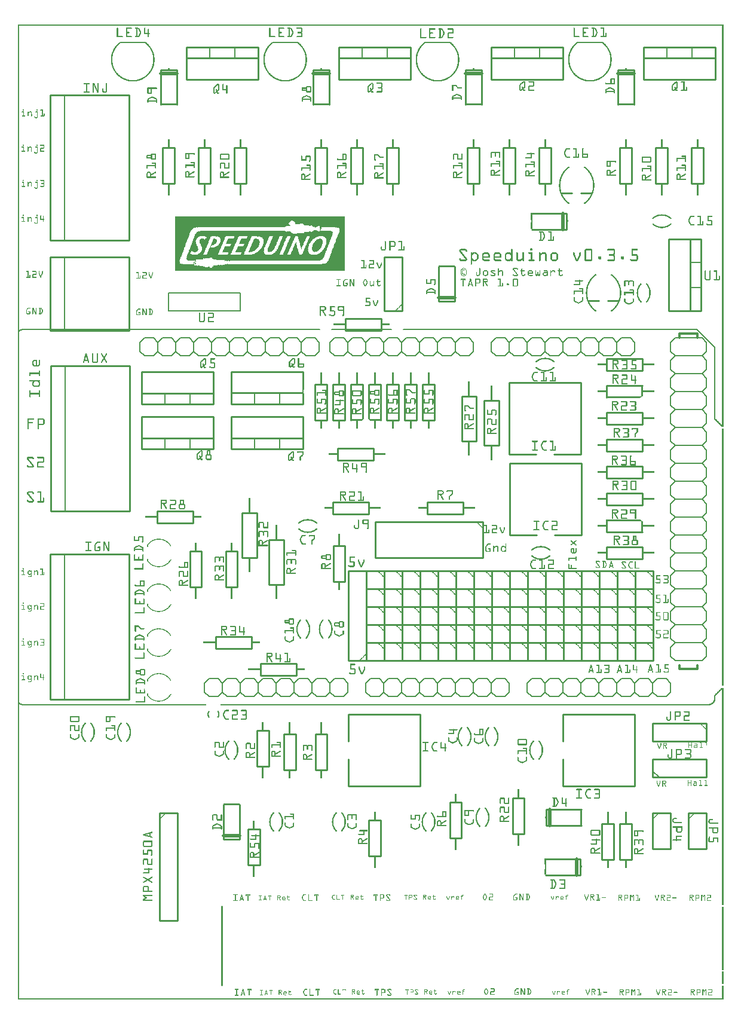
<source format=gto>
G04 MADE WITH FRITZING*
G04 WWW.FRITZING.ORG*
G04 DOUBLE SIDED*
G04 HOLES PLATED*
G04 CONTOUR ON CENTER OF CONTOUR VECTOR*
%ASAXBY*%
%FSLAX23Y23*%
%MOIN*%
%OFA0B0*%
%SFA1.0B1.0*%
%ADD10C,0.010000*%
%ADD11C,0.020000*%
%ADD12C,0.005000*%
%ADD13C,0.012000*%
%ADD14C,0.006000*%
%ADD15C,0.007874*%
%ADD16R,0.001000X0.001000*%
%LNSILK1*%
G90*
G70*
G54D10*
X1828Y3799D02*
X2028Y3799D01*
D02*
X2028Y3799D02*
X2028Y3733D01*
D02*
X2028Y3733D02*
X1828Y3733D01*
D02*
X1828Y3733D02*
X1828Y3799D01*
D02*
X3139Y696D02*
X2944Y696D01*
D02*
X2944Y786D02*
X3139Y786D01*
D02*
X3139Y786D02*
X3139Y696D01*
G54D11*
D02*
X3119Y786D02*
X3119Y696D01*
G54D10*
D02*
X2949Y1061D02*
X3144Y1061D01*
D02*
X3144Y971D02*
X2949Y971D01*
D02*
X2949Y971D02*
X2949Y1061D01*
G54D11*
D02*
X2969Y971D02*
X2969Y1061D01*
G54D10*
D02*
X1843Y1191D02*
X2243Y1191D01*
D02*
X2243Y1191D02*
X2243Y1591D01*
D02*
X2243Y1591D02*
X1843Y1591D01*
D02*
X1843Y1191D02*
X1843Y1341D01*
D02*
X1843Y1441D02*
X1843Y1591D01*
D02*
X2743Y2391D02*
X2643Y2391D01*
D02*
X2643Y2391D02*
X2643Y2291D01*
D02*
X2643Y2291D02*
X2743Y2291D01*
D02*
X2743Y2291D02*
X2743Y2391D01*
D02*
X3143Y2391D02*
X3043Y2391D01*
D02*
X3043Y2391D02*
X3043Y2291D01*
D02*
X3043Y2291D02*
X3143Y2291D01*
D02*
X3143Y2291D02*
X3143Y2391D01*
D02*
X2243Y2391D02*
X2143Y2391D01*
D02*
X2143Y2391D02*
X2143Y2291D01*
D02*
X2143Y2291D02*
X2243Y2291D01*
D02*
X2243Y2291D02*
X2243Y2391D01*
D02*
X3443Y2391D02*
X3343Y2391D01*
D02*
X3343Y2391D02*
X3343Y2291D01*
D02*
X3343Y2291D02*
X3443Y2291D01*
D02*
X3443Y2291D02*
X3443Y2391D01*
D02*
X2843Y2391D02*
X2743Y2391D01*
D02*
X2743Y2391D02*
X2743Y2291D01*
D02*
X2743Y2291D02*
X2843Y2291D01*
D02*
X2843Y2291D02*
X2843Y2391D01*
D02*
X3243Y2391D02*
X3143Y2391D01*
D02*
X3143Y2391D02*
X3143Y2291D01*
D02*
X3143Y2291D02*
X3243Y2291D01*
D02*
X3243Y2291D02*
X3243Y2391D01*
D02*
X3043Y2391D02*
X2943Y2391D01*
D02*
X2943Y2391D02*
X2943Y2291D01*
D02*
X2943Y2291D02*
X3043Y2291D01*
D02*
X3043Y2291D02*
X3043Y2391D01*
D02*
X2543Y2391D02*
X2443Y2391D01*
D02*
X2443Y2391D02*
X2443Y2291D01*
D02*
X2443Y2291D02*
X2543Y2291D01*
D02*
X2543Y2291D02*
X2543Y2391D01*
D02*
X2043Y2391D02*
X1943Y2391D01*
D02*
X1943Y2391D02*
X1943Y2291D01*
D02*
X1943Y2291D02*
X2043Y2291D01*
D02*
X2043Y2291D02*
X2043Y2391D01*
D02*
X2343Y2391D02*
X2243Y2391D01*
D02*
X2243Y2391D02*
X2243Y2291D01*
D02*
X2243Y2291D02*
X2343Y2291D01*
D02*
X2343Y2291D02*
X2343Y2391D01*
D02*
X3543Y2391D02*
X3443Y2391D01*
D02*
X3443Y2391D02*
X3443Y2291D01*
D02*
X3443Y2291D02*
X3543Y2291D01*
D02*
X3543Y2291D02*
X3543Y2391D01*
D02*
X2643Y2391D02*
X2543Y2391D01*
D02*
X2543Y2391D02*
X2543Y2291D01*
D02*
X2543Y2291D02*
X2643Y2291D01*
D02*
X2643Y2291D02*
X2643Y2391D01*
D02*
X3343Y2391D02*
X3243Y2391D01*
D02*
X3243Y2391D02*
X3243Y2291D01*
D02*
X3243Y2291D02*
X3343Y2291D01*
D02*
X3343Y2291D02*
X3343Y2391D01*
D02*
X2443Y2391D02*
X2343Y2391D01*
D02*
X2343Y2391D02*
X2343Y2291D01*
D02*
X2343Y2291D02*
X2443Y2291D01*
D02*
X2443Y2291D02*
X2443Y2391D01*
D02*
X2943Y2391D02*
X2843Y2391D01*
D02*
X2843Y2391D02*
X2843Y2291D01*
D02*
X2843Y2291D02*
X2943Y2291D01*
D02*
X2943Y2291D02*
X2943Y2391D01*
D02*
X2143Y2391D02*
X2043Y2391D01*
D02*
X2043Y2391D02*
X2043Y2291D01*
D02*
X2043Y2291D02*
X2143Y2291D01*
D02*
X2143Y2291D02*
X2143Y2391D01*
D02*
X2743Y2291D02*
X2643Y2291D01*
D02*
X2643Y2291D02*
X2643Y2191D01*
D02*
X2643Y2191D02*
X2743Y2191D01*
D02*
X2743Y2191D02*
X2743Y2291D01*
D02*
X3143Y2291D02*
X3043Y2291D01*
D02*
X3043Y2291D02*
X3043Y2191D01*
D02*
X3043Y2191D02*
X3143Y2191D01*
D02*
X3143Y2191D02*
X3143Y2291D01*
D02*
X2243Y2291D02*
X2143Y2291D01*
D02*
X2143Y2291D02*
X2143Y2191D01*
D02*
X2143Y2191D02*
X2243Y2191D01*
D02*
X2243Y2191D02*
X2243Y2291D01*
D02*
X3443Y2291D02*
X3343Y2291D01*
D02*
X3343Y2291D02*
X3343Y2191D01*
D02*
X3343Y2191D02*
X3443Y2191D01*
D02*
X3443Y2191D02*
X3443Y2291D01*
D02*
X2843Y2291D02*
X2743Y2291D01*
D02*
X2743Y2291D02*
X2743Y2191D01*
D02*
X2743Y2191D02*
X2843Y2191D01*
D02*
X2843Y2191D02*
X2843Y2291D01*
D02*
X3243Y2291D02*
X3143Y2291D01*
D02*
X3143Y2291D02*
X3143Y2191D01*
D02*
X3143Y2191D02*
X3243Y2191D01*
D02*
X3243Y2191D02*
X3243Y2291D01*
D02*
X3043Y2291D02*
X2943Y2291D01*
D02*
X2943Y2291D02*
X2943Y2191D01*
D02*
X2943Y2191D02*
X3043Y2191D01*
D02*
X3043Y2191D02*
X3043Y2291D01*
D02*
X2543Y2291D02*
X2443Y2291D01*
D02*
X2443Y2291D02*
X2443Y2191D01*
D02*
X2443Y2191D02*
X2543Y2191D01*
D02*
X2543Y2191D02*
X2543Y2291D01*
D02*
X2043Y2291D02*
X1943Y2291D01*
D02*
X1943Y2291D02*
X1943Y2191D01*
D02*
X1943Y2191D02*
X2043Y2191D01*
D02*
X2043Y2191D02*
X2043Y2291D01*
D02*
X2343Y2291D02*
X2243Y2291D01*
D02*
X2243Y2291D02*
X2243Y2191D01*
D02*
X2243Y2191D02*
X2343Y2191D01*
D02*
X2343Y2191D02*
X2343Y2291D01*
D02*
X3543Y2291D02*
X3443Y2291D01*
D02*
X3443Y2291D02*
X3443Y2191D01*
D02*
X3443Y2191D02*
X3543Y2191D01*
D02*
X3543Y2191D02*
X3543Y2291D01*
D02*
X2643Y2291D02*
X2543Y2291D01*
D02*
X2543Y2291D02*
X2543Y2191D01*
D02*
X2543Y2191D02*
X2643Y2191D01*
D02*
X2643Y2191D02*
X2643Y2291D01*
D02*
X3343Y2291D02*
X3243Y2291D01*
D02*
X3243Y2291D02*
X3243Y2191D01*
D02*
X3243Y2191D02*
X3343Y2191D01*
D02*
X3343Y2191D02*
X3343Y2291D01*
D02*
X2443Y2291D02*
X2343Y2291D01*
D02*
X2343Y2291D02*
X2343Y2191D01*
D02*
X2343Y2191D02*
X2443Y2191D01*
D02*
X2443Y2191D02*
X2443Y2291D01*
D02*
X2943Y2291D02*
X2843Y2291D01*
D02*
X2843Y2291D02*
X2843Y2191D01*
D02*
X2843Y2191D02*
X2943Y2191D01*
D02*
X2943Y2191D02*
X2943Y2291D01*
D02*
X2143Y2291D02*
X2043Y2291D01*
D02*
X2043Y2291D02*
X2043Y2191D01*
D02*
X2043Y2191D02*
X2143Y2191D01*
D02*
X2143Y2191D02*
X2143Y2291D01*
D02*
X2743Y2191D02*
X2643Y2191D01*
D02*
X2643Y2191D02*
X2643Y2091D01*
D02*
X2643Y2091D02*
X2743Y2091D01*
D02*
X2743Y2091D02*
X2743Y2191D01*
D02*
X3143Y2191D02*
X3043Y2191D01*
D02*
X3043Y2191D02*
X3043Y2091D01*
D02*
X3043Y2091D02*
X3143Y2091D01*
D02*
X3143Y2091D02*
X3143Y2191D01*
D02*
X2243Y2191D02*
X2143Y2191D01*
D02*
X2143Y2191D02*
X2143Y2091D01*
D02*
X2143Y2091D02*
X2243Y2091D01*
D02*
X2243Y2091D02*
X2243Y2191D01*
D02*
X3443Y2191D02*
X3343Y2191D01*
D02*
X3343Y2191D02*
X3343Y2091D01*
D02*
X3343Y2091D02*
X3443Y2091D01*
D02*
X3443Y2091D02*
X3443Y2191D01*
D02*
X2843Y2191D02*
X2743Y2191D01*
D02*
X2743Y2191D02*
X2743Y2091D01*
D02*
X2743Y2091D02*
X2843Y2091D01*
D02*
X2843Y2091D02*
X2843Y2191D01*
D02*
X3243Y2191D02*
X3143Y2191D01*
D02*
X3143Y2191D02*
X3143Y2091D01*
D02*
X3143Y2091D02*
X3243Y2091D01*
D02*
X3243Y2091D02*
X3243Y2191D01*
D02*
X3043Y2191D02*
X2943Y2191D01*
D02*
X2943Y2191D02*
X2943Y2091D01*
D02*
X2943Y2091D02*
X3043Y2091D01*
D02*
X3043Y2091D02*
X3043Y2191D01*
D02*
X2543Y2191D02*
X2443Y2191D01*
D02*
X2443Y2191D02*
X2443Y2091D01*
D02*
X2443Y2091D02*
X2543Y2091D01*
D02*
X2543Y2091D02*
X2543Y2191D01*
D02*
X2043Y2191D02*
X1943Y2191D01*
D02*
X1943Y2191D02*
X1943Y2091D01*
D02*
X1943Y2091D02*
X2043Y2091D01*
D02*
X2043Y2091D02*
X2043Y2191D01*
D02*
X2343Y2191D02*
X2243Y2191D01*
D02*
X2243Y2191D02*
X2243Y2091D01*
D02*
X2243Y2091D02*
X2343Y2091D01*
D02*
X2343Y2091D02*
X2343Y2191D01*
D02*
X3543Y2191D02*
X3443Y2191D01*
D02*
X3443Y2191D02*
X3443Y2091D01*
D02*
X3443Y2091D02*
X3543Y2091D01*
D02*
X3543Y2091D02*
X3543Y2191D01*
D02*
X2643Y2191D02*
X2543Y2191D01*
D02*
X2543Y2191D02*
X2543Y2091D01*
D02*
X2543Y2091D02*
X2643Y2091D01*
D02*
X2643Y2091D02*
X2643Y2191D01*
D02*
X3343Y2191D02*
X3243Y2191D01*
D02*
X3243Y2191D02*
X3243Y2091D01*
D02*
X3243Y2091D02*
X3343Y2091D01*
D02*
X3343Y2091D02*
X3343Y2191D01*
D02*
X2443Y2191D02*
X2343Y2191D01*
D02*
X2343Y2191D02*
X2343Y2091D01*
D02*
X2343Y2091D02*
X2443Y2091D01*
D02*
X2443Y2091D02*
X2443Y2191D01*
D02*
X2943Y2191D02*
X2843Y2191D01*
D02*
X2843Y2191D02*
X2843Y2091D01*
D02*
X2843Y2091D02*
X2943Y2091D01*
D02*
X2943Y2091D02*
X2943Y2191D01*
D02*
X2143Y2191D02*
X2043Y2191D01*
D02*
X2043Y2191D02*
X2043Y2091D01*
D02*
X2043Y2091D02*
X2143Y2091D01*
D02*
X2143Y2091D02*
X2143Y2191D01*
D02*
X2043Y2091D02*
X1943Y2091D01*
D02*
X1943Y2091D02*
X1943Y1991D01*
D02*
X1943Y1991D02*
X2043Y1991D01*
D02*
X2043Y1991D02*
X2043Y2091D01*
D02*
X3243Y2091D02*
X3143Y2091D01*
D02*
X3143Y2091D02*
X3143Y1991D01*
D02*
X3143Y1991D02*
X3243Y1991D01*
D02*
X3243Y1991D02*
X3243Y2091D01*
D02*
X2543Y2091D02*
X2443Y2091D01*
D02*
X2443Y2091D02*
X2443Y1991D01*
D02*
X2443Y1991D02*
X2543Y1991D01*
D02*
X2543Y1991D02*
X2543Y2091D01*
D02*
X2843Y2091D02*
X2743Y2091D01*
D02*
X2743Y2091D02*
X2743Y1991D01*
D02*
X2743Y1991D02*
X2843Y1991D01*
D02*
X2843Y1991D02*
X2843Y2091D01*
D02*
X3443Y2091D02*
X3343Y2091D01*
D02*
X3343Y2091D02*
X3343Y1991D01*
D02*
X3343Y1991D02*
X3443Y1991D01*
D02*
X3443Y1991D02*
X3443Y2091D01*
D02*
X3343Y2091D02*
X3243Y2091D01*
D02*
X3243Y2091D02*
X3243Y1991D01*
D02*
X3243Y1991D02*
X3343Y1991D01*
D02*
X3343Y1991D02*
X3343Y2091D01*
D02*
X2443Y2091D02*
X2343Y2091D01*
D02*
X2343Y2091D02*
X2343Y1991D01*
D02*
X2343Y1991D02*
X2443Y1991D01*
D02*
X2443Y1991D02*
X2443Y2091D01*
D02*
X2243Y2091D02*
X2143Y2091D01*
D02*
X2143Y2091D02*
X2143Y1991D01*
D02*
X2143Y1991D02*
X2243Y1991D01*
D02*
X2243Y1991D02*
X2243Y2091D01*
D02*
X3043Y2091D02*
X2943Y2091D01*
D02*
X2943Y2091D02*
X2943Y1991D01*
D02*
X2943Y1991D02*
X3043Y1991D01*
D02*
X3043Y1991D02*
X3043Y2091D01*
D02*
X2743Y2091D02*
X2643Y2091D01*
D02*
X2643Y2091D02*
X2643Y1991D01*
D02*
X2643Y1991D02*
X2743Y1991D01*
D02*
X2743Y1991D02*
X2743Y2091D01*
D02*
X2343Y2091D02*
X2243Y2091D01*
D02*
X2243Y2091D02*
X2243Y1991D01*
D02*
X2243Y1991D02*
X2343Y1991D01*
D02*
X2343Y1991D02*
X2343Y2091D01*
D02*
X2143Y2091D02*
X2043Y2091D01*
D02*
X2043Y2091D02*
X2043Y1991D01*
D02*
X2043Y1991D02*
X2143Y1991D01*
D02*
X2143Y1991D02*
X2143Y2091D01*
D02*
X3143Y2091D02*
X3043Y2091D01*
D02*
X3043Y2091D02*
X3043Y1991D01*
D02*
X3043Y1991D02*
X3143Y1991D01*
D02*
X3143Y1991D02*
X3143Y2091D01*
D02*
X2943Y2091D02*
X2843Y2091D01*
D02*
X2843Y2091D02*
X2843Y1991D01*
D02*
X2843Y1991D02*
X2943Y1991D01*
D02*
X2943Y1991D02*
X2943Y2091D01*
D02*
X2643Y2091D02*
X2543Y2091D01*
D02*
X2543Y2091D02*
X2543Y1991D01*
D02*
X2543Y1991D02*
X2643Y1991D01*
D02*
X2643Y1991D02*
X2643Y2091D01*
D02*
X3543Y2091D02*
X3443Y2091D01*
D02*
X3443Y2091D02*
X3443Y1991D01*
D02*
X3443Y1991D02*
X3543Y1991D01*
D02*
X3543Y1991D02*
X3543Y2091D01*
D02*
X2043Y1991D02*
X1943Y1991D01*
D02*
X1943Y1991D02*
X1943Y1891D01*
D02*
X1943Y1891D02*
X2043Y1891D01*
D02*
X2043Y1891D02*
X2043Y1991D01*
D02*
X2143Y1991D02*
X2043Y1991D01*
D02*
X2043Y1991D02*
X2043Y1891D01*
D02*
X2043Y1891D02*
X2143Y1891D01*
D02*
X2143Y1891D02*
X2143Y1991D01*
D02*
X2243Y1991D02*
X2143Y1991D01*
D02*
X2143Y1991D02*
X2143Y1891D01*
D02*
X2143Y1891D02*
X2243Y1891D01*
D02*
X2243Y1891D02*
X2243Y1991D01*
D02*
X2343Y1991D02*
X2243Y1991D01*
D02*
X2243Y1991D02*
X2243Y1891D01*
D02*
X2243Y1891D02*
X2343Y1891D01*
D02*
X2343Y1891D02*
X2343Y1991D01*
D02*
X2443Y1991D02*
X2343Y1991D01*
D02*
X2343Y1991D02*
X2343Y1891D01*
D02*
X2343Y1891D02*
X2443Y1891D01*
D02*
X2443Y1891D02*
X2443Y1991D01*
D02*
X2543Y1991D02*
X2443Y1991D01*
D02*
X2443Y1991D02*
X2443Y1891D01*
D02*
X2443Y1891D02*
X2543Y1891D01*
D02*
X2543Y1891D02*
X2543Y1991D01*
D02*
X2643Y1991D02*
X2543Y1991D01*
D02*
X2543Y1991D02*
X2543Y1891D01*
D02*
X2543Y1891D02*
X2643Y1891D01*
D02*
X2643Y1891D02*
X2643Y1991D01*
D02*
X2743Y1991D02*
X2643Y1991D01*
D02*
X2643Y1991D02*
X2643Y1891D01*
D02*
X2643Y1891D02*
X2743Y1891D01*
D02*
X2743Y1891D02*
X2743Y1991D01*
D02*
X2843Y1991D02*
X2743Y1991D01*
D02*
X2743Y1991D02*
X2743Y1891D01*
D02*
X2743Y1891D02*
X2843Y1891D01*
D02*
X2843Y1891D02*
X2843Y1991D01*
D02*
X2943Y1991D02*
X2843Y1991D01*
D02*
X2843Y1991D02*
X2843Y1891D01*
D02*
X2843Y1891D02*
X2943Y1891D01*
D02*
X2943Y1891D02*
X2943Y1991D01*
D02*
X3043Y1991D02*
X2943Y1991D01*
D02*
X2943Y1991D02*
X2943Y1891D01*
D02*
X2943Y1891D02*
X3043Y1891D01*
D02*
X3043Y1891D02*
X3043Y1991D01*
D02*
X3143Y1991D02*
X3043Y1991D01*
D02*
X3043Y1991D02*
X3043Y1891D01*
D02*
X3043Y1891D02*
X3143Y1891D01*
D02*
X3143Y1891D02*
X3143Y1991D01*
D02*
X3243Y1991D02*
X3143Y1991D01*
D02*
X3143Y1991D02*
X3143Y1891D01*
D02*
X3143Y1891D02*
X3243Y1891D01*
D02*
X3243Y1891D02*
X3243Y1991D01*
D02*
X3343Y1991D02*
X3243Y1991D01*
D02*
X3243Y1991D02*
X3243Y1891D01*
D02*
X3243Y1891D02*
X3343Y1891D01*
D02*
X3343Y1891D02*
X3343Y1991D01*
D02*
X3443Y1991D02*
X3343Y1991D01*
D02*
X3343Y1991D02*
X3343Y1891D01*
D02*
X3343Y1891D02*
X3443Y1891D01*
D02*
X3443Y1891D02*
X3443Y1991D01*
D02*
X3543Y1991D02*
X3443Y1991D01*
D02*
X3443Y1991D02*
X3443Y1891D01*
D02*
X3443Y1891D02*
X3543Y1891D01*
D02*
X3543Y1891D02*
X3543Y1991D01*
D02*
X1943Y1891D02*
X1943Y2391D01*
D02*
X1943Y2391D02*
X1843Y2391D01*
D02*
X1843Y2391D02*
X1843Y1891D01*
D02*
X1843Y1891D02*
X1943Y1891D01*
D02*
X2593Y2666D02*
X1993Y2666D01*
D02*
X1993Y2666D02*
X1993Y2466D01*
D02*
X1993Y2466D02*
X2593Y2466D01*
D02*
X2593Y2466D02*
X2593Y2666D01*
D02*
X1092Y3321D02*
X692Y3321D01*
D02*
X692Y3321D02*
X692Y3501D01*
D02*
X692Y3501D02*
X1092Y3501D01*
D02*
X1092Y3501D02*
X1092Y3321D01*
D02*
X1092Y3321D02*
X692Y3321D01*
D02*
X692Y3321D02*
X692Y3381D01*
D02*
X692Y3381D02*
X1092Y3381D01*
D02*
X1092Y3381D02*
X1092Y3321D01*
G54D12*
D02*
X962Y3321D02*
X962Y3381D01*
D02*
X822Y3321D02*
X822Y3381D01*
G54D10*
D02*
X1592Y3321D02*
X1192Y3321D01*
D02*
X1192Y3321D02*
X1192Y3501D01*
D02*
X1192Y3501D02*
X1592Y3501D01*
D02*
X1592Y3321D02*
X1192Y3321D01*
D02*
X1192Y3321D02*
X1192Y3381D01*
G54D12*
D02*
X1462Y3321D02*
X1462Y3381D01*
D02*
X1322Y3321D02*
X1322Y3381D01*
G54D10*
D02*
X1592Y3071D02*
X1192Y3071D01*
D02*
X1192Y3071D02*
X1192Y3251D01*
D02*
X1192Y3251D02*
X1592Y3251D01*
D02*
X1592Y3251D02*
X1592Y3071D01*
D02*
X1592Y3071D02*
X1192Y3071D01*
D02*
X1192Y3071D02*
X1192Y3131D01*
D02*
X1192Y3131D02*
X1592Y3131D01*
D02*
X1592Y3131D02*
X1592Y3071D01*
G54D12*
D02*
X1462Y3071D02*
X1462Y3131D01*
D02*
X1322Y3071D02*
X1322Y3131D01*
G54D10*
D02*
X1092Y3071D02*
X692Y3071D01*
D02*
X692Y3071D02*
X692Y3251D01*
D02*
X692Y3251D02*
X1092Y3251D01*
D02*
X1092Y3251D02*
X1092Y3071D01*
D02*
X1092Y3071D02*
X692Y3071D01*
D02*
X692Y3071D02*
X692Y3131D01*
D02*
X692Y3131D02*
X1092Y3131D01*
D02*
X1092Y3131D02*
X1092Y3071D01*
G54D12*
D02*
X962Y3071D02*
X962Y3131D01*
D02*
X822Y3071D02*
X822Y3131D01*
G54D10*
D02*
X1285Y751D02*
X1285Y951D01*
D02*
X1285Y951D02*
X1351Y951D01*
D02*
X1351Y951D02*
X1351Y751D01*
D02*
X1351Y751D02*
X1285Y751D01*
G54D13*
D02*
X3692Y1866D02*
X3692Y1846D01*
D02*
X3692Y1846D02*
X3792Y1846D01*
D02*
X3792Y1846D02*
X3792Y1866D01*
D02*
X3692Y3691D02*
X3692Y3716D01*
D02*
X3692Y3716D02*
X3792Y3716D01*
D02*
X3792Y3716D02*
X3792Y3691D01*
G54D14*
D02*
X3467Y1791D02*
X3517Y1791D01*
D02*
X3517Y1791D02*
X3542Y1766D01*
D02*
X3542Y1766D02*
X3542Y1716D01*
D02*
X3542Y1716D02*
X3517Y1691D01*
D02*
X3342Y1766D02*
X3367Y1791D01*
D02*
X3367Y1791D02*
X3417Y1791D01*
D02*
X3417Y1791D02*
X3442Y1766D01*
D02*
X3442Y1766D02*
X3442Y1716D01*
D02*
X3442Y1716D02*
X3417Y1691D01*
D02*
X3417Y1691D02*
X3367Y1691D01*
D02*
X3367Y1691D02*
X3342Y1716D01*
D02*
X3467Y1791D02*
X3442Y1766D01*
D02*
X3442Y1716D02*
X3467Y1691D01*
D02*
X3517Y1691D02*
X3467Y1691D01*
D02*
X3167Y1791D02*
X3217Y1791D01*
D02*
X3217Y1791D02*
X3242Y1766D01*
D02*
X3242Y1766D02*
X3242Y1716D01*
D02*
X3242Y1716D02*
X3217Y1691D01*
D02*
X3242Y1766D02*
X3267Y1791D01*
D02*
X3267Y1791D02*
X3317Y1791D01*
D02*
X3317Y1791D02*
X3342Y1766D01*
D02*
X3342Y1766D02*
X3342Y1716D01*
D02*
X3342Y1716D02*
X3317Y1691D01*
D02*
X3317Y1691D02*
X3267Y1691D01*
D02*
X3267Y1691D02*
X3242Y1716D01*
D02*
X3042Y1766D02*
X3067Y1791D01*
D02*
X3067Y1791D02*
X3117Y1791D01*
D02*
X3117Y1791D02*
X3142Y1766D01*
D02*
X3142Y1766D02*
X3142Y1716D01*
D02*
X3142Y1716D02*
X3117Y1691D01*
D02*
X3117Y1691D02*
X3067Y1691D01*
D02*
X3067Y1691D02*
X3042Y1716D01*
D02*
X3167Y1791D02*
X3142Y1766D01*
D02*
X3142Y1716D02*
X3167Y1691D01*
D02*
X3217Y1691D02*
X3167Y1691D01*
D02*
X2867Y1791D02*
X2917Y1791D01*
D02*
X2917Y1791D02*
X2942Y1766D01*
D02*
X2942Y1766D02*
X2942Y1716D01*
D02*
X2942Y1716D02*
X2917Y1691D01*
D02*
X2942Y1766D02*
X2967Y1791D01*
D02*
X2967Y1791D02*
X3017Y1791D01*
D02*
X3017Y1791D02*
X3042Y1766D01*
D02*
X3042Y1766D02*
X3042Y1716D01*
D02*
X3042Y1716D02*
X3017Y1691D01*
D02*
X3017Y1691D02*
X2967Y1691D01*
D02*
X2967Y1691D02*
X2942Y1716D01*
D02*
X2842Y1766D02*
X2842Y1716D01*
D02*
X2867Y1791D02*
X2842Y1766D01*
D02*
X2842Y1716D02*
X2867Y1691D01*
D02*
X2917Y1691D02*
X2867Y1691D01*
D02*
X3567Y1791D02*
X3617Y1791D01*
D02*
X3617Y1791D02*
X3642Y1766D01*
D02*
X3642Y1766D02*
X3642Y1716D01*
D02*
X3642Y1716D02*
X3617Y1691D01*
D02*
X3567Y1791D02*
X3542Y1766D01*
D02*
X3542Y1716D02*
X3567Y1691D01*
D02*
X3617Y1691D02*
X3567Y1691D01*
D02*
X2567Y1791D02*
X2617Y1791D01*
D02*
X2617Y1791D02*
X2642Y1766D01*
D02*
X2642Y1766D02*
X2642Y1716D01*
D02*
X2642Y1716D02*
X2617Y1691D01*
D02*
X2442Y1766D02*
X2467Y1791D01*
D02*
X2467Y1791D02*
X2517Y1791D01*
D02*
X2517Y1791D02*
X2542Y1766D01*
D02*
X2542Y1766D02*
X2542Y1716D01*
D02*
X2542Y1716D02*
X2517Y1691D01*
D02*
X2517Y1691D02*
X2467Y1691D01*
D02*
X2467Y1691D02*
X2442Y1716D01*
D02*
X2567Y1791D02*
X2542Y1766D01*
D02*
X2542Y1716D02*
X2567Y1691D01*
D02*
X2617Y1691D02*
X2567Y1691D01*
D02*
X2267Y1791D02*
X2317Y1791D01*
D02*
X2317Y1791D02*
X2342Y1766D01*
D02*
X2342Y1766D02*
X2342Y1716D01*
D02*
X2342Y1716D02*
X2317Y1691D01*
D02*
X2342Y1766D02*
X2367Y1791D01*
D02*
X2367Y1791D02*
X2417Y1791D01*
D02*
X2417Y1791D02*
X2442Y1766D01*
D02*
X2442Y1766D02*
X2442Y1716D01*
D02*
X2442Y1716D02*
X2417Y1691D01*
D02*
X2417Y1691D02*
X2367Y1691D01*
D02*
X2367Y1691D02*
X2342Y1716D01*
D02*
X2142Y1766D02*
X2167Y1791D01*
D02*
X2167Y1791D02*
X2217Y1791D01*
D02*
X2217Y1791D02*
X2242Y1766D01*
D02*
X2242Y1766D02*
X2242Y1716D01*
D02*
X2242Y1716D02*
X2217Y1691D01*
D02*
X2217Y1691D02*
X2167Y1691D01*
D02*
X2167Y1691D02*
X2142Y1716D01*
D02*
X2267Y1791D02*
X2242Y1766D01*
D02*
X2242Y1716D02*
X2267Y1691D01*
D02*
X2317Y1691D02*
X2267Y1691D01*
D02*
X1967Y1791D02*
X2017Y1791D01*
D02*
X2017Y1791D02*
X2042Y1766D01*
D02*
X2042Y1766D02*
X2042Y1716D01*
D02*
X2042Y1716D02*
X2017Y1691D01*
D02*
X2042Y1766D02*
X2067Y1791D01*
D02*
X2067Y1791D02*
X2117Y1791D01*
D02*
X2117Y1791D02*
X2142Y1766D01*
D02*
X2142Y1766D02*
X2142Y1716D01*
D02*
X2142Y1716D02*
X2117Y1691D01*
D02*
X2117Y1691D02*
X2067Y1691D01*
D02*
X2067Y1691D02*
X2042Y1716D01*
D02*
X1942Y1766D02*
X1942Y1716D01*
D02*
X1967Y1791D02*
X1942Y1766D01*
D02*
X1942Y1716D02*
X1967Y1691D01*
D02*
X2017Y1691D02*
X1967Y1691D01*
D02*
X2667Y1791D02*
X2717Y1791D01*
D02*
X2717Y1791D02*
X2742Y1766D01*
D02*
X2742Y1766D02*
X2742Y1716D01*
D02*
X2742Y1716D02*
X2717Y1691D01*
D02*
X2667Y1791D02*
X2642Y1766D01*
D02*
X2642Y1716D02*
X2667Y1691D01*
D02*
X2717Y1691D02*
X2667Y1691D01*
D02*
X2817Y3591D02*
X2767Y3591D01*
D02*
X2767Y3591D02*
X2742Y3616D01*
D02*
X2742Y3616D02*
X2742Y3666D01*
D02*
X2742Y3666D02*
X2767Y3691D01*
D02*
X2942Y3616D02*
X2917Y3591D01*
D02*
X2917Y3591D02*
X2867Y3591D01*
D02*
X2867Y3591D02*
X2842Y3616D01*
D02*
X2842Y3616D02*
X2842Y3666D01*
D02*
X2842Y3666D02*
X2867Y3691D01*
D02*
X2867Y3691D02*
X2917Y3691D01*
D02*
X2917Y3691D02*
X2942Y3666D01*
D02*
X2817Y3591D02*
X2842Y3616D01*
D02*
X2842Y3666D02*
X2817Y3691D01*
D02*
X2767Y3691D02*
X2817Y3691D01*
D02*
X3117Y3591D02*
X3067Y3591D01*
D02*
X3067Y3591D02*
X3042Y3616D01*
D02*
X3042Y3616D02*
X3042Y3666D01*
D02*
X3042Y3666D02*
X3067Y3691D01*
D02*
X3042Y3616D02*
X3017Y3591D01*
D02*
X3017Y3591D02*
X2967Y3591D01*
D02*
X2967Y3591D02*
X2942Y3616D01*
D02*
X2942Y3616D02*
X2942Y3666D01*
D02*
X2942Y3666D02*
X2967Y3691D01*
D02*
X2967Y3691D02*
X3017Y3691D01*
D02*
X3017Y3691D02*
X3042Y3666D01*
D02*
X3242Y3616D02*
X3217Y3591D01*
D02*
X3217Y3591D02*
X3167Y3591D01*
D02*
X3167Y3591D02*
X3142Y3616D01*
D02*
X3142Y3616D02*
X3142Y3666D01*
D02*
X3142Y3666D02*
X3167Y3691D01*
D02*
X3167Y3691D02*
X3217Y3691D01*
D02*
X3217Y3691D02*
X3242Y3666D01*
D02*
X3117Y3591D02*
X3142Y3616D01*
D02*
X3142Y3666D02*
X3117Y3691D01*
D02*
X3067Y3691D02*
X3117Y3691D01*
D02*
X3417Y3591D02*
X3367Y3591D01*
D02*
X3367Y3591D02*
X3342Y3616D01*
D02*
X3342Y3616D02*
X3342Y3666D01*
D02*
X3342Y3666D02*
X3367Y3691D01*
D02*
X3342Y3616D02*
X3317Y3591D01*
D02*
X3317Y3591D02*
X3267Y3591D01*
D02*
X3267Y3591D02*
X3242Y3616D01*
D02*
X3242Y3616D02*
X3242Y3666D01*
D02*
X3242Y3666D02*
X3267Y3691D01*
D02*
X3267Y3691D02*
X3317Y3691D01*
D02*
X3317Y3691D02*
X3342Y3666D01*
D02*
X3442Y3616D02*
X3442Y3666D01*
D02*
X3417Y3591D02*
X3442Y3616D01*
D02*
X3442Y3666D02*
X3417Y3691D01*
D02*
X3367Y3691D02*
X3417Y3691D01*
D02*
X2717Y3591D02*
X2667Y3591D01*
D02*
X2667Y3591D02*
X2642Y3616D01*
D02*
X2642Y3616D02*
X2642Y3666D01*
D02*
X2642Y3666D02*
X2667Y3691D01*
D02*
X2717Y3591D02*
X2742Y3616D01*
D02*
X2742Y3666D02*
X2717Y3691D01*
D02*
X2667Y3691D02*
X2717Y3691D01*
D02*
X1482Y3666D02*
X1507Y3691D01*
D02*
X1507Y3691D02*
X1557Y3691D01*
D02*
X1557Y3691D02*
X1582Y3666D01*
D02*
X1582Y3666D02*
X1582Y3616D01*
D02*
X1582Y3616D02*
X1557Y3591D01*
D02*
X1557Y3591D02*
X1507Y3591D01*
D02*
X1507Y3591D02*
X1482Y3616D01*
D02*
X1307Y3691D02*
X1357Y3691D01*
D02*
X1357Y3691D02*
X1382Y3666D01*
D02*
X1382Y3666D02*
X1382Y3616D01*
D02*
X1382Y3616D02*
X1357Y3591D01*
D02*
X1382Y3666D02*
X1407Y3691D01*
D02*
X1407Y3691D02*
X1457Y3691D01*
D02*
X1457Y3691D02*
X1482Y3666D01*
D02*
X1482Y3666D02*
X1482Y3616D01*
D02*
X1482Y3616D02*
X1457Y3591D01*
D02*
X1457Y3591D02*
X1407Y3591D01*
D02*
X1407Y3591D02*
X1382Y3616D01*
D02*
X1182Y3666D02*
X1207Y3691D01*
D02*
X1207Y3691D02*
X1257Y3691D01*
D02*
X1257Y3691D02*
X1282Y3666D01*
D02*
X1282Y3666D02*
X1282Y3616D01*
D02*
X1282Y3616D02*
X1257Y3591D01*
D02*
X1257Y3591D02*
X1207Y3591D01*
D02*
X1207Y3591D02*
X1182Y3616D01*
D02*
X1307Y3691D02*
X1282Y3666D01*
D02*
X1282Y3616D02*
X1307Y3591D01*
D02*
X1357Y3591D02*
X1307Y3591D01*
D02*
X1007Y3691D02*
X1057Y3691D01*
D02*
X1057Y3691D02*
X1082Y3666D01*
D02*
X1082Y3666D02*
X1082Y3616D01*
D02*
X1082Y3616D02*
X1057Y3591D01*
D02*
X1082Y3666D02*
X1107Y3691D01*
D02*
X1107Y3691D02*
X1157Y3691D01*
D02*
X1157Y3691D02*
X1182Y3666D01*
D02*
X1182Y3666D02*
X1182Y3616D01*
D02*
X1182Y3616D02*
X1157Y3591D01*
D02*
X1157Y3591D02*
X1107Y3591D01*
D02*
X1107Y3591D02*
X1082Y3616D01*
D02*
X882Y3666D02*
X907Y3691D01*
D02*
X907Y3691D02*
X957Y3691D01*
D02*
X957Y3691D02*
X982Y3666D01*
D02*
X982Y3666D02*
X982Y3616D01*
D02*
X982Y3616D02*
X957Y3591D01*
D02*
X957Y3591D02*
X907Y3591D01*
D02*
X907Y3591D02*
X882Y3616D01*
D02*
X1007Y3691D02*
X982Y3666D01*
D02*
X982Y3616D02*
X1007Y3591D01*
D02*
X1057Y3591D02*
X1007Y3591D01*
D02*
X707Y3691D02*
X757Y3691D01*
D02*
X757Y3691D02*
X782Y3666D01*
D02*
X782Y3666D02*
X782Y3616D01*
D02*
X782Y3616D02*
X757Y3591D01*
D02*
X782Y3666D02*
X807Y3691D01*
D02*
X807Y3691D02*
X857Y3691D01*
D02*
X857Y3691D02*
X882Y3666D01*
D02*
X882Y3666D02*
X882Y3616D01*
D02*
X882Y3616D02*
X857Y3591D01*
D02*
X857Y3591D02*
X807Y3591D01*
D02*
X807Y3591D02*
X782Y3616D01*
D02*
X682Y3666D02*
X682Y3616D01*
D02*
X707Y3691D02*
X682Y3666D01*
D02*
X682Y3616D02*
X707Y3591D01*
D02*
X757Y3591D02*
X707Y3591D01*
D02*
X1607Y3691D02*
X1657Y3691D01*
D02*
X1657Y3691D02*
X1682Y3666D01*
D02*
X1682Y3666D02*
X1682Y3616D01*
D02*
X1682Y3616D02*
X1657Y3591D01*
D02*
X1607Y3691D02*
X1582Y3666D01*
D02*
X1582Y3616D02*
X1607Y3591D01*
D02*
X1657Y3591D02*
X1607Y3591D01*
D02*
X1667Y1791D02*
X1717Y1791D01*
D02*
X1717Y1791D02*
X1742Y1766D01*
D02*
X1742Y1766D02*
X1742Y1716D01*
D02*
X1742Y1716D02*
X1717Y1691D01*
D02*
X1542Y1766D02*
X1567Y1791D01*
D02*
X1567Y1791D02*
X1617Y1791D01*
D02*
X1617Y1791D02*
X1642Y1766D01*
D02*
X1642Y1766D02*
X1642Y1716D01*
D02*
X1642Y1716D02*
X1617Y1691D01*
D02*
X1617Y1691D02*
X1567Y1691D01*
D02*
X1567Y1691D02*
X1542Y1716D01*
D02*
X1667Y1791D02*
X1642Y1766D01*
D02*
X1642Y1716D02*
X1667Y1691D01*
D02*
X1717Y1691D02*
X1667Y1691D01*
D02*
X1367Y1791D02*
X1417Y1791D01*
D02*
X1417Y1791D02*
X1442Y1766D01*
D02*
X1442Y1766D02*
X1442Y1716D01*
D02*
X1442Y1716D02*
X1417Y1691D01*
D02*
X1442Y1766D02*
X1467Y1791D01*
D02*
X1467Y1791D02*
X1517Y1791D01*
D02*
X1517Y1791D02*
X1542Y1766D01*
D02*
X1542Y1766D02*
X1542Y1716D01*
D02*
X1542Y1716D02*
X1517Y1691D01*
D02*
X1517Y1691D02*
X1467Y1691D01*
D02*
X1467Y1691D02*
X1442Y1716D01*
D02*
X1242Y1766D02*
X1267Y1791D01*
D02*
X1267Y1791D02*
X1317Y1791D01*
D02*
X1317Y1791D02*
X1342Y1766D01*
D02*
X1342Y1766D02*
X1342Y1716D01*
D02*
X1342Y1716D02*
X1317Y1691D01*
D02*
X1317Y1691D02*
X1267Y1691D01*
D02*
X1267Y1691D02*
X1242Y1716D01*
D02*
X1367Y1791D02*
X1342Y1766D01*
D02*
X1342Y1716D02*
X1367Y1691D01*
D02*
X1417Y1691D02*
X1367Y1691D01*
D02*
X1067Y1791D02*
X1117Y1791D01*
D02*
X1117Y1791D02*
X1142Y1766D01*
D02*
X1142Y1766D02*
X1142Y1716D01*
D02*
X1142Y1716D02*
X1117Y1691D01*
D02*
X1142Y1766D02*
X1167Y1791D01*
D02*
X1167Y1791D02*
X1217Y1791D01*
D02*
X1217Y1791D02*
X1242Y1766D01*
D02*
X1242Y1766D02*
X1242Y1716D01*
D02*
X1242Y1716D02*
X1217Y1691D01*
D02*
X1217Y1691D02*
X1167Y1691D01*
D02*
X1167Y1691D02*
X1142Y1716D01*
D02*
X1042Y1766D02*
X1042Y1716D01*
D02*
X1067Y1791D02*
X1042Y1766D01*
D02*
X1042Y1716D02*
X1067Y1691D01*
D02*
X1117Y1691D02*
X1067Y1691D01*
D02*
X1767Y1791D02*
X1817Y1791D01*
D02*
X1817Y1791D02*
X1842Y1766D01*
D02*
X1842Y1766D02*
X1842Y1716D01*
D02*
X1842Y1716D02*
X1817Y1691D01*
D02*
X1767Y1791D02*
X1742Y1766D01*
D02*
X1742Y1716D02*
X1767Y1691D01*
D02*
X1817Y1691D02*
X1767Y1691D01*
D02*
X1917Y3591D02*
X1867Y3591D01*
D02*
X1867Y3591D02*
X1842Y3616D01*
D02*
X1842Y3616D02*
X1842Y3666D01*
D02*
X1842Y3666D02*
X1867Y3691D01*
D02*
X2042Y3616D02*
X2017Y3591D01*
D02*
X2017Y3591D02*
X1967Y3591D01*
D02*
X1967Y3591D02*
X1942Y3616D01*
D02*
X1942Y3616D02*
X1942Y3666D01*
D02*
X1942Y3666D02*
X1967Y3691D01*
D02*
X1967Y3691D02*
X2017Y3691D01*
D02*
X2017Y3691D02*
X2042Y3666D01*
D02*
X1917Y3591D02*
X1942Y3616D01*
D02*
X1942Y3666D02*
X1917Y3691D01*
D02*
X1867Y3691D02*
X1917Y3691D01*
D02*
X2217Y3591D02*
X2167Y3591D01*
D02*
X2167Y3591D02*
X2142Y3616D01*
D02*
X2142Y3616D02*
X2142Y3666D01*
D02*
X2142Y3666D02*
X2167Y3691D01*
D02*
X2142Y3616D02*
X2117Y3591D01*
D02*
X2117Y3591D02*
X2067Y3591D01*
D02*
X2067Y3591D02*
X2042Y3616D01*
D02*
X2042Y3616D02*
X2042Y3666D01*
D02*
X2042Y3666D02*
X2067Y3691D01*
D02*
X2067Y3691D02*
X2117Y3691D01*
D02*
X2117Y3691D02*
X2142Y3666D01*
D02*
X2342Y3616D02*
X2317Y3591D01*
D02*
X2317Y3591D02*
X2267Y3591D01*
D02*
X2267Y3591D02*
X2242Y3616D01*
D02*
X2242Y3616D02*
X2242Y3666D01*
D02*
X2242Y3666D02*
X2267Y3691D01*
D02*
X2267Y3691D02*
X2317Y3691D01*
D02*
X2317Y3691D02*
X2342Y3666D01*
D02*
X2217Y3591D02*
X2242Y3616D01*
D02*
X2242Y3666D02*
X2217Y3691D01*
D02*
X2167Y3691D02*
X2217Y3691D01*
D02*
X2517Y3591D02*
X2467Y3591D01*
D02*
X2467Y3591D02*
X2442Y3616D01*
D02*
X2442Y3616D02*
X2442Y3666D01*
D02*
X2442Y3666D02*
X2467Y3691D01*
D02*
X2442Y3616D02*
X2417Y3591D01*
D02*
X2417Y3591D02*
X2367Y3591D01*
D02*
X2367Y3591D02*
X2342Y3616D01*
D02*
X2342Y3616D02*
X2342Y3666D01*
D02*
X2342Y3666D02*
X2367Y3691D01*
D02*
X2367Y3691D02*
X2417Y3691D01*
D02*
X2417Y3691D02*
X2442Y3666D01*
D02*
X2542Y3616D02*
X2542Y3666D01*
D02*
X2517Y3591D02*
X2542Y3616D01*
D02*
X2542Y3666D02*
X2517Y3691D01*
D02*
X2467Y3691D02*
X2517Y3691D01*
D02*
X1817Y3591D02*
X1767Y3591D01*
D02*
X1767Y3591D02*
X1742Y3616D01*
D02*
X1742Y3616D02*
X1742Y3666D01*
D02*
X1742Y3666D02*
X1767Y3691D01*
D02*
X1817Y3591D02*
X1842Y3616D01*
D02*
X1842Y3666D02*
X1817Y3691D01*
D02*
X1767Y3691D02*
X1817Y3691D01*
D02*
X3667Y3691D02*
X3642Y3666D01*
D02*
X3642Y3666D02*
X3642Y3616D01*
D02*
X3642Y3616D02*
X3667Y3591D01*
D02*
X3667Y3591D02*
X3642Y3566D01*
D02*
X3642Y3566D02*
X3642Y3516D01*
D02*
X3642Y3516D02*
X3667Y3491D01*
D02*
X3667Y3491D02*
X3642Y3466D01*
D02*
X3642Y3466D02*
X3642Y3416D01*
D02*
X3642Y3416D02*
X3667Y3391D01*
D02*
X3667Y3391D02*
X3642Y3366D01*
D02*
X3642Y3366D02*
X3642Y3316D01*
D02*
X3642Y3316D02*
X3667Y3291D01*
D02*
X3667Y3291D02*
X3642Y3266D01*
D02*
X3642Y3266D02*
X3642Y3216D01*
D02*
X3642Y3216D02*
X3667Y3191D01*
D02*
X3667Y3191D02*
X3642Y3166D01*
D02*
X3642Y3166D02*
X3642Y3116D01*
D02*
X3642Y3116D02*
X3667Y3091D01*
D02*
X3667Y3691D02*
X3817Y3691D01*
D02*
X3817Y3691D02*
X3842Y3666D01*
D02*
X3842Y3666D02*
X3842Y3616D01*
D02*
X3842Y3616D02*
X3817Y3591D01*
D02*
X3817Y3591D02*
X3842Y3566D01*
D02*
X3842Y3566D02*
X3842Y3516D01*
D02*
X3842Y3516D02*
X3817Y3491D01*
D02*
X3817Y3491D02*
X3842Y3466D01*
D02*
X3842Y3466D02*
X3842Y3416D01*
D02*
X3842Y3416D02*
X3817Y3391D01*
D02*
X3817Y3391D02*
X3842Y3366D01*
D02*
X3842Y3366D02*
X3842Y3316D01*
D02*
X3842Y3316D02*
X3817Y3291D01*
D02*
X3817Y3291D02*
X3842Y3266D01*
D02*
X3842Y3266D02*
X3842Y3216D01*
D02*
X3842Y3216D02*
X3817Y3191D01*
D02*
X3817Y3191D02*
X3842Y3166D01*
D02*
X3842Y3166D02*
X3842Y3116D01*
D02*
X3842Y3116D02*
X3817Y3091D01*
D02*
X3817Y3091D02*
X3842Y3066D01*
D02*
X3842Y3066D02*
X3842Y3016D01*
D02*
X3842Y3016D02*
X3817Y2991D01*
D02*
X3817Y2991D02*
X3842Y2966D01*
D02*
X3842Y2966D02*
X3842Y2916D01*
D02*
X3842Y2916D02*
X3817Y2891D01*
D02*
X3817Y2891D02*
X3842Y2866D01*
D02*
X3842Y2866D02*
X3842Y2816D01*
D02*
X3842Y2816D02*
X3817Y2791D01*
D02*
X3817Y2791D02*
X3842Y2766D01*
D02*
X3842Y2766D02*
X3842Y2716D01*
D02*
X3842Y2716D02*
X3817Y2691D01*
D02*
X3817Y2691D02*
X3842Y2666D01*
D02*
X3842Y2666D02*
X3842Y2616D01*
D02*
X3842Y2616D02*
X3817Y2591D01*
D02*
X3817Y2591D02*
X3842Y2566D01*
D02*
X3842Y2566D02*
X3842Y2516D01*
D02*
X3817Y2491D02*
X3842Y2516D01*
D02*
X3817Y2491D02*
X3842Y2466D01*
D02*
X3842Y2416D02*
X3842Y2466D01*
D02*
X3842Y2416D02*
X3817Y2391D01*
D02*
X3817Y2391D02*
X3842Y2366D01*
D02*
X3842Y2316D02*
X3842Y2366D01*
D02*
X3842Y2316D02*
X3817Y2291D01*
D02*
X3817Y2291D02*
X3842Y2266D01*
D02*
X3842Y2216D02*
X3842Y2266D01*
D02*
X3842Y2216D02*
X3817Y2191D01*
D02*
X3817Y2191D02*
X3842Y2166D01*
D02*
X3842Y2116D02*
X3842Y2166D01*
D02*
X3842Y2116D02*
X3817Y2091D01*
D02*
X3817Y2091D02*
X3842Y2066D01*
D02*
X3842Y2016D02*
X3842Y2066D01*
D02*
X3842Y2016D02*
X3817Y1991D01*
D02*
X3817Y1991D02*
X3842Y1966D01*
D02*
X3842Y1916D02*
X3842Y1966D01*
D02*
X3842Y1916D02*
X3817Y1891D01*
D02*
X3667Y1891D02*
X3642Y1916D01*
D02*
X3642Y1916D02*
X3642Y1966D01*
D02*
X3667Y1991D02*
X3642Y1966D01*
D02*
X3667Y1991D02*
X3642Y2016D01*
D02*
X3642Y2016D02*
X3642Y2066D01*
D02*
X3667Y2091D02*
X3642Y2066D01*
D02*
X3667Y2091D02*
X3642Y2116D01*
D02*
X3642Y2166D02*
X3642Y2116D01*
D02*
X3642Y2166D02*
X3667Y2191D01*
D02*
X3667Y2191D02*
X3642Y2216D01*
D02*
X3642Y2266D02*
X3642Y2216D01*
D02*
X3642Y2266D02*
X3667Y2291D01*
D02*
X3667Y2291D02*
X3642Y2316D01*
D02*
X3642Y2316D02*
X3642Y2366D01*
D02*
X3667Y2391D02*
X3642Y2366D01*
D02*
X3667Y2391D02*
X3642Y2416D01*
D02*
X3642Y2416D02*
X3642Y2466D01*
D02*
X3667Y2491D02*
X3642Y2466D01*
D02*
X3667Y2491D02*
X3642Y2516D01*
D02*
X3642Y2516D02*
X3642Y2566D01*
D02*
X3667Y2591D02*
X3642Y2566D01*
D02*
X3667Y2591D02*
X3642Y2616D01*
D02*
X3642Y2616D02*
X3642Y2666D01*
D02*
X3667Y2691D02*
X3642Y2666D01*
D02*
X3667Y2691D02*
X3642Y2716D01*
D02*
X3642Y2716D02*
X3642Y2766D01*
D02*
X3667Y2791D02*
X3642Y2766D01*
D02*
X3667Y2791D02*
X3642Y2816D01*
D02*
X3642Y2816D02*
X3642Y2866D01*
D02*
X3667Y2891D02*
X3642Y2866D01*
D02*
X3667Y2891D02*
X3642Y2916D01*
D02*
X3642Y2916D02*
X3642Y2966D01*
D02*
X3667Y2991D02*
X3642Y2966D01*
D02*
X3667Y2991D02*
X3642Y3016D01*
D02*
X3642Y3016D02*
X3642Y3066D01*
D02*
X3667Y3091D02*
X3642Y3066D01*
D02*
X3817Y3591D02*
X3667Y3591D01*
D02*
X3817Y3491D02*
X3667Y3491D01*
D02*
X3817Y3391D02*
X3667Y3391D01*
D02*
X3817Y3291D02*
X3667Y3291D01*
D02*
X3817Y3191D02*
X3667Y3191D01*
D02*
X3817Y3091D02*
X3667Y3091D01*
D02*
X3817Y2991D02*
X3667Y2991D01*
D02*
X3817Y2891D02*
X3667Y2891D01*
D02*
X3817Y2791D02*
X3667Y2791D01*
D02*
X3817Y2691D02*
X3667Y2691D01*
D02*
X3817Y2591D02*
X3667Y2591D01*
D02*
X3817Y2491D02*
X3667Y2491D01*
D02*
X3817Y2391D02*
X3667Y2391D01*
D02*
X3817Y2291D02*
X3667Y2291D01*
D02*
X3817Y2191D02*
X3667Y2191D01*
D02*
X3817Y2091D02*
X3667Y2091D01*
D02*
X3817Y1991D02*
X3667Y1991D01*
D02*
X3817Y1891D02*
X3667Y1891D01*
G54D10*
D02*
X2348Y3895D02*
X2348Y4090D01*
D02*
X2438Y4090D02*
X2438Y3895D01*
D02*
X2438Y3895D02*
X2348Y3895D01*
G54D11*
D02*
X2438Y3915D02*
X2348Y3915D01*
G54D10*
D02*
X1353Y1874D02*
X1553Y1874D01*
D02*
X1553Y1874D02*
X1553Y1808D01*
D02*
X1553Y1808D02*
X1353Y1808D01*
D02*
X1353Y1808D02*
X1353Y1874D01*
D02*
X792Y1041D02*
X792Y441D01*
D02*
X792Y441D02*
X892Y441D01*
D02*
X892Y441D02*
X892Y1041D01*
D02*
X892Y1041D02*
X792Y1041D01*
D02*
X3042Y1191D02*
X3442Y1191D01*
D02*
X3442Y1191D02*
X3442Y1591D01*
D02*
X3442Y1591D02*
X3042Y1591D01*
D02*
X3042Y1191D02*
X3042Y1341D01*
D02*
X3042Y1441D02*
X3042Y1591D01*
D02*
X3542Y1241D02*
X3842Y1241D01*
D02*
X3842Y1241D02*
X3842Y1341D01*
D02*
X3842Y1341D02*
X3542Y1341D01*
D02*
X3542Y1341D02*
X3542Y1241D01*
G54D12*
D02*
X3577Y1241D02*
X3542Y1276D01*
G54D10*
D02*
X3842Y1541D02*
X3542Y1541D01*
D02*
X3542Y1541D02*
X3542Y1441D01*
D02*
X3542Y1441D02*
X3842Y1441D01*
D02*
X3842Y1441D02*
X3842Y1541D01*
D02*
X2143Y3841D02*
X2143Y4141D01*
D02*
X2143Y4141D02*
X2043Y4141D01*
D02*
X2043Y4141D02*
X2043Y3841D01*
D02*
X2043Y3841D02*
X2143Y3841D01*
D02*
X3325Y982D02*
X3325Y782D01*
D02*
X3325Y782D02*
X3259Y782D01*
D02*
X3259Y782D02*
X3259Y982D01*
D02*
X3259Y982D02*
X3325Y982D01*
D02*
X3425Y982D02*
X3425Y782D01*
D02*
X3425Y782D02*
X3359Y782D01*
D02*
X3359Y782D02*
X3359Y982D01*
D02*
X3359Y982D02*
X3425Y982D01*
D02*
X3542Y1041D02*
X3542Y841D01*
D02*
X3542Y841D02*
X3642Y841D01*
D02*
X3642Y841D02*
X3642Y1041D01*
D02*
X3642Y1041D02*
X3542Y1041D01*
D02*
X3742Y1041D02*
X3742Y841D01*
D02*
X3742Y841D02*
X3842Y841D01*
D02*
X3842Y841D02*
X3842Y1041D01*
D02*
X3842Y1041D02*
X3742Y1041D01*
D02*
X3483Y2458D02*
X3283Y2458D01*
D02*
X3283Y2458D02*
X3283Y2524D01*
D02*
X3283Y2524D02*
X3483Y2524D01*
D02*
X3483Y2524D02*
X3483Y2458D01*
D02*
X2325Y3432D02*
X2325Y3232D01*
D02*
X2325Y3232D02*
X2259Y3232D01*
D02*
X2259Y3232D02*
X2259Y3432D01*
D02*
X2259Y3432D02*
X2325Y3432D01*
D02*
X1825Y3432D02*
X1825Y3232D01*
D02*
X1825Y3232D02*
X1759Y3232D01*
D02*
X1759Y3232D02*
X1759Y3432D01*
D02*
X1759Y3432D02*
X1825Y3432D01*
D02*
X3483Y3058D02*
X3283Y3058D01*
D02*
X3283Y3058D02*
X3283Y3124D01*
D02*
X3283Y3124D02*
X3483Y3124D01*
D02*
X3483Y3124D02*
X3483Y3058D01*
D02*
X3483Y2908D02*
X3283Y2908D01*
D02*
X3283Y2908D02*
X3283Y2974D01*
D02*
X3283Y2974D02*
X3483Y2974D01*
D02*
X3483Y2974D02*
X3483Y2908D01*
D02*
X2125Y3432D02*
X2125Y3232D01*
D02*
X2125Y3232D02*
X2059Y3232D01*
D02*
X2059Y3232D02*
X2059Y3432D01*
D02*
X2059Y3432D02*
X2125Y3432D01*
D02*
X1983Y3008D02*
X1783Y3008D01*
D02*
X1783Y3008D02*
X1783Y3074D01*
D02*
X1783Y3074D02*
X1983Y3074D01*
D02*
X1983Y3074D02*
X1983Y3008D01*
D02*
X3483Y3508D02*
X3283Y3508D01*
D02*
X3283Y3508D02*
X3283Y3574D01*
D02*
X3283Y3574D02*
X3483Y3574D01*
D02*
X3483Y3574D02*
X3483Y3508D01*
D02*
X3812Y4241D02*
X3812Y3841D01*
D02*
X3812Y3841D02*
X3632Y3841D01*
D02*
X3632Y3841D02*
X3632Y4241D01*
D02*
X3632Y4241D02*
X3812Y4241D01*
D02*
X3812Y4241D02*
X3812Y3841D01*
D02*
X3812Y3841D02*
X3752Y3841D01*
D02*
X3752Y3841D02*
X3752Y4241D01*
D02*
X3752Y4241D02*
X3812Y4241D01*
G54D12*
D02*
X3812Y4111D02*
X3752Y4111D01*
D02*
X3812Y3971D02*
X3752Y3971D01*
G54D10*
D02*
X3062Y4296D02*
X2867Y4296D01*
D02*
X2867Y4386D02*
X3062Y4386D01*
D02*
X3062Y4386D02*
X3062Y4296D01*
G54D11*
D02*
X3042Y4386D02*
X3042Y4296D01*
G54D12*
D02*
X842Y3941D02*
X842Y3841D01*
D02*
X842Y3841D02*
X1242Y3841D01*
D02*
X1242Y3841D02*
X1242Y3941D01*
D02*
X1242Y3941D02*
X842Y3941D01*
G54D10*
D02*
X3143Y2591D02*
X3143Y2991D01*
D02*
X3143Y2991D02*
X2743Y2991D01*
D02*
X2743Y2991D02*
X2743Y2591D01*
D02*
X3143Y2591D02*
X2993Y2591D01*
D02*
X2893Y2591D02*
X2743Y2591D01*
D02*
X3142Y3041D02*
X3142Y3441D01*
D02*
X3142Y3441D02*
X2742Y3441D01*
D02*
X2742Y3441D02*
X2742Y3041D01*
D02*
X3142Y3041D02*
X2992Y3041D01*
D02*
X2892Y3041D02*
X2742Y3041D01*
D02*
X3483Y2608D02*
X3283Y2608D01*
D02*
X3283Y2608D02*
X3283Y2674D01*
D02*
X2225Y3432D02*
X2225Y3232D01*
D02*
X2225Y3232D02*
X2159Y3232D01*
D02*
X2159Y3232D02*
X2159Y3432D01*
D02*
X2159Y3432D02*
X2225Y3432D01*
D02*
X1859Y3232D02*
X1859Y3432D01*
D02*
X1859Y3432D02*
X1925Y3432D01*
D02*
X3483Y3208D02*
X3283Y3208D01*
D02*
X3283Y3208D02*
X3283Y3274D01*
D02*
X3283Y3274D02*
X3483Y3274D01*
D02*
X3483Y3274D02*
X3483Y3208D01*
D02*
X3483Y2758D02*
X3283Y2758D01*
D02*
X3283Y2758D02*
X3283Y2824D01*
D02*
X3283Y2824D02*
X3483Y2824D01*
D02*
X3483Y2824D02*
X3483Y2758D01*
D02*
X2026Y3432D02*
X2026Y3232D01*
D02*
X1960Y3432D02*
X2026Y3432D01*
D02*
X1725Y3432D02*
X1725Y3232D01*
D02*
X1725Y3232D02*
X1659Y3232D01*
D02*
X1659Y3232D02*
X1659Y3432D01*
D02*
X1659Y3432D02*
X1725Y3432D01*
D02*
X3283Y3358D02*
X3283Y3424D01*
D02*
X3283Y3424D02*
X3483Y3424D01*
D02*
X1402Y2316D02*
X1402Y2566D01*
D02*
X1402Y2566D02*
X1484Y2566D01*
D02*
X1484Y2566D02*
X1484Y2316D01*
D02*
X1484Y2316D02*
X1402Y2316D01*
D02*
X2477Y3116D02*
X2477Y3366D01*
D02*
X2477Y3366D02*
X2559Y3366D01*
D02*
X2559Y3366D02*
X2559Y3116D01*
D02*
X2559Y3116D02*
X2477Y3116D01*
D02*
X1334Y2717D02*
X1334Y2467D01*
D02*
X1334Y2467D02*
X1252Y2467D01*
D02*
X1252Y2467D02*
X1252Y2717D01*
D02*
X1252Y2717D02*
X1334Y2717D01*
D02*
X2684Y3342D02*
X2684Y3092D01*
D02*
X2684Y3092D02*
X2602Y3092D01*
D02*
X2602Y3092D02*
X2602Y3342D01*
D02*
X2602Y3342D02*
X2684Y3342D01*
D02*
X1160Y2301D02*
X1160Y2501D01*
D02*
X1160Y2501D02*
X1226Y2501D01*
D02*
X1226Y2501D02*
X1226Y2301D01*
D02*
X1226Y2301D02*
X1160Y2301D01*
D02*
X778Y2724D02*
X978Y2724D01*
D02*
X978Y2724D02*
X978Y2658D01*
D02*
X978Y2658D02*
X778Y2658D01*
D02*
X778Y2658D02*
X778Y2724D01*
D02*
X1103Y2024D02*
X1303Y2024D01*
D02*
X1303Y2024D02*
X1303Y1958D01*
D02*
X1303Y1958D02*
X1103Y1958D01*
D02*
X1103Y1958D02*
X1103Y2024D01*
D02*
X960Y2301D02*
X960Y2501D01*
D02*
X960Y2501D02*
X1026Y2501D01*
D02*
X1026Y2501D02*
X1026Y2301D01*
D02*
X1026Y2301D02*
X960Y2301D01*
D02*
X1959Y2708D02*
X1759Y2708D01*
D02*
X1759Y2708D02*
X1759Y2774D01*
D02*
X1759Y2774D02*
X1959Y2774D01*
D02*
X1959Y2774D02*
X1959Y2708D01*
D02*
X1726Y1482D02*
X1726Y1282D01*
D02*
X1726Y1282D02*
X1660Y1282D01*
D02*
X1660Y1282D02*
X1660Y1482D01*
D02*
X1660Y1482D02*
X1726Y1482D01*
D02*
X1551Y1482D02*
X1551Y1282D01*
D02*
X1551Y1282D02*
X1485Y1282D01*
D02*
X1485Y1282D02*
X1485Y1482D01*
D02*
X1485Y1482D02*
X1551Y1482D01*
D02*
X1959Y801D02*
X1959Y1001D01*
D02*
X1959Y1001D02*
X2025Y1001D01*
D02*
X2025Y1001D02*
X2025Y801D01*
D02*
X2025Y801D02*
X1959Y801D01*
D02*
X1335Y1301D02*
X1335Y1501D01*
D02*
X1335Y1501D02*
X1401Y1501D01*
D02*
X1401Y1501D02*
X1401Y1301D01*
D02*
X1401Y1301D02*
X1335Y1301D01*
D02*
X1148Y895D02*
X1148Y1090D01*
D02*
X1238Y1090D02*
X1238Y895D01*
D02*
X1238Y895D02*
X1148Y895D01*
G54D11*
D02*
X1238Y915D02*
X1148Y915D01*
G54D10*
D02*
X623Y2725D02*
X623Y3535D01*
D02*
X623Y3535D02*
X183Y3535D01*
D02*
X183Y3535D02*
X183Y2725D01*
D02*
X183Y2725D02*
X623Y2725D01*
G54D12*
D02*
X263Y3535D02*
X263Y2725D01*
G54D10*
D02*
X1138Y521D02*
X1138Y81D01*
D02*
X2760Y926D02*
X2760Y1126D01*
D02*
X2760Y1126D02*
X2826Y1126D01*
D02*
X2826Y1126D02*
X2826Y926D01*
D02*
X2826Y926D02*
X2760Y926D01*
D02*
X2410Y901D02*
X2410Y1101D01*
D02*
X2410Y1101D02*
X2476Y1101D01*
D02*
X2476Y1101D02*
X2476Y901D01*
D02*
X2476Y901D02*
X2410Y901D01*
D02*
X2484Y2708D02*
X2284Y2708D01*
D02*
X2284Y2708D02*
X2284Y2774D01*
D02*
X2284Y2774D02*
X2484Y2774D01*
D02*
X2484Y2774D02*
X2484Y2708D01*
D02*
X1826Y2532D02*
X1826Y2332D01*
D02*
X1826Y2332D02*
X1760Y2332D01*
D02*
X1760Y2332D02*
X1760Y2532D01*
D02*
X1760Y2532D02*
X1826Y2532D01*
D02*
X809Y4551D02*
X809Y4751D01*
D02*
X809Y4751D02*
X875Y4751D01*
D02*
X875Y4751D02*
X875Y4551D01*
D02*
X875Y4551D02*
X809Y4551D01*
D02*
X2509Y4551D02*
X2509Y4751D01*
D02*
X2509Y4751D02*
X2575Y4751D01*
D02*
X2575Y4751D02*
X2575Y4551D01*
D02*
X2575Y4551D02*
X2509Y4551D01*
D02*
X1659Y4551D02*
X1659Y4751D01*
D02*
X1659Y4751D02*
X1725Y4751D01*
D02*
X1725Y4751D02*
X1725Y4551D01*
D02*
X1725Y4551D02*
X1659Y4551D01*
D02*
X3359Y4551D02*
X3359Y4751D01*
D02*
X3359Y4751D02*
X3425Y4751D01*
D02*
X3425Y4751D02*
X3425Y4551D01*
D02*
X3425Y4551D02*
X3359Y4551D01*
D02*
X887Y5187D02*
X887Y4992D01*
D02*
X797Y4992D02*
X797Y5187D01*
D02*
X797Y5187D02*
X887Y5187D01*
G54D11*
D02*
X797Y5167D02*
X887Y5167D01*
G54D10*
D02*
X2587Y5187D02*
X2587Y4992D01*
D02*
X2497Y4992D02*
X2497Y5187D01*
D02*
X2497Y5187D02*
X2587Y5187D01*
G54D11*
D02*
X2497Y5167D02*
X2587Y5167D01*
G54D10*
D02*
X1737Y5187D02*
X1737Y4992D01*
D02*
X1647Y4992D02*
X1647Y5187D01*
D02*
X1647Y5187D02*
X1737Y5187D01*
G54D11*
D02*
X1647Y5167D02*
X1737Y5167D01*
G54D10*
D02*
X3437Y5187D02*
X3437Y4992D01*
D02*
X3347Y4992D02*
X3347Y5187D01*
D02*
X3347Y5187D02*
X3437Y5187D01*
G54D11*
D02*
X3347Y5167D02*
X3437Y5167D01*
G54D10*
D02*
X942Y5311D02*
X1342Y5311D01*
D02*
X1342Y5311D02*
X1342Y5131D01*
D02*
X1342Y5131D02*
X942Y5131D01*
D02*
X942Y5131D02*
X942Y5311D01*
D02*
X942Y5311D02*
X1342Y5311D01*
D02*
X1342Y5311D02*
X1342Y5251D01*
D02*
X1342Y5251D02*
X942Y5251D01*
D02*
X942Y5251D02*
X942Y5311D01*
G54D12*
D02*
X1072Y5311D02*
X1072Y5251D01*
D02*
X1212Y5311D02*
X1212Y5251D01*
G54D10*
D02*
X2642Y5311D02*
X3042Y5311D01*
D02*
X3042Y5311D02*
X3042Y5131D01*
D02*
X3042Y5131D02*
X2642Y5131D01*
D02*
X2642Y5131D02*
X2642Y5311D01*
D02*
X2642Y5311D02*
X3042Y5311D01*
D02*
X3042Y5311D02*
X3042Y5251D01*
D02*
X3042Y5251D02*
X2642Y5251D01*
D02*
X2642Y5251D02*
X2642Y5311D01*
G54D12*
D02*
X2772Y5311D02*
X2772Y5251D01*
D02*
X2912Y5311D02*
X2912Y5251D01*
G54D10*
D02*
X1792Y5311D02*
X2192Y5311D01*
D02*
X2192Y5311D02*
X2192Y5131D01*
D02*
X2192Y5131D02*
X1792Y5131D01*
D02*
X1792Y5131D02*
X1792Y5311D01*
D02*
X1792Y5311D02*
X2192Y5311D01*
D02*
X2192Y5311D02*
X2192Y5251D01*
D02*
X2192Y5251D02*
X1792Y5251D01*
D02*
X1792Y5251D02*
X1792Y5311D01*
G54D12*
D02*
X1922Y5311D02*
X1922Y5251D01*
D02*
X2062Y5311D02*
X2062Y5251D01*
G54D10*
D02*
X3492Y5311D02*
X3892Y5311D01*
D02*
X3892Y5311D02*
X3892Y5131D01*
D02*
X3892Y5131D02*
X3492Y5131D01*
D02*
X3492Y5131D02*
X3492Y5311D01*
D02*
X3492Y5311D02*
X3892Y5311D01*
D02*
X3892Y5311D02*
X3892Y5251D01*
D02*
X3892Y5251D02*
X3492Y5251D01*
D02*
X3492Y5251D02*
X3492Y5311D01*
G54D12*
D02*
X3622Y5311D02*
X3622Y5251D01*
D02*
X3762Y5311D02*
X3762Y5251D01*
G54D10*
D02*
X1009Y4551D02*
X1009Y4751D01*
D02*
X1009Y4751D02*
X1075Y4751D01*
D02*
X1075Y4751D02*
X1075Y4551D01*
D02*
X1075Y4551D02*
X1009Y4551D01*
D02*
X2709Y4551D02*
X2709Y4751D01*
D02*
X2709Y4751D02*
X2775Y4751D01*
D02*
X2775Y4751D02*
X2775Y4551D01*
D02*
X2775Y4551D02*
X2709Y4551D01*
D02*
X1859Y4551D02*
X1859Y4751D01*
D02*
X1859Y4751D02*
X1925Y4751D01*
D02*
X1925Y4751D02*
X1925Y4551D01*
D02*
X1925Y4551D02*
X1859Y4551D01*
D02*
X3559Y4551D02*
X3559Y4751D01*
D02*
X3559Y4751D02*
X3625Y4751D01*
D02*
X3625Y4751D02*
X3625Y4551D01*
D02*
X3625Y4551D02*
X3559Y4551D01*
D02*
X1209Y4551D02*
X1209Y4751D01*
D02*
X1209Y4751D02*
X1275Y4751D01*
D02*
X1275Y4751D02*
X1275Y4551D01*
D02*
X1275Y4551D02*
X1209Y4551D01*
D02*
X2909Y4551D02*
X2909Y4751D01*
D02*
X2909Y4751D02*
X2975Y4751D01*
D02*
X2975Y4751D02*
X2975Y4551D01*
D02*
X2975Y4551D02*
X2909Y4551D01*
D02*
X2059Y4551D02*
X2059Y4751D01*
D02*
X2059Y4751D02*
X2125Y4751D01*
D02*
X2125Y4751D02*
X2125Y4551D01*
D02*
X2125Y4551D02*
X2059Y4551D01*
D02*
X3759Y4551D02*
X3759Y4751D01*
D02*
X3759Y4751D02*
X3825Y4751D01*
D02*
X3825Y4751D02*
X3825Y4551D01*
D02*
X3825Y4551D02*
X3759Y4551D01*
D02*
X622Y3732D02*
X622Y4142D01*
D02*
X622Y4142D02*
X182Y4142D01*
D02*
X182Y4142D02*
X182Y3732D01*
D02*
X182Y3732D02*
X622Y3732D01*
G54D12*
D02*
X262Y4142D02*
X262Y3732D01*
G54D10*
D02*
X622Y1675D02*
X622Y2485D01*
D02*
X622Y2485D02*
X182Y2485D01*
D02*
X182Y2485D02*
X182Y1675D01*
D02*
X182Y1675D02*
X622Y1675D01*
G54D12*
D02*
X262Y2485D02*
X262Y1675D01*
G54D10*
D02*
X622Y4235D02*
X622Y5045D01*
D02*
X622Y5045D02*
X182Y5045D01*
D02*
X182Y5045D02*
X182Y4235D01*
D02*
X182Y4235D02*
X622Y4235D01*
G54D12*
D02*
X262Y5045D02*
X262Y4235D01*
G36*
X1529Y4347D02*
X1529Y4347D01*
X1528Y4347D01*
X1528Y4346D01*
X1530Y4346D01*
X1530Y4347D01*
X1529Y4347D01*
X1529Y4347D01*
X1529Y4347D01*
G37*
D02*
G36*
X1528Y4346D02*
X1528Y4346D01*
X1527Y4346D01*
X1527Y4346D01*
X1527Y4346D01*
X1527Y4345D01*
X1526Y4345D01*
X1526Y4345D01*
X1526Y4345D01*
X1526Y4344D01*
X1525Y4344D01*
X1525Y4344D01*
X1525Y4344D01*
X1525Y4343D01*
X1526Y4343D01*
X1526Y4344D01*
X1526Y4344D01*
X1526Y4344D01*
X1527Y4344D01*
X1527Y4345D01*
X1527Y4345D01*
X1527Y4345D01*
X1528Y4345D01*
X1528Y4346D01*
X1528Y4346D01*
X1528Y4346D01*
X1528Y4346D01*
X1528Y4346D01*
X1528Y4346D01*
G37*
D02*
G36*
X1530Y4346D02*
X1530Y4346D01*
X1530Y4346D01*
X1530Y4346D01*
X1530Y4346D01*
G37*
D02*
G36*
X1530Y4346D02*
X1530Y4346D01*
X1531Y4346D01*
X1531Y4346D01*
X1530Y4346D01*
G37*
D02*
G36*
X1531Y4346D02*
X1531Y4345D01*
X1531Y4345D01*
X1531Y4346D01*
X1531Y4346D01*
G37*
D02*
G36*
X1531Y4345D02*
X1531Y4345D01*
X1532Y4345D01*
X1532Y4345D01*
X1531Y4345D01*
G37*
D02*
G36*
X1532Y4345D02*
X1532Y4344D01*
X1532Y4344D01*
X1532Y4344D01*
X1533Y4344D01*
X1533Y4343D01*
X1533Y4343D01*
X1533Y4343D01*
X1535Y4343D01*
X1535Y4343D01*
X1534Y4343D01*
X1534Y4344D01*
X1533Y4344D01*
X1533Y4344D01*
X1533Y4344D01*
X1533Y4345D01*
X1532Y4345D01*
G37*
D02*
G36*
X1535Y4344D02*
X1535Y4343D01*
X1537Y4343D01*
X1537Y4344D01*
X1535Y4344D01*
G37*
D02*
G36*
X1524Y4343D02*
X1524Y4343D01*
X1525Y4343D01*
X1525Y4343D01*
X1524Y4343D01*
G37*
D02*
G36*
X1537Y4343D02*
X1537Y4343D01*
X1538Y4343D01*
X1538Y4343D01*
X1537Y4343D01*
G37*
D02*
G36*
X1524Y4343D02*
X1524Y4342D01*
X1524Y4342D01*
X1524Y4343D01*
X1524Y4343D01*
G37*
D02*
G36*
X1538Y4343D02*
X1538Y4342D01*
X1538Y4342D01*
X1538Y4343D01*
X1538Y4343D01*
G37*
D02*
G36*
X1523Y4342D02*
X1523Y4342D01*
X1524Y4342D01*
X1524Y4342D01*
X1523Y4342D01*
G37*
D02*
G36*
X1538Y4342D02*
X1538Y4342D01*
X1539Y4342D01*
X1539Y4342D01*
X1538Y4342D01*
G37*
D02*
G36*
X1523Y4342D02*
X1523Y4341D01*
X1523Y4341D01*
X1523Y4342D01*
X1523Y4342D01*
G37*
D02*
G36*
X1539Y4342D02*
X1539Y4341D01*
X1539Y4341D01*
X1539Y4342D01*
X1539Y4342D01*
G37*
D02*
G36*
X1522Y4341D02*
X1522Y4341D01*
X1523Y4341D01*
X1523Y4341D01*
X1522Y4341D01*
G37*
D02*
G36*
X1539Y4341D02*
X1539Y4341D01*
X1540Y4341D01*
X1540Y4341D01*
X1539Y4341D01*
G37*
D02*
G36*
X1522Y4341D02*
X1522Y4340D01*
X1522Y4340D01*
X1522Y4341D01*
X1522Y4341D01*
G37*
D02*
G36*
X1540Y4341D02*
X1540Y4340D01*
X1540Y4340D01*
X1540Y4341D01*
X1540Y4341D01*
G37*
D02*
G36*
X1521Y4340D02*
X1521Y4340D01*
X1522Y4340D01*
X1522Y4340D01*
X1521Y4340D01*
G37*
D02*
G36*
X1540Y4340D02*
X1540Y4340D01*
X1541Y4340D01*
X1541Y4340D01*
X1540Y4340D01*
G37*
D02*
G36*
X1521Y4340D02*
X1521Y4339D01*
X1521Y4339D01*
X1521Y4340D01*
X1521Y4340D01*
G37*
D02*
G36*
X1541Y4340D02*
X1541Y4339D01*
X1541Y4339D01*
X1541Y4340D01*
X1541Y4340D01*
G37*
D02*
G36*
X1520Y4339D02*
X1520Y4339D01*
X1520Y4339D01*
X1520Y4338D01*
X1519Y4338D01*
X1519Y4338D01*
X1519Y4338D01*
X1519Y4338D01*
X1518Y4338D01*
X1518Y4337D01*
X1518Y4337D01*
X1518Y4337D01*
X1519Y4337D01*
X1519Y4337D01*
X1519Y4337D01*
X1519Y4338D01*
X1520Y4338D01*
X1520Y4338D01*
X1520Y4338D01*
X1520Y4338D01*
X1520Y4338D01*
X1520Y4339D01*
X1521Y4339D01*
X1521Y4339D01*
X1520Y4339D01*
G37*
D02*
G36*
X1541Y4339D02*
X1541Y4339D01*
X1542Y4339D01*
X1542Y4339D01*
X1541Y4339D01*
G37*
D02*
G36*
X1542Y4339D02*
X1542Y4338D01*
X1542Y4338D01*
X1542Y4339D01*
X1542Y4339D01*
G37*
D02*
G36*
X1542Y4338D02*
X1542Y4338D01*
X1543Y4338D01*
X1543Y4338D01*
X1542Y4338D01*
G37*
D02*
G36*
X1543Y4338D02*
X1543Y4338D01*
X1543Y4338D01*
X1543Y4338D01*
X1543Y4338D01*
G37*
D02*
G36*
X1543Y4338D02*
X1543Y4337D01*
X1543Y4337D01*
X1543Y4338D01*
X1543Y4338D01*
G37*
D02*
G36*
X1543Y4337D02*
X1543Y4337D01*
X1544Y4337D01*
X1544Y4337D01*
X1543Y4337D01*
G37*
D02*
G36*
X1517Y4337D02*
X1517Y4336D01*
X1518Y4336D01*
X1518Y4337D01*
X1517Y4337D01*
G37*
D02*
G36*
X1544Y4337D02*
X1544Y4336D01*
X1544Y4336D01*
X1544Y4337D01*
X1544Y4337D01*
G37*
D02*
G36*
X1517Y4336D02*
X1517Y4336D01*
X1517Y4336D01*
X1517Y4336D01*
X1517Y4336D01*
G37*
D02*
G36*
X1544Y4336D02*
X1544Y4336D01*
X1545Y4336D01*
X1545Y4336D01*
X1544Y4336D01*
G37*
D02*
G36*
X1516Y4336D02*
X1516Y4335D01*
X1517Y4335D01*
X1517Y4336D01*
X1516Y4336D01*
G37*
D02*
G36*
X1545Y4336D02*
X1545Y4335D01*
X1545Y4335D01*
X1545Y4336D01*
X1545Y4336D01*
G37*
D02*
G36*
X1516Y4335D02*
X1516Y4335D01*
X1516Y4335D01*
X1516Y4335D01*
X1516Y4335D01*
G37*
D02*
G36*
X1545Y4335D02*
X1545Y4331D01*
X1546Y4331D01*
X1546Y4330D01*
X1545Y4330D01*
X1545Y4328D01*
X1546Y4328D01*
X1546Y4327D01*
X1546Y4327D01*
X1546Y4326D01*
X1558Y4326D01*
X1558Y4326D01*
X1558Y4326D01*
X1558Y4325D01*
X1559Y4325D01*
X1559Y4325D01*
X1560Y4325D01*
X1560Y4325D01*
X1559Y4325D01*
X1559Y4326D01*
X1559Y4326D01*
X1559Y4326D01*
X1558Y4326D01*
X1558Y4327D01*
X1547Y4327D01*
X1547Y4327D01*
X1546Y4327D01*
X1546Y4334D01*
X1546Y4334D01*
X1546Y4335D01*
X1545Y4335D01*
G37*
D02*
G36*
X1571Y4325D02*
X1571Y4325D01*
X1572Y4325D01*
X1572Y4325D01*
X1571Y4325D01*
G37*
D02*
G36*
X1559Y4325D02*
X1559Y4324D01*
X1571Y4324D01*
X1571Y4325D01*
X1559Y4325D01*
G37*
D02*
G36*
X1559Y4325D02*
X1559Y4324D01*
X1571Y4324D01*
X1571Y4325D01*
X1559Y4325D01*
G37*
D02*
G36*
X1515Y4335D02*
X1515Y4334D01*
X1516Y4334D01*
X1516Y4335D01*
X1515Y4335D01*
G37*
D02*
G36*
X1515Y4334D02*
X1515Y4334D01*
X1515Y4334D01*
X1515Y4334D01*
X1515Y4334D01*
G37*
D02*
G36*
X1514Y4334D02*
X1514Y4333D01*
X1515Y4333D01*
X1515Y4334D01*
X1514Y4334D01*
G37*
D02*
G36*
X1513Y4333D02*
X1513Y4333D01*
X1513Y4333D01*
X1513Y4332D01*
X1512Y4332D01*
X1512Y4332D01*
X1512Y4332D01*
X1512Y4331D01*
X1512Y4331D01*
X1512Y4331D01*
X1511Y4331D01*
X1511Y4330D01*
X1511Y4330D01*
X1511Y4329D01*
X1511Y4329D01*
X1511Y4328D01*
X1512Y4328D01*
X1512Y4330D01*
X1512Y4330D01*
X1512Y4331D01*
X1512Y4331D01*
X1512Y4331D01*
X1513Y4331D01*
X1513Y4332D01*
X1513Y4332D01*
X1513Y4332D01*
X1514Y4332D01*
X1514Y4333D01*
X1514Y4333D01*
X1514Y4333D01*
X1513Y4333D01*
G37*
D02*
G36*
X1512Y4328D02*
X1512Y4327D01*
X1512Y4327D01*
X1512Y4326D01*
X1512Y4326D01*
X1512Y4326D01*
X1513Y4326D01*
X1513Y4325D01*
X1513Y4325D01*
X1513Y4325D01*
X1514Y4325D01*
X1514Y4324D01*
X1514Y4324D01*
X1514Y4324D01*
X1515Y4324D01*
X1515Y4323D01*
X1515Y4323D01*
X1515Y4323D01*
X1516Y4323D01*
X1516Y4322D01*
X1516Y4322D01*
X1516Y4322D01*
X1517Y4322D01*
X1517Y4322D01*
X1517Y4322D01*
X1517Y4321D01*
X1518Y4321D01*
X1518Y4321D01*
X1518Y4321D01*
X1518Y4320D01*
X1519Y4320D01*
X1519Y4321D01*
X1518Y4321D01*
X1518Y4322D01*
X1518Y4322D01*
X1518Y4322D01*
X1517Y4322D01*
X1517Y4322D01*
X1517Y4322D01*
X1517Y4323D01*
X1516Y4323D01*
X1516Y4323D01*
X1516Y4323D01*
X1516Y4324D01*
X1515Y4324D01*
X1515Y4324D01*
X1515Y4324D01*
X1515Y4325D01*
X1514Y4325D01*
X1514Y4325D01*
X1514Y4325D01*
X1514Y4326D01*
X1513Y4326D01*
X1513Y4326D01*
X1513Y4326D01*
X1513Y4327D01*
X1512Y4327D01*
X1512Y4327D01*
X1512Y4327D01*
X1512Y4328D01*
X1512Y4328D01*
G37*
D02*
G36*
X1574Y4327D02*
X1574Y4327D01*
X1591Y4327D01*
X1591Y4327D01*
X1574Y4327D01*
G37*
D02*
G36*
X1573Y4327D02*
X1573Y4326D01*
X1574Y4326D01*
X1574Y4327D01*
X1573Y4327D01*
G37*
D02*
G36*
X1591Y4327D02*
X1591Y4326D01*
X1591Y4326D01*
X1591Y4326D01*
X1592Y4326D01*
X1592Y4325D01*
X1592Y4325D01*
X1592Y4325D01*
X1593Y4325D01*
X1593Y4326D01*
X1592Y4326D01*
X1592Y4326D01*
X1592Y4326D01*
X1592Y4327D01*
X1591Y4327D01*
G37*
D02*
G36*
X1572Y4326D02*
X1572Y4326D01*
X1573Y4326D01*
X1573Y4326D01*
X1572Y4326D01*
G37*
D02*
G36*
X1572Y4326D02*
X1572Y4325D01*
X1572Y4325D01*
X1572Y4326D01*
X1572Y4326D01*
G37*
D02*
G36*
X1593Y4325D02*
X1593Y4324D01*
X1593Y4324D01*
X1593Y4325D01*
X1593Y4325D01*
G37*
D02*
G36*
X1593Y4324D02*
X1593Y4324D01*
X1594Y4324D01*
X1594Y4324D01*
X1593Y4324D01*
G37*
D02*
G36*
X1594Y4324D02*
X1594Y4323D01*
X1594Y4323D01*
X1594Y4324D01*
X1594Y4324D01*
G37*
D02*
G36*
X1594Y4323D02*
X1594Y4323D01*
X1595Y4323D01*
X1595Y4323D01*
X1594Y4323D01*
G37*
D02*
G36*
X1595Y4323D02*
X1595Y4322D01*
X1595Y4322D01*
X1595Y4323D01*
X1595Y4323D01*
G37*
D02*
G36*
X1595Y4322D02*
X1595Y4322D01*
X1596Y4322D01*
X1596Y4322D01*
X1595Y4322D01*
G37*
D02*
G36*
X1596Y4322D02*
X1596Y4321D01*
X1596Y4321D01*
X1596Y4321D01*
X1597Y4321D01*
X1597Y4320D01*
X1597Y4320D01*
X1597Y4320D01*
X1597Y4320D01*
X1597Y4319D01*
X1598Y4319D01*
X1598Y4319D01*
X1598Y4319D01*
X1598Y4320D01*
X1598Y4320D01*
X1598Y4320D01*
X1597Y4320D01*
X1597Y4321D01*
X1597Y4321D01*
X1597Y4321D01*
X1597Y4321D01*
X1597Y4322D01*
X1596Y4322D01*
X1596Y4322D01*
X1596Y4322D01*
G37*
D02*
G36*
X1519Y4320D02*
X1519Y4320D01*
X1519Y4320D01*
X1519Y4319D01*
X1520Y4319D01*
X1520Y4319D01*
X1520Y4319D01*
X1520Y4318D01*
X1520Y4318D01*
X1520Y4319D01*
X1520Y4319D01*
X1520Y4320D01*
X1520Y4320D01*
X1520Y4320D01*
X1519Y4320D01*
G37*
D02*
G36*
X1598Y4319D02*
X1598Y4318D01*
X1599Y4318D01*
X1599Y4319D01*
X1598Y4319D01*
G37*
D02*
G36*
X1520Y4318D02*
X1520Y4318D01*
X1521Y4318D01*
X1521Y4318D01*
X1520Y4318D01*
G37*
D02*
G36*
X1599Y4318D02*
X1599Y4318D01*
X1621Y4318D01*
X1621Y4317D01*
X1621Y4317D01*
X1621Y4317D01*
X1622Y4317D01*
X1622Y4317D01*
X1622Y4317D01*
X1622Y4318D01*
X1621Y4318D01*
X1621Y4318D01*
X1599Y4318D01*
G37*
D02*
G36*
X1636Y4318D02*
X1636Y4318D01*
X1638Y4318D01*
X1638Y4317D01*
X1639Y4317D01*
X1639Y4318D01*
X1639Y4318D01*
X1639Y4318D01*
X1636Y4318D01*
G37*
D02*
G36*
X1635Y4318D02*
X1635Y4317D01*
X1635Y4317D01*
X1635Y4317D01*
X1635Y4317D01*
X1635Y4317D01*
X1636Y4317D01*
X1636Y4318D01*
X1635Y4318D01*
G37*
D02*
G36*
X1521Y4318D02*
X1521Y4317D01*
X1521Y4317D01*
X1521Y4317D01*
X1522Y4317D01*
X1522Y4318D01*
X1521Y4318D01*
G37*
D02*
G36*
X1639Y4317D02*
X1639Y4317D01*
X1640Y4317D01*
X1640Y4317D01*
X1639Y4317D01*
G37*
D02*
G36*
X1622Y4317D02*
X1622Y4316D01*
X1623Y4316D01*
X1623Y4316D01*
X1623Y4316D01*
X1623Y4315D01*
X1624Y4315D01*
X1624Y4316D01*
X1624Y4316D01*
X1624Y4316D01*
X1623Y4316D01*
X1623Y4317D01*
X1622Y4317D01*
G37*
D02*
G36*
X1634Y4317D02*
X1634Y4316D01*
X1635Y4316D01*
X1635Y4317D01*
X1634Y4317D01*
G37*
D02*
G36*
X1640Y4317D02*
X1640Y4316D01*
X1640Y4316D01*
X1640Y4317D01*
X1640Y4317D01*
G37*
D02*
G36*
X1633Y4316D02*
X1633Y4316D01*
X1633Y4316D01*
X1633Y4315D01*
X1624Y4315D01*
X1624Y4315D01*
X1633Y4315D01*
X1633Y4315D01*
X1634Y4315D01*
X1634Y4316D01*
X1634Y4316D01*
X1634Y4316D01*
X1633Y4316D01*
G37*
D02*
G36*
X1640Y4316D02*
X1640Y4316D01*
X1641Y4316D01*
X1641Y4316D01*
X1640Y4316D01*
G37*
D02*
G36*
X1499Y4316D02*
X1499Y4315D01*
X1500Y4315D01*
X1500Y4315D01*
X1503Y4315D01*
X1503Y4315D01*
X1501Y4315D01*
X1501Y4316D01*
X1499Y4316D01*
G37*
D02*
G36*
X1498Y4315D02*
X1498Y4315D01*
X1500Y4315D01*
X1500Y4315D01*
X1498Y4315D01*
G37*
D02*
G36*
X1641Y4316D02*
X1641Y4315D01*
X1641Y4315D01*
X1641Y4316D01*
X1641Y4316D01*
G37*
D02*
G36*
X1641Y4315D02*
X1641Y4315D01*
X1642Y4315D01*
X1642Y4315D01*
X1641Y4315D01*
G37*
D02*
G36*
X1497Y4315D02*
X1497Y4315D01*
X1497Y4315D01*
X1497Y4314D01*
X1496Y4314D01*
X1496Y4314D01*
X1496Y4314D01*
X1496Y4313D01*
X1497Y4313D01*
X1497Y4314D01*
X1497Y4314D01*
X1497Y4314D01*
X1497Y4314D01*
X1497Y4315D01*
X1498Y4315D01*
X1498Y4315D01*
X1497Y4315D01*
G37*
D02*
G36*
X1503Y4315D02*
X1503Y4315D01*
X1504Y4315D01*
X1504Y4315D01*
X1503Y4315D01*
G37*
D02*
G36*
X1642Y4315D02*
X1642Y4315D01*
X1642Y4315D01*
X1642Y4315D01*
X1642Y4315D01*
G37*
D02*
G36*
X1522Y4317D02*
X1522Y4315D01*
X1521Y4315D01*
X1521Y4314D01*
X1522Y4314D01*
X1522Y4317D01*
X1522Y4317D01*
G37*
D02*
G36*
X1504Y4315D02*
X1504Y4314D01*
X1505Y4314D01*
X1505Y4315D01*
X1504Y4315D01*
G37*
D02*
G36*
X1504Y4314D02*
X1504Y4314D01*
X1522Y4314D01*
X1522Y4314D01*
X1504Y4314D01*
G37*
D02*
G36*
X1504Y4314D02*
X1504Y4314D01*
X1522Y4314D01*
X1522Y4314D01*
X1504Y4314D01*
G37*
D02*
G36*
X1642Y4315D02*
X1642Y4314D01*
X1643Y4314D01*
X1643Y4313D01*
X1643Y4313D01*
X1643Y4313D01*
X1644Y4313D01*
X1644Y4312D01*
X1646Y4312D01*
X1646Y4313D01*
X1646Y4313D01*
X1646Y4313D01*
X1643Y4313D01*
X1643Y4314D01*
X1643Y4314D01*
X1643Y4314D01*
X1643Y4314D01*
X1643Y4315D01*
X1642Y4315D01*
G37*
D02*
G36*
X1495Y4313D02*
X1495Y4313D01*
X1496Y4313D01*
X1496Y4313D01*
X1495Y4313D01*
G37*
D02*
G36*
X1495Y4313D02*
X1495Y4312D01*
X1494Y4312D01*
X1494Y4311D01*
X1495Y4311D01*
X1495Y4312D01*
X1495Y4312D01*
X1495Y4313D01*
X1495Y4313D01*
G37*
D02*
G36*
X1646Y4312D02*
X1646Y4312D01*
X1647Y4312D01*
X1647Y4312D01*
X1646Y4312D01*
G37*
D02*
G36*
X1647Y4312D02*
X1647Y4311D01*
X1647Y4311D01*
X1647Y4312D01*
X1647Y4312D01*
G37*
D02*
G36*
X1494Y4311D02*
X1494Y4311D01*
X1494Y4311D01*
X1494Y4311D01*
X1494Y4311D01*
G37*
D02*
G36*
X1647Y4311D02*
X1647Y4311D01*
X1648Y4311D01*
X1648Y4311D01*
X1647Y4311D01*
G37*
D02*
G36*
X1493Y4311D02*
X1493Y4310D01*
X1494Y4310D01*
X1494Y4311D01*
X1493Y4311D01*
G37*
D02*
G36*
X1493Y4310D02*
X1493Y4310D01*
X1493Y4310D01*
X1493Y4310D01*
X1493Y4310D01*
G37*
D02*
G36*
X1492Y4310D02*
X1492Y4309D01*
X1493Y4309D01*
X1493Y4310D01*
X1492Y4310D01*
G37*
D02*
G36*
X1492Y4309D02*
X1492Y4309D01*
X1492Y4309D01*
X1492Y4309D01*
X1492Y4309D01*
G37*
D02*
G36*
X1491Y4308D02*
X1491Y4308D01*
X1491Y4308D01*
X1491Y4308D01*
X1491Y4308D01*
G37*
D02*
G36*
X1684Y4308D02*
X1684Y4307D01*
X1684Y4307D01*
X1684Y4308D01*
X1684Y4308D01*
G37*
D02*
G36*
X1000Y4308D02*
X1000Y4307D01*
X1004Y4307D01*
X1004Y4308D01*
X1000Y4308D01*
G37*
D02*
G36*
X1771Y4308D02*
X1771Y4307D01*
X1775Y4307D01*
X1775Y4308D01*
X1771Y4308D01*
G37*
D02*
G36*
X996Y4307D02*
X996Y4307D01*
X997Y4307D01*
X997Y4307D01*
X996Y4307D01*
G37*
D02*
G36*
X1777Y4307D02*
X1777Y4307D01*
X1779Y4307D01*
X1779Y4307D01*
X1777Y4307D01*
G37*
D02*
G36*
X992Y4307D02*
X992Y4307D01*
X993Y4307D01*
X993Y4307D01*
X992Y4307D01*
G37*
D02*
G36*
X1781Y4307D02*
X1781Y4307D01*
X1782Y4307D01*
X1782Y4307D01*
X1781Y4307D01*
G37*
D02*
G36*
X980Y4303D02*
X980Y4303D01*
X981Y4303D01*
X981Y4303D01*
X980Y4303D01*
G37*
D02*
G36*
X979Y4303D02*
X979Y4302D01*
X980Y4302D01*
X980Y4303D01*
X979Y4303D01*
G37*
D02*
G36*
X978Y4302D02*
X978Y4302D01*
X979Y4302D01*
X979Y4302D01*
X978Y4302D01*
G37*
D02*
G36*
X975Y4300D02*
X975Y4300D01*
X976Y4300D01*
X976Y4300D01*
X975Y4300D01*
G37*
D02*
G36*
X974Y4299D02*
X974Y4299D01*
X974Y4299D01*
X974Y4299D01*
X974Y4299D01*
G37*
D02*
G36*
X973Y4299D02*
X973Y4298D01*
X974Y4298D01*
X974Y4299D01*
X973Y4299D01*
G37*
D02*
G36*
X973Y4298D02*
X973Y4298D01*
X973Y4298D01*
X973Y4298D01*
X973Y4298D01*
G37*
D02*
G36*
X972Y4298D02*
X972Y4297D01*
X973Y4297D01*
X973Y4298D01*
X972Y4298D01*
G37*
D02*
G36*
X972Y4297D02*
X972Y4297D01*
X972Y4297D01*
X972Y4297D01*
X972Y4297D01*
G37*
D02*
G36*
X971Y4297D02*
X971Y4296D01*
X972Y4296D01*
X972Y4297D01*
X971Y4297D01*
G37*
D02*
G36*
X1655Y4295D02*
X1655Y4292D01*
X1656Y4292D01*
X1656Y4292D01*
X1656Y4292D01*
X1656Y4295D01*
X1656Y4295D01*
X1656Y4295D01*
X1655Y4295D01*
G37*
D02*
G36*
X970Y4295D02*
X970Y4294D01*
X970Y4294D01*
X970Y4295D01*
X970Y4295D01*
G37*
D02*
G36*
X1684Y4294D02*
X1684Y4294D01*
X1684Y4294D01*
X1684Y4292D01*
X1684Y4292D01*
X1684Y4292D01*
X1685Y4292D01*
X1685Y4292D01*
X1685Y4292D01*
X1685Y4294D01*
X1685Y4294D01*
X1685Y4294D01*
X1684Y4294D01*
G37*
D02*
G36*
X969Y4294D02*
X969Y4293D01*
X970Y4293D01*
X970Y4294D01*
X969Y4294D01*
G37*
D02*
G36*
X1647Y4291D02*
X1647Y4290D01*
X1647Y4290D01*
X1647Y4289D01*
X1646Y4289D01*
X1646Y4288D01*
X1646Y4288D01*
X1646Y4288D01*
X1647Y4288D01*
X1647Y4288D01*
X1647Y4288D01*
X1647Y4289D01*
X1648Y4289D01*
X1648Y4290D01*
X1648Y4290D01*
X1648Y4291D01*
X1647Y4291D01*
G37*
D02*
G36*
X1490Y4290D02*
X1490Y4290D01*
X1490Y4290D01*
X1490Y4290D01*
X1490Y4290D01*
G37*
D02*
G36*
X1490Y4290D02*
X1490Y4289D01*
X1491Y4289D01*
X1491Y4290D01*
X1490Y4290D01*
G37*
D02*
G36*
X966Y4289D02*
X966Y4288D01*
X966Y4288D01*
X966Y4289D01*
X966Y4289D01*
G37*
D02*
G36*
X1492Y4289D02*
X1492Y4288D01*
X1493Y4288D01*
X1493Y4289D01*
X1492Y4289D01*
G37*
D02*
G36*
X1493Y4288D02*
X1493Y4287D01*
X1493Y4287D01*
X1493Y4287D01*
X1494Y4287D01*
X1494Y4288D01*
X1493Y4288D01*
X1493Y4288D01*
X1493Y4288D01*
G37*
D02*
G36*
X1643Y4288D02*
X1643Y4287D01*
X1642Y4287D01*
X1642Y4287D01*
X1642Y4287D01*
X1642Y4286D01*
X1642Y4286D01*
X1642Y4286D01*
X1643Y4286D01*
X1643Y4287D01*
X1643Y4287D01*
X1643Y4287D01*
X1646Y4287D01*
X1646Y4288D01*
X1643Y4288D01*
G37*
D02*
G36*
X966Y4287D02*
X966Y4286D01*
X966Y4286D01*
X966Y4287D01*
X966Y4287D01*
G37*
D02*
G36*
X1494Y4287D02*
X1494Y4286D01*
X1494Y4286D01*
X1494Y4287D01*
X1494Y4287D01*
G37*
D02*
G36*
X1494Y4286D02*
X1494Y4286D01*
X1495Y4286D01*
X1495Y4286D01*
X1494Y4286D01*
G37*
D02*
G36*
X1627Y4286D02*
X1627Y4286D01*
X1626Y4286D01*
X1626Y4285D01*
X1633Y4285D01*
X1633Y4286D01*
X1633Y4286D01*
X1633Y4286D01*
X1627Y4286D01*
G37*
D02*
G36*
X1495Y4286D02*
X1495Y4285D01*
X1495Y4285D01*
X1495Y4286D01*
X1495Y4286D01*
G37*
D02*
G36*
X1641Y4286D02*
X1641Y4285D01*
X1642Y4285D01*
X1642Y4286D01*
X1641Y4286D01*
G37*
D02*
G36*
X1495Y4285D02*
X1495Y4285D01*
X1496Y4285D01*
X1496Y4284D01*
X1497Y4284D01*
X1497Y4285D01*
X1496Y4285D01*
X1496Y4285D01*
X1495Y4285D01*
G37*
D02*
G36*
X1626Y4285D02*
X1626Y4285D01*
X1626Y4285D01*
X1626Y4285D01*
X1626Y4285D01*
G37*
D02*
G36*
X1633Y4285D02*
X1633Y4285D01*
X1634Y4285D01*
X1634Y4285D01*
X1633Y4285D01*
G37*
D02*
G36*
X1640Y4285D02*
X1640Y4285D01*
X1640Y4285D01*
X1640Y4284D01*
X1639Y4284D01*
X1639Y4284D01*
X1639Y4284D01*
X1639Y4284D01*
X1638Y4284D01*
X1638Y4283D01*
X1636Y4283D01*
X1636Y4283D01*
X1639Y4283D01*
X1639Y4283D01*
X1639Y4283D01*
X1639Y4284D01*
X1640Y4284D01*
X1640Y4284D01*
X1640Y4284D01*
X1640Y4284D01*
X1641Y4284D01*
X1641Y4285D01*
X1641Y4285D01*
X1641Y4285D01*
X1640Y4285D01*
G37*
D02*
G36*
X1505Y4285D02*
X1505Y4284D01*
X1519Y4284D01*
X1519Y4285D01*
X1505Y4285D01*
G37*
D02*
G36*
X1625Y4285D02*
X1625Y4284D01*
X1626Y4284D01*
X1626Y4285D01*
X1625Y4285D01*
G37*
D02*
G36*
X1634Y4285D02*
X1634Y4284D01*
X1634Y4284D01*
X1634Y4284D01*
X1635Y4284D01*
X1635Y4284D01*
X1635Y4284D01*
X1635Y4285D01*
X1634Y4285D01*
G37*
D02*
G36*
X1497Y4284D02*
X1497Y4284D01*
X1497Y4284D01*
X1497Y4284D01*
X1497Y4284D01*
G37*
D02*
G36*
X1505Y4284D02*
X1505Y4284D01*
X1505Y4284D01*
X1505Y4284D01*
X1505Y4284D01*
G37*
D02*
G36*
X1519Y4284D02*
X1519Y4284D01*
X1520Y4284D01*
X1520Y4284D01*
X1519Y4284D01*
G37*
D02*
G36*
X1625Y4284D02*
X1625Y4284D01*
X1625Y4284D01*
X1625Y4284D01*
X1625Y4284D01*
G37*
D02*
G36*
X1753Y4284D02*
X1753Y4284D01*
X1754Y4284D01*
X1754Y4284D01*
X1753Y4284D01*
G37*
D02*
G36*
X1497Y4284D02*
X1497Y4284D01*
X1498Y4284D01*
X1498Y4284D01*
X1497Y4284D01*
G37*
D02*
G36*
X1504Y4284D02*
X1504Y4284D01*
X1505Y4284D01*
X1505Y4284D01*
X1504Y4284D01*
G37*
D02*
G36*
X1520Y4284D02*
X1520Y4284D01*
X1520Y4284D01*
X1520Y4284D01*
X1520Y4284D01*
G37*
D02*
G36*
X1624Y4284D02*
X1624Y4284D01*
X1625Y4284D01*
X1625Y4284D01*
X1624Y4284D01*
G37*
D02*
G36*
X1635Y4284D02*
X1635Y4284D01*
X1635Y4284D01*
X1635Y4283D01*
X1636Y4283D01*
X1636Y4284D01*
X1636Y4284D01*
X1636Y4284D01*
X1635Y4284D01*
G37*
D02*
G36*
X1754Y4284D02*
X1754Y4284D01*
X1754Y4284D01*
X1754Y4283D01*
X1755Y4283D01*
X1755Y4284D01*
X1754Y4284D01*
G37*
D02*
G36*
X1498Y4284D02*
X1498Y4283D01*
X1499Y4283D01*
X1499Y4284D01*
X1498Y4284D01*
G37*
D02*
G36*
X1502Y4284D02*
X1502Y4283D01*
X1504Y4283D01*
X1504Y4284D01*
X1502Y4284D01*
G37*
D02*
G36*
X1498Y4283D02*
X1498Y4283D01*
X1503Y4283D01*
X1503Y4283D01*
X1498Y4283D01*
G37*
D02*
G36*
X1498Y4283D02*
X1498Y4283D01*
X1503Y4283D01*
X1503Y4283D01*
X1498Y4283D01*
G37*
D02*
G36*
X1520Y4284D02*
X1520Y4283D01*
X1521Y4283D01*
X1521Y4283D01*
X1522Y4283D01*
X1522Y4282D01*
X1523Y4282D01*
X1523Y4283D01*
X1522Y4283D01*
X1522Y4283D01*
X1521Y4283D01*
X1521Y4284D01*
X1520Y4284D01*
G37*
D02*
G36*
X1624Y4284D02*
X1624Y4283D01*
X1624Y4283D01*
X1624Y4284D01*
X1624Y4284D01*
G37*
D02*
G36*
X1623Y4283D02*
X1623Y4283D01*
X1624Y4283D01*
X1624Y4283D01*
X1623Y4283D01*
G37*
D02*
G36*
X1623Y4283D02*
X1623Y4282D01*
X1623Y4282D01*
X1623Y4283D01*
X1623Y4283D01*
G37*
D02*
G36*
X1000Y4282D02*
X1000Y4282D01*
X1001Y4282D01*
X1001Y4282D01*
X1000Y4282D01*
G37*
D02*
G36*
X1523Y4282D02*
X1523Y4282D01*
X1524Y4282D01*
X1524Y4282D01*
X1523Y4282D01*
G37*
D02*
G36*
X1622Y4282D02*
X1622Y4282D01*
X1623Y4282D01*
X1623Y4282D01*
X1622Y4282D01*
G37*
D02*
G36*
X1524Y4282D02*
X1524Y4281D01*
X1524Y4281D01*
X1524Y4281D01*
X1525Y4281D01*
X1525Y4281D01*
X1525Y4281D01*
X1525Y4282D01*
X1524Y4282D01*
G37*
D02*
G36*
X1599Y4282D02*
X1599Y4281D01*
X1598Y4281D01*
X1598Y4281D01*
X1598Y4281D01*
X1598Y4276D01*
X1597Y4276D01*
X1597Y4276D01*
X1597Y4276D01*
X1597Y4276D01*
X1560Y4276D01*
X1560Y4275D01*
X1559Y4275D01*
X1559Y4275D01*
X1560Y4275D01*
X1560Y4275D01*
X1597Y4275D01*
X1597Y4276D01*
X1598Y4276D01*
X1598Y4276D01*
X1598Y4276D01*
X1598Y4280D01*
X1599Y4280D01*
X1599Y4281D01*
X1599Y4281D01*
X1599Y4281D01*
X1622Y4281D01*
X1622Y4282D01*
X1599Y4282D01*
G37*
D02*
G36*
X963Y4281D02*
X963Y4281D01*
X964Y4281D01*
X964Y4281D01*
X963Y4281D01*
G37*
D02*
G36*
X963Y4281D02*
X963Y4280D01*
X963Y4280D01*
X963Y4281D01*
X963Y4281D01*
G37*
D02*
G36*
X998Y4281D02*
X998Y4280D01*
X999Y4280D01*
X999Y4281D01*
X998Y4281D01*
G37*
D02*
G36*
X1525Y4281D02*
X1525Y4280D01*
X1526Y4280D01*
X1526Y4281D01*
X1525Y4281D01*
G37*
D02*
G36*
X1526Y4280D02*
X1526Y4280D01*
X1527Y4280D01*
X1527Y4279D01*
X1528Y4279D01*
X1528Y4279D01*
X1528Y4279D01*
X1528Y4279D01*
X1528Y4279D01*
X1528Y4280D01*
X1527Y4280D01*
X1527Y4280D01*
X1526Y4280D01*
G37*
D02*
G36*
X997Y4279D02*
X997Y4279D01*
X997Y4279D01*
X997Y4279D01*
X997Y4279D01*
G37*
D02*
G36*
X1791Y4279D02*
X1791Y4279D01*
X1792Y4279D01*
X1792Y4279D01*
X1791Y4279D01*
G37*
D02*
G36*
X997Y4279D02*
X997Y4278D01*
X997Y4278D01*
X997Y4279D01*
X997Y4279D01*
G37*
D02*
G36*
X1528Y4279D02*
X1528Y4278D01*
X1529Y4278D01*
X1529Y4278D01*
X1530Y4278D01*
X1530Y4277D01*
X1531Y4277D01*
X1531Y4277D01*
X1531Y4277D01*
X1531Y4276D01*
X1532Y4276D01*
X1532Y4277D01*
X1531Y4277D01*
X1531Y4278D01*
X1531Y4278D01*
X1531Y4278D01*
X1530Y4278D01*
X1530Y4279D01*
X1528Y4279D01*
G37*
D02*
G36*
X1791Y4279D02*
X1791Y4278D01*
X1791Y4278D01*
X1791Y4279D01*
X1791Y4279D01*
G37*
D02*
G36*
X996Y4278D02*
X996Y4278D01*
X997Y4278D01*
X997Y4278D01*
X996Y4278D01*
G37*
D02*
G36*
X962Y4278D02*
X962Y4277D01*
X961Y4277D01*
X961Y4276D01*
X961Y4276D01*
X961Y4275D01*
X961Y4275D01*
X961Y4276D01*
X962Y4276D01*
X962Y4277D01*
X962Y4277D01*
X962Y4278D01*
X962Y4278D01*
G37*
D02*
G36*
X995Y4277D02*
X995Y4276D01*
X995Y4276D01*
X995Y4277D01*
X995Y4277D01*
G37*
D02*
G36*
X1532Y4276D02*
X1532Y4276D01*
X1532Y4276D01*
X1532Y4276D01*
X1532Y4276D01*
G37*
D02*
G36*
X994Y4276D02*
X994Y4275D01*
X994Y4275D01*
X994Y4276D01*
X995Y4276D01*
X995Y4276D01*
X994Y4276D01*
G37*
D02*
G36*
X1532Y4276D02*
X1532Y4276D01*
X1533Y4276D01*
X1533Y4276D01*
X1532Y4276D01*
G37*
D02*
G36*
X1533Y4276D02*
X1533Y4275D01*
X1533Y4275D01*
X1533Y4276D01*
X1533Y4276D01*
G37*
D02*
G36*
X993Y4275D02*
X993Y4275D01*
X994Y4275D01*
X994Y4275D01*
X993Y4275D01*
G37*
D02*
G36*
X1533Y4275D02*
X1533Y4274D01*
X1534Y4274D01*
X1534Y4275D01*
X1533Y4275D01*
G37*
D02*
G36*
X1559Y4275D02*
X1559Y4274D01*
X1559Y4274D01*
X1559Y4275D01*
X1559Y4275D01*
G37*
D02*
G36*
X1757Y4275D02*
X1757Y4274D01*
X1758Y4274D01*
X1758Y4275D01*
X1757Y4275D01*
G37*
D02*
G36*
X1534Y4274D02*
X1534Y4273D01*
X1534Y4273D01*
X1534Y4274D01*
X1534Y4274D01*
G37*
D02*
G36*
X1558Y4274D02*
X1558Y4274D01*
X1559Y4274D01*
X1559Y4274D01*
X1558Y4274D01*
G37*
D02*
G36*
X1558Y4274D02*
X1558Y4273D01*
X1558Y4273D01*
X1558Y4274D01*
X1558Y4274D01*
G37*
D02*
G36*
X1534Y4273D02*
X1534Y4273D01*
X1535Y4273D01*
X1535Y4273D01*
X1534Y4273D01*
G37*
D02*
G36*
X1558Y4273D02*
X1558Y4273D01*
X1557Y4273D01*
X1557Y4272D01*
X1558Y4272D01*
X1558Y4273D01*
X1558Y4273D01*
G37*
D02*
G36*
X1535Y4273D02*
X1535Y4272D01*
X1535Y4272D01*
X1535Y4273D01*
X1535Y4273D01*
G37*
D02*
G36*
X1546Y4272D02*
X1546Y4272D01*
X1544Y4272D01*
X1544Y4271D01*
X1546Y4271D01*
X1546Y4272D01*
X1557Y4272D01*
X1557Y4272D01*
X1546Y4272D01*
G37*
D02*
G36*
X1535Y4272D02*
X1535Y4271D01*
X1535Y4271D01*
X1535Y4272D01*
X1535Y4272D01*
G37*
D02*
G36*
X959Y4271D02*
X959Y4271D01*
X960Y4271D01*
X960Y4271D01*
X959Y4271D01*
G37*
D02*
G36*
X1535Y4271D02*
X1535Y4271D01*
X1536Y4271D01*
X1536Y4271D01*
X1535Y4271D01*
G37*
D02*
G36*
X1543Y4271D02*
X1543Y4271D01*
X1544Y4271D01*
X1544Y4271D01*
X1543Y4271D01*
G37*
D02*
G36*
X959Y4271D02*
X959Y4270D01*
X959Y4270D01*
X959Y4271D01*
X959Y4271D01*
G37*
D02*
G36*
X1536Y4271D02*
X1536Y4270D01*
X1543Y4270D01*
X1543Y4271D01*
X1536Y4271D01*
G37*
D02*
G36*
X1788Y4271D02*
X1788Y4270D01*
X1789Y4270D01*
X1789Y4271D01*
X1788Y4271D01*
G37*
D02*
G36*
X1788Y4270D02*
X1788Y4269D01*
X1787Y4269D01*
X1787Y4268D01*
X1788Y4268D01*
X1788Y4269D01*
X1788Y4269D01*
X1788Y4270D01*
X1788Y4270D01*
G37*
D02*
G36*
X958Y4269D02*
X958Y4268D01*
X958Y4268D01*
X958Y4269D01*
X958Y4269D01*
G37*
D02*
G36*
X989Y4269D02*
X989Y4268D01*
X990Y4268D01*
X990Y4269D01*
X989Y4269D01*
G37*
D02*
G36*
X958Y4268D02*
X958Y4267D01*
X958Y4267D01*
X958Y4268D01*
X958Y4268D01*
G37*
D02*
G36*
X989Y4268D02*
X989Y4267D01*
X990Y4267D01*
X990Y4268D01*
X989Y4268D01*
G37*
D02*
G36*
X957Y4267D02*
X957Y4266D01*
X958Y4266D01*
X958Y4267D01*
X957Y4267D01*
G37*
D02*
G36*
X989Y4267D02*
X989Y4266D01*
X989Y4266D01*
X989Y4265D01*
X989Y4265D01*
X989Y4266D01*
X989Y4266D01*
X989Y4267D01*
X989Y4267D01*
G37*
D02*
G36*
X1786Y4266D02*
X1786Y4265D01*
X1786Y4265D01*
X1786Y4266D01*
X1786Y4266D01*
G37*
D02*
G36*
X957Y4265D02*
X957Y4265D01*
X958Y4265D01*
X958Y4265D01*
X957Y4265D01*
G37*
D02*
G36*
X1785Y4263D02*
X1785Y4261D01*
X1785Y4261D01*
X1785Y4263D01*
X1785Y4263D01*
G37*
D02*
G36*
X1784Y4261D02*
X1784Y4261D01*
X1784Y4261D01*
X1784Y4260D01*
X1783Y4260D01*
X1783Y4259D01*
X1784Y4259D01*
X1784Y4259D01*
X1784Y4259D01*
X1784Y4260D01*
X1785Y4260D01*
X1785Y4261D01*
X1784Y4261D01*
G37*
D02*
G36*
X955Y4259D02*
X955Y4259D01*
X955Y4259D01*
X955Y4259D01*
X955Y4259D01*
G37*
D02*
G36*
X954Y4259D02*
X954Y4258D01*
X955Y4258D01*
X955Y4259D01*
X954Y4259D01*
G37*
D02*
G36*
X1019Y4258D02*
X1019Y4258D01*
X1021Y4258D01*
X1021Y4258D01*
X1019Y4258D01*
G37*
D02*
G36*
X954Y4258D02*
X954Y4257D01*
X954Y4257D01*
X954Y4258D01*
X954Y4258D01*
G37*
D02*
G36*
X1018Y4258D02*
X1018Y4257D01*
X1019Y4257D01*
X1019Y4258D01*
X1018Y4258D01*
G37*
D02*
G36*
X1704Y4258D02*
X1704Y4257D01*
X1705Y4257D01*
X1705Y4258D01*
X1704Y4258D01*
G37*
D02*
G36*
X1016Y4257D02*
X1016Y4257D01*
X1018Y4257D01*
X1018Y4257D01*
X1016Y4257D01*
G37*
D02*
G36*
X1522Y4256D02*
X1522Y4256D01*
X1522Y4256D01*
X1522Y4256D01*
X1522Y4256D01*
G37*
D02*
G36*
X953Y4256D02*
X953Y4255D01*
X953Y4255D01*
X953Y4254D01*
X953Y4254D01*
X953Y4255D01*
X954Y4255D01*
X954Y4256D01*
X953Y4256D01*
G37*
D02*
G36*
X1460Y4255D02*
X1460Y4255D01*
X1461Y4255D01*
X1461Y4255D01*
X1460Y4255D01*
G37*
D02*
G36*
X1050Y4254D02*
X1050Y4254D01*
X1050Y4254D01*
X1050Y4254D01*
X1050Y4254D01*
G37*
D02*
G36*
X1667Y4254D02*
X1667Y4254D01*
X1668Y4254D01*
X1668Y4254D01*
X1667Y4254D01*
G37*
D02*
G36*
X1710Y4254D02*
X1710Y4254D01*
X1711Y4254D01*
X1711Y4254D01*
X1710Y4254D01*
G37*
D02*
G36*
X1782Y4254D02*
X1782Y4254D01*
X1782Y4254D01*
X1782Y4254D01*
X1782Y4254D01*
G37*
D02*
G36*
X1050Y4254D02*
X1050Y4253D01*
X1051Y4253D01*
X1051Y4254D01*
X1050Y4254D01*
G37*
D02*
G36*
X1077Y4254D02*
X1077Y4253D01*
X1077Y4253D01*
X1077Y4254D01*
X1077Y4254D01*
G37*
D02*
G36*
X1356Y4254D02*
X1356Y4253D01*
X1357Y4253D01*
X1357Y4254D01*
X1356Y4254D01*
G37*
D02*
G36*
X1009Y4253D02*
X1009Y4253D01*
X1010Y4253D01*
X1010Y4253D01*
X1009Y4253D01*
G37*
D02*
G36*
X1051Y4253D02*
X1051Y4253D01*
X1051Y4253D01*
X1051Y4253D01*
X1051Y4253D01*
G37*
D02*
G36*
X1357Y4253D02*
X1357Y4253D01*
X1358Y4253D01*
X1358Y4253D01*
X1357Y4253D01*
G37*
D02*
G36*
X1665Y4253D02*
X1665Y4253D01*
X1666Y4253D01*
X1666Y4253D01*
X1665Y4253D01*
G37*
D02*
G36*
X1008Y4253D02*
X1008Y4253D01*
X1009Y4253D01*
X1009Y4253D01*
X1008Y4253D01*
G37*
D02*
G36*
X1051Y4253D02*
X1051Y4253D01*
X1052Y4253D01*
X1052Y4253D01*
X1051Y4253D01*
G37*
D02*
G36*
X1124Y4253D02*
X1124Y4253D01*
X1124Y4253D01*
X1124Y4252D01*
X1125Y4252D01*
X1125Y4253D01*
X1125Y4253D01*
X1125Y4253D01*
X1124Y4253D01*
G37*
D02*
G36*
X1664Y4253D02*
X1664Y4253D01*
X1665Y4253D01*
X1665Y4253D01*
X1664Y4253D01*
G37*
D02*
G36*
X1007Y4253D02*
X1007Y4252D01*
X1007Y4252D01*
X1007Y4252D01*
X1008Y4252D01*
X1008Y4252D01*
X1008Y4252D01*
X1008Y4253D01*
X1007Y4253D01*
G37*
D02*
G36*
X1663Y4253D02*
X1663Y4252D01*
X1664Y4252D01*
X1664Y4253D01*
X1663Y4253D01*
G37*
D02*
G36*
X1125Y4252D02*
X1125Y4252D01*
X1126Y4252D01*
X1126Y4252D01*
X1125Y4252D01*
G37*
D02*
G36*
X1662Y4252D02*
X1662Y4252D01*
X1663Y4252D01*
X1663Y4252D01*
X1662Y4252D01*
G37*
D02*
G36*
X1126Y4252D02*
X1126Y4251D01*
X1126Y4251D01*
X1126Y4252D01*
X1126Y4252D01*
G37*
D02*
G36*
X1360Y4252D02*
X1360Y4251D01*
X1361Y4251D01*
X1361Y4252D01*
X1360Y4252D01*
G37*
D02*
G36*
X1520Y4252D02*
X1520Y4251D01*
X1520Y4251D01*
X1520Y4252D01*
X1520Y4252D01*
G37*
D02*
G36*
X1520Y4251D02*
X1520Y4250D01*
X1520Y4250D01*
X1520Y4251D01*
X1520Y4251D01*
G37*
D02*
G36*
X1781Y4251D02*
X1781Y4251D01*
X1780Y4251D01*
X1780Y4249D01*
X1781Y4249D01*
X1781Y4250D01*
X1781Y4250D01*
X1781Y4251D01*
X1781Y4251D01*
G37*
D02*
G36*
X1052Y4250D02*
X1052Y4250D01*
X1053Y4250D01*
X1053Y4250D01*
X1052Y4250D01*
G37*
D02*
G36*
X1401Y4250D02*
X1401Y4249D01*
X1401Y4249D01*
X1401Y4250D01*
X1401Y4250D01*
G37*
D02*
G36*
X1052Y4250D02*
X1052Y4249D01*
X1052Y4249D01*
X1052Y4250D01*
X1052Y4250D01*
G37*
D02*
G36*
X1519Y4250D02*
X1519Y4249D01*
X1520Y4249D01*
X1520Y4250D01*
X1519Y4250D01*
G37*
D02*
G36*
X1051Y4249D02*
X1051Y4249D01*
X1052Y4249D01*
X1052Y4249D01*
X1051Y4249D01*
G37*
D02*
G36*
X951Y4249D02*
X951Y4248D01*
X951Y4248D01*
X951Y4249D01*
X951Y4249D01*
G37*
D02*
G36*
X1051Y4249D02*
X1051Y4248D01*
X1051Y4248D01*
X1051Y4249D01*
X1051Y4249D01*
G37*
D02*
G36*
X1156Y4249D02*
X1156Y4248D01*
X1156Y4248D01*
X1156Y4249D01*
X1156Y4249D01*
G37*
D02*
G36*
X1400Y4249D02*
X1400Y4248D01*
X1401Y4248D01*
X1401Y4249D01*
X1400Y4249D01*
G37*
D02*
G36*
X1051Y4248D02*
X1051Y4248D01*
X1051Y4248D01*
X1051Y4248D01*
X1051Y4248D01*
G37*
D02*
G36*
X1657Y4248D02*
X1657Y4248D01*
X1657Y4248D01*
X1657Y4248D01*
X1657Y4248D01*
G37*
D02*
G36*
X950Y4248D02*
X950Y4247D01*
X951Y4247D01*
X951Y4248D01*
X950Y4248D01*
G37*
D02*
G36*
X1050Y4248D02*
X1050Y4247D01*
X1051Y4247D01*
X1051Y4248D01*
X1050Y4248D01*
G37*
D02*
G36*
X1400Y4248D02*
X1400Y4246D01*
X1400Y4246D01*
X1400Y4248D01*
X1400Y4248D01*
G37*
D02*
G36*
X1050Y4247D02*
X1050Y4247D01*
X1050Y4247D01*
X1050Y4247D01*
X1050Y4247D01*
G37*
D02*
G36*
X1278Y4247D02*
X1278Y4246D01*
X1278Y4246D01*
X1278Y4247D01*
X1278Y4247D01*
G37*
D02*
G36*
X1655Y4247D02*
X1655Y4247D01*
X1656Y4247D01*
X1656Y4247D01*
X1655Y4247D01*
G37*
D02*
G36*
X1001Y4247D02*
X1001Y4246D01*
X1001Y4246D01*
X1001Y4247D01*
X1001Y4247D01*
G37*
D02*
G36*
X1049Y4247D02*
X1049Y4246D01*
X1050Y4246D01*
X1050Y4247D01*
X1049Y4247D01*
G37*
D02*
G36*
X1654Y4247D02*
X1654Y4246D01*
X1655Y4246D01*
X1655Y4247D01*
X1654Y4247D01*
G37*
D02*
G36*
X1779Y4247D02*
X1779Y4246D01*
X1779Y4246D01*
X1779Y4247D01*
X1779Y4247D01*
G37*
D02*
G36*
X950Y4246D02*
X950Y4246D01*
X949Y4246D01*
X949Y4244D01*
X950Y4244D01*
X950Y4245D01*
X950Y4245D01*
X950Y4246D01*
X950Y4246D01*
G37*
D02*
G36*
X1000Y4246D02*
X1000Y4246D01*
X1001Y4246D01*
X1001Y4246D01*
X1000Y4246D01*
G37*
D02*
G36*
X1155Y4246D02*
X1155Y4246D01*
X1155Y4246D01*
X1155Y4246D01*
X1155Y4246D01*
G37*
D02*
G36*
X1205Y4246D02*
X1205Y4246D01*
X1205Y4246D01*
X1205Y4246D01*
X1205Y4246D01*
G37*
D02*
G36*
X1277Y4246D02*
X1277Y4246D01*
X1278Y4246D01*
X1278Y4246D01*
X1277Y4246D01*
G37*
D02*
G36*
X1399Y4246D02*
X1399Y4246D01*
X1400Y4246D01*
X1400Y4246D01*
X1399Y4246D01*
G37*
D02*
G36*
X1654Y4246D02*
X1654Y4246D01*
X1654Y4246D01*
X1654Y4246D01*
X1654Y4246D01*
G37*
D02*
G36*
X1000Y4246D02*
X1000Y4246D01*
X1000Y4246D01*
X1000Y4246D01*
X1000Y4246D01*
G37*
D02*
G36*
X1653Y4246D02*
X1653Y4246D01*
X1654Y4246D01*
X1654Y4246D01*
X1653Y4246D01*
G37*
D02*
G36*
X1399Y4246D02*
X1399Y4245D01*
X1399Y4245D01*
X1399Y4246D01*
X1399Y4246D01*
G37*
D02*
G36*
X1542Y4245D02*
X1542Y4244D01*
X1543Y4244D01*
X1543Y4245D01*
X1542Y4245D01*
G37*
D02*
G36*
X1652Y4245D02*
X1652Y4245D01*
X1652Y4245D01*
X1652Y4245D01*
X1652Y4245D01*
G37*
D02*
G36*
X1474Y4245D02*
X1474Y4244D01*
X1474Y4244D01*
X1474Y4245D01*
X1474Y4245D01*
G37*
D02*
G36*
X1651Y4245D02*
X1651Y4244D01*
X1652Y4244D01*
X1652Y4245D01*
X1651Y4245D01*
G37*
D02*
G36*
X998Y4244D02*
X998Y4244D01*
X999Y4244D01*
X999Y4244D01*
X998Y4244D01*
G37*
D02*
G36*
X1023Y4244D02*
X1023Y4244D01*
X1024Y4244D01*
X1024Y4244D01*
X1023Y4244D01*
G37*
D02*
G36*
X1046Y4244D02*
X1046Y4244D01*
X1046Y4244D01*
X1046Y4244D01*
X1046Y4244D01*
G37*
D02*
G36*
X1651Y4244D02*
X1651Y4244D01*
X1650Y4244D01*
X1650Y4243D01*
X1651Y4243D01*
X1651Y4244D01*
X1651Y4244D01*
X1651Y4244D01*
X1651Y4244D01*
G37*
D02*
G36*
X998Y4244D02*
X998Y4243D01*
X998Y4243D01*
X998Y4244D01*
X998Y4244D01*
G37*
D02*
G36*
X1038Y4244D02*
X1038Y4243D01*
X1039Y4243D01*
X1039Y4244D01*
X1038Y4244D01*
G37*
D02*
G36*
X1045Y4244D02*
X1045Y4243D01*
X1046Y4243D01*
X1046Y4244D01*
X1045Y4244D01*
G37*
D02*
G36*
X1473Y4244D02*
X1473Y4242D01*
X1474Y4242D01*
X1474Y4244D01*
X1473Y4244D01*
G37*
D02*
G36*
X1681Y4244D02*
X1681Y4243D01*
X1690Y4243D01*
X1690Y4244D01*
X1681Y4244D01*
G37*
D02*
G36*
X1039Y4243D02*
X1039Y4243D01*
X1040Y4243D01*
X1040Y4243D01*
X1039Y4243D01*
G37*
D02*
G36*
X1045Y4243D02*
X1045Y4243D01*
X1045Y4243D01*
X1045Y4243D01*
X1045Y4243D01*
G37*
D02*
G36*
X1072Y4243D02*
X1072Y4242D01*
X1073Y4242D01*
X1073Y4243D01*
X1072Y4243D01*
G37*
D02*
G36*
X1173Y4243D02*
X1173Y4242D01*
X1174Y4242D01*
X1174Y4243D01*
X1173Y4243D01*
G37*
D02*
G36*
X1418Y4243D02*
X1418Y4242D01*
X1418Y4242D01*
X1418Y4243D01*
X1418Y4243D01*
G37*
D02*
G36*
X997Y4243D02*
X997Y4242D01*
X998Y4242D01*
X998Y4243D01*
X997Y4243D01*
G37*
D02*
G36*
X1020Y4243D02*
X1020Y4242D01*
X1021Y4242D01*
X1021Y4243D01*
X1020Y4243D01*
G37*
D02*
G36*
X1040Y4243D02*
X1040Y4242D01*
X1040Y4242D01*
X1040Y4242D01*
X1041Y4242D01*
X1041Y4242D01*
X1041Y4242D01*
X1041Y4243D01*
X1040Y4243D01*
G37*
D02*
G36*
X1044Y4243D02*
X1044Y4242D01*
X1045Y4242D01*
X1045Y4243D01*
X1044Y4243D01*
G37*
D02*
G36*
X1298Y4243D02*
X1298Y4242D01*
X1298Y4242D01*
X1298Y4243D01*
X1298Y4243D01*
G37*
D02*
G36*
X997Y4242D02*
X997Y4241D01*
X997Y4241D01*
X997Y4242D01*
X997Y4242D01*
G37*
D02*
G36*
X1020Y4242D02*
X1020Y4242D01*
X1020Y4242D01*
X1020Y4242D01*
X1020Y4242D01*
G37*
D02*
G36*
X1072Y4242D02*
X1072Y4241D01*
X1072Y4241D01*
X1072Y4242D01*
X1072Y4242D01*
G37*
D02*
G36*
X1106Y4242D02*
X1106Y4242D01*
X1107Y4242D01*
X1107Y4242D01*
X1106Y4242D01*
G37*
D02*
G36*
X1693Y4242D02*
X1693Y4242D01*
X1694Y4242D01*
X1694Y4242D01*
X1693Y4242D01*
G37*
D02*
G36*
X1019Y4242D02*
X1019Y4241D01*
X1020Y4241D01*
X1020Y4242D01*
X1019Y4242D01*
G37*
D02*
G36*
X1041Y4242D02*
X1041Y4241D01*
X1042Y4241D01*
X1042Y4242D01*
X1041Y4242D01*
G37*
D02*
G36*
X1107Y4242D02*
X1107Y4241D01*
X1108Y4241D01*
X1108Y4242D01*
X1107Y4242D01*
G37*
D02*
G36*
X1417Y4242D02*
X1417Y4241D01*
X1418Y4241D01*
X1418Y4242D01*
X1417Y4242D01*
G37*
D02*
G36*
X1674Y4242D02*
X1674Y4241D01*
X1675Y4241D01*
X1675Y4242D01*
X1674Y4242D01*
G37*
D02*
G36*
X1694Y4242D02*
X1694Y4241D01*
X1695Y4241D01*
X1695Y4242D01*
X1694Y4242D01*
G37*
D02*
G36*
X1019Y4241D02*
X1019Y4241D01*
X1019Y4241D01*
X1019Y4241D01*
X1019Y4241D01*
G37*
D02*
G36*
X1108Y4241D02*
X1108Y4241D01*
X1108Y4241D01*
X1108Y4240D01*
X1109Y4240D01*
X1109Y4241D01*
X1108Y4241D01*
G37*
D02*
G36*
X1341Y4241D02*
X1341Y4241D01*
X1342Y4241D01*
X1342Y4241D01*
X1341Y4241D01*
G37*
D02*
G36*
X1673Y4241D02*
X1673Y4241D01*
X1674Y4241D01*
X1674Y4241D01*
X1673Y4241D01*
G37*
D02*
G36*
X1695Y4241D02*
X1695Y4241D01*
X1696Y4241D01*
X1696Y4241D01*
X1695Y4241D01*
G37*
D02*
G36*
X1018Y4241D02*
X1018Y4240D01*
X1018Y4240D01*
X1018Y4240D01*
X1019Y4240D01*
X1019Y4241D01*
X1018Y4241D01*
G37*
D02*
G36*
X1342Y4241D02*
X1342Y4240D01*
X1343Y4240D01*
X1343Y4241D01*
X1342Y4241D01*
G37*
D02*
G36*
X1672Y4241D02*
X1672Y4240D01*
X1673Y4240D01*
X1673Y4241D01*
X1672Y4241D01*
G37*
D02*
G36*
X1696Y4241D02*
X1696Y4240D01*
X1697Y4240D01*
X1697Y4241D01*
X1696Y4241D01*
G37*
D02*
G36*
X948Y4240D02*
X948Y4240D01*
X948Y4240D01*
X948Y4240D01*
X948Y4240D01*
G37*
D02*
G36*
X1343Y4240D02*
X1343Y4240D01*
X1343Y4240D01*
X1343Y4240D01*
X1343Y4240D01*
G37*
D02*
G36*
X1540Y4240D02*
X1540Y4239D01*
X1541Y4239D01*
X1541Y4240D01*
X1540Y4240D01*
G37*
D02*
G36*
X1671Y4240D02*
X1671Y4240D01*
X1672Y4240D01*
X1672Y4240D01*
X1671Y4240D01*
G37*
D02*
G36*
X947Y4240D02*
X947Y4239D01*
X948Y4239D01*
X948Y4240D01*
X947Y4240D01*
G37*
D02*
G36*
X1343Y4240D02*
X1343Y4239D01*
X1344Y4239D01*
X1344Y4240D01*
X1343Y4240D01*
G37*
D02*
G36*
X1670Y4240D02*
X1670Y4239D01*
X1671Y4239D01*
X1671Y4240D01*
X1670Y4240D01*
G37*
D02*
G36*
X1344Y4239D02*
X1344Y4239D01*
X1344Y4239D01*
X1344Y4239D01*
X1344Y4239D01*
G37*
D02*
G36*
X1540Y4239D02*
X1540Y4238D01*
X1540Y4238D01*
X1540Y4239D01*
X1540Y4239D01*
G37*
D02*
G36*
X1016Y4239D02*
X1016Y4238D01*
X1016Y4238D01*
X1016Y4238D01*
X1016Y4238D01*
X1016Y4238D01*
X1017Y4238D01*
X1017Y4239D01*
X1016Y4239D01*
G37*
D02*
G36*
X1110Y4239D02*
X1110Y4238D01*
X1110Y4238D01*
X1110Y4239D01*
X1110Y4239D01*
G37*
D02*
G36*
X1296Y4238D02*
X1296Y4237D01*
X1297Y4237D01*
X1297Y4238D01*
X1296Y4238D01*
G37*
D02*
G36*
X1539Y4238D02*
X1539Y4237D01*
X1540Y4237D01*
X1540Y4238D01*
X1539Y4238D01*
G37*
D02*
G36*
X1776Y4238D02*
X1776Y4238D01*
X1776Y4238D01*
X1776Y4238D01*
X1776Y4238D01*
G37*
D02*
G36*
X1090Y4238D02*
X1090Y4238D01*
X1090Y4238D01*
X1090Y4238D01*
X1090Y4238D01*
G37*
D02*
G36*
X1345Y4238D02*
X1345Y4238D01*
X1346Y4238D01*
X1346Y4238D01*
X1345Y4238D01*
G37*
D02*
G36*
X1644Y4238D02*
X1644Y4238D01*
X1644Y4238D01*
X1644Y4238D01*
X1644Y4238D01*
G37*
D02*
G36*
X1775Y4238D02*
X1775Y4237D01*
X1776Y4237D01*
X1776Y4238D01*
X1775Y4238D01*
G37*
D02*
G36*
X1643Y4238D02*
X1643Y4237D01*
X1644Y4237D01*
X1644Y4238D01*
X1643Y4238D01*
G37*
D02*
G36*
X946Y4237D02*
X946Y4237D01*
X946Y4237D01*
X946Y4236D01*
X945Y4236D01*
X945Y4234D01*
X946Y4234D01*
X946Y4235D01*
X946Y4235D01*
X946Y4236D01*
X947Y4236D01*
X947Y4237D01*
X946Y4237D01*
G37*
D02*
G36*
X1296Y4237D02*
X1296Y4237D01*
X1296Y4237D01*
X1296Y4237D01*
X1296Y4237D01*
G37*
D02*
G36*
X1666Y4237D02*
X1666Y4237D01*
X1666Y4237D01*
X1666Y4237D01*
X1666Y4237D01*
G37*
D02*
G36*
X1665Y4237D02*
X1665Y4236D01*
X1666Y4236D01*
X1666Y4237D01*
X1665Y4237D01*
G37*
D02*
G36*
X1665Y4236D02*
X1665Y4236D01*
X1665Y4236D01*
X1665Y4236D01*
X1665Y4236D01*
G37*
D02*
G36*
X1664Y4236D02*
X1664Y4235D01*
X1663Y4235D01*
X1663Y4235D01*
X1664Y4235D01*
X1664Y4235D01*
X1665Y4235D01*
X1665Y4236D01*
X1664Y4236D01*
G37*
D02*
G36*
X1493Y4235D02*
X1493Y4234D01*
X1493Y4234D01*
X1493Y4235D01*
X1493Y4235D01*
G37*
D02*
G36*
X1662Y4235D02*
X1662Y4234D01*
X1662Y4234D01*
X1662Y4234D01*
X1661Y4234D01*
X1661Y4233D01*
X1662Y4233D01*
X1662Y4234D01*
X1663Y4234D01*
X1663Y4234D01*
X1663Y4234D01*
X1663Y4235D01*
X1662Y4235D01*
G37*
D02*
G36*
X976Y4234D02*
X976Y4234D01*
X977Y4234D01*
X977Y4234D01*
X976Y4234D01*
G37*
D02*
G36*
X945Y4234D02*
X945Y4233D01*
X944Y4233D01*
X944Y4232D01*
X945Y4232D01*
X945Y4232D01*
X945Y4232D01*
X945Y4234D01*
X945Y4234D01*
G37*
D02*
G36*
X1640Y4234D02*
X1640Y4233D01*
X1641Y4233D01*
X1641Y4234D01*
X1640Y4234D01*
G37*
D02*
G36*
X1640Y4233D02*
X1640Y4233D01*
X1640Y4233D01*
X1640Y4233D01*
X1640Y4233D01*
G37*
D02*
G36*
X1639Y4233D02*
X1639Y4232D01*
X1640Y4232D01*
X1640Y4233D01*
X1639Y4233D01*
G37*
D02*
G36*
X1774Y4233D02*
X1774Y4232D01*
X1774Y4232D01*
X1774Y4233D01*
X1774Y4233D01*
G37*
D02*
G36*
X1168Y4232D02*
X1168Y4231D01*
X1169Y4231D01*
X1169Y4232D01*
X1168Y4232D01*
G37*
D02*
G36*
X1773Y4232D02*
X1773Y4231D01*
X1773Y4231D01*
X1773Y4230D01*
X1774Y4230D01*
X1774Y4232D01*
X1773Y4232D01*
G37*
D02*
G36*
X1087Y4231D02*
X1087Y4230D01*
X1088Y4230D01*
X1088Y4231D01*
X1087Y4231D01*
G37*
D02*
G36*
X1087Y4230D02*
X1087Y4230D01*
X1087Y4230D01*
X1087Y4230D01*
X1087Y4230D01*
G37*
D02*
G36*
X1491Y4230D02*
X1491Y4229D01*
X1491Y4229D01*
X1491Y4230D01*
X1491Y4230D01*
G37*
D02*
G36*
X1773Y4230D02*
X1773Y4230D01*
X1773Y4230D01*
X1773Y4230D01*
X1773Y4230D01*
G37*
D02*
G36*
X1467Y4229D02*
X1467Y4229D01*
X1467Y4229D01*
X1467Y4229D01*
X1467Y4229D01*
G37*
D02*
G36*
X1490Y4229D02*
X1490Y4229D01*
X1491Y4229D01*
X1491Y4229D01*
X1490Y4229D01*
G37*
D02*
G36*
X1772Y4229D02*
X1772Y4229D01*
X1772Y4229D01*
X1772Y4227D01*
X1772Y4227D01*
X1772Y4228D01*
X1773Y4228D01*
X1773Y4229D01*
X1772Y4229D01*
G37*
D02*
G36*
X943Y4228D02*
X943Y4227D01*
X943Y4227D01*
X943Y4228D01*
X943Y4228D01*
G37*
D02*
G36*
X1656Y4228D02*
X1656Y4227D01*
X1656Y4227D01*
X1656Y4228D01*
X1656Y4228D01*
G37*
D02*
G36*
X1350Y4227D02*
X1350Y4227D01*
X1350Y4227D01*
X1350Y4227D01*
X1350Y4227D01*
G37*
D02*
G36*
X1466Y4227D02*
X1466Y4226D01*
X1466Y4226D01*
X1466Y4227D01*
X1466Y4227D01*
G37*
D02*
G36*
X1655Y4227D02*
X1655Y4227D01*
X1656Y4227D01*
X1656Y4227D01*
X1655Y4227D01*
G37*
D02*
G36*
X942Y4227D02*
X942Y4226D01*
X943Y4226D01*
X943Y4227D01*
X942Y4227D01*
G37*
D02*
G36*
X1635Y4227D02*
X1635Y4226D01*
X1635Y4226D01*
X1635Y4227D01*
X1635Y4227D01*
G37*
D02*
G36*
X1655Y4227D02*
X1655Y4226D01*
X1655Y4226D01*
X1655Y4227D01*
X1655Y4227D01*
G37*
D02*
G36*
X1109Y4226D02*
X1109Y4225D01*
X1109Y4225D01*
X1109Y4226D01*
X1109Y4226D01*
G37*
D02*
G36*
X1466Y4226D02*
X1466Y4225D01*
X1466Y4225D01*
X1466Y4226D01*
X1466Y4226D01*
G37*
D02*
G36*
X1771Y4226D02*
X1771Y4226D01*
X1771Y4226D01*
X1771Y4225D01*
X1771Y4225D01*
X1771Y4225D01*
X1772Y4225D01*
X1772Y4226D01*
X1771Y4226D01*
G37*
D02*
G36*
X974Y4226D02*
X974Y4225D01*
X974Y4225D01*
X974Y4226D01*
X974Y4226D01*
G37*
D02*
G36*
X1290Y4226D02*
X1290Y4224D01*
X1291Y4224D01*
X1291Y4226D01*
X1290Y4226D01*
G37*
D02*
G36*
X1534Y4226D02*
X1534Y4224D01*
X1534Y4224D01*
X1534Y4226D01*
X1534Y4226D01*
G37*
D02*
G36*
X1654Y4226D02*
X1654Y4225D01*
X1655Y4225D01*
X1655Y4226D01*
X1654Y4226D01*
G37*
D02*
G36*
X1654Y4225D02*
X1654Y4225D01*
X1654Y4225D01*
X1654Y4225D01*
X1654Y4225D01*
G37*
D02*
G36*
X1108Y4225D02*
X1108Y4224D01*
X1109Y4224D01*
X1109Y4225D01*
X1108Y4225D01*
G37*
D02*
G36*
X1653Y4225D02*
X1653Y4224D01*
X1654Y4224D01*
X1654Y4225D01*
X1653Y4225D01*
G37*
D02*
G36*
X942Y4224D02*
X942Y4224D01*
X942Y4224D01*
X942Y4224D01*
X942Y4224D01*
G37*
D02*
G36*
X1218Y4224D02*
X1218Y4223D01*
X1218Y4223D01*
X1218Y4224D01*
X1218Y4224D01*
G37*
D02*
G36*
X1290Y4224D02*
X1290Y4223D01*
X1290Y4223D01*
X1290Y4224D01*
X1290Y4224D01*
G37*
D02*
G36*
X1533Y4224D02*
X1533Y4223D01*
X1534Y4223D01*
X1534Y4224D01*
X1533Y4224D01*
G37*
D02*
G36*
X1770Y4224D02*
X1770Y4224D01*
X1771Y4224D01*
X1771Y4224D01*
X1770Y4224D01*
G37*
D02*
G36*
X941Y4224D02*
X941Y4223D01*
X941Y4223D01*
X941Y4222D01*
X941Y4222D01*
X941Y4223D01*
X942Y4223D01*
X942Y4224D01*
X941Y4224D01*
G37*
D02*
G36*
X1653Y4224D02*
X1653Y4223D01*
X1653Y4223D01*
X1653Y4224D01*
X1653Y4224D01*
G37*
D02*
G36*
X1370Y4223D02*
X1370Y4222D01*
X1371Y4222D01*
X1371Y4223D01*
X1370Y4223D01*
G37*
D02*
G36*
X1770Y4223D02*
X1770Y4222D01*
X1770Y4222D01*
X1770Y4223D01*
X1770Y4223D01*
G37*
D02*
G36*
X1107Y4223D02*
X1107Y4222D01*
X1108Y4222D01*
X1108Y4223D01*
X1107Y4223D01*
G37*
D02*
G36*
X1632Y4223D02*
X1632Y4222D01*
X1632Y4222D01*
X1632Y4223D01*
X1632Y4223D01*
G37*
D02*
G36*
X1083Y4222D02*
X1083Y4221D01*
X1083Y4221D01*
X1083Y4222D01*
X1083Y4222D01*
G37*
D02*
G36*
X1597Y4222D02*
X1597Y4221D01*
X1597Y4221D01*
X1597Y4222D01*
X1597Y4222D01*
G37*
D02*
G36*
X1769Y4222D02*
X1769Y4221D01*
X1770Y4221D01*
X1770Y4222D01*
X1769Y4222D01*
G37*
D02*
G36*
X993Y4221D02*
X993Y4219D01*
X994Y4219D01*
X994Y4221D01*
X993Y4221D01*
G37*
D02*
G36*
X1216Y4221D02*
X1216Y4220D01*
X1217Y4220D01*
X1217Y4221D01*
X1216Y4221D01*
G37*
D02*
G36*
X1597Y4221D02*
X1597Y4220D01*
X1597Y4220D01*
X1597Y4221D01*
X1597Y4221D01*
G37*
D02*
G36*
X1631Y4221D02*
X1631Y4221D01*
X1631Y4221D01*
X1631Y4221D01*
X1631Y4221D01*
G37*
D02*
G36*
X1106Y4221D02*
X1106Y4220D01*
X1107Y4220D01*
X1107Y4221D01*
X1106Y4221D01*
G37*
D02*
G36*
X1630Y4220D02*
X1630Y4220D01*
X1631Y4220D01*
X1631Y4220D01*
X1630Y4220D01*
G37*
D02*
G36*
X1308Y4219D02*
X1308Y4219D01*
X1308Y4219D01*
X1308Y4219D01*
X1308Y4219D01*
G37*
D02*
G36*
X1613Y4219D02*
X1613Y4219D01*
X1612Y4219D01*
X1612Y4217D01*
X1613Y4217D01*
X1613Y4218D01*
X1613Y4218D01*
X1613Y4219D01*
X1613Y4219D01*
G37*
D02*
G36*
X1307Y4219D02*
X1307Y4217D01*
X1308Y4217D01*
X1308Y4219D01*
X1307Y4219D01*
G37*
D02*
G36*
X1768Y4219D02*
X1768Y4218D01*
X1768Y4218D01*
X1768Y4219D01*
X1768Y4219D01*
G37*
D02*
G36*
X939Y4218D02*
X939Y4218D01*
X940Y4218D01*
X940Y4218D01*
X939Y4218D01*
G37*
D02*
G36*
X939Y4218D02*
X939Y4217D01*
X939Y4217D01*
X939Y4218D01*
X939Y4218D01*
G37*
D02*
G36*
X1485Y4218D02*
X1485Y4216D01*
X1486Y4216D01*
X1486Y4218D01*
X1485Y4218D01*
G37*
D02*
G36*
X1307Y4217D02*
X1307Y4216D01*
X1307Y4216D01*
X1307Y4217D01*
X1307Y4217D01*
G37*
D02*
G36*
X938Y4217D02*
X938Y4216D01*
X939Y4216D01*
X939Y4217D01*
X938Y4217D01*
G37*
D02*
G36*
X1103Y4216D02*
X1103Y4216D01*
X1104Y4216D01*
X1104Y4216D01*
X1103Y4216D01*
G37*
D02*
G36*
X1485Y4216D02*
X1485Y4215D01*
X1485Y4215D01*
X1485Y4216D01*
X1485Y4216D01*
G37*
D02*
G36*
X1767Y4216D02*
X1767Y4216D01*
X1767Y4216D01*
X1767Y4215D01*
X1767Y4215D01*
X1767Y4215D01*
X1768Y4215D01*
X1768Y4216D01*
X1767Y4216D01*
G37*
D02*
G36*
X1103Y4216D02*
X1103Y4215D01*
X1103Y4215D01*
X1103Y4216D01*
X1103Y4216D01*
G37*
D02*
G36*
X969Y4215D02*
X969Y4215D01*
X970Y4215D01*
X970Y4215D01*
X969Y4215D01*
G37*
D02*
G36*
X1102Y4215D02*
X1102Y4215D01*
X1103Y4215D01*
X1103Y4215D01*
X1102Y4215D01*
G37*
D02*
G36*
X1484Y4215D02*
X1484Y4214D01*
X1485Y4214D01*
X1485Y4215D01*
X1484Y4215D01*
G37*
D02*
G36*
X938Y4215D02*
X938Y4215D01*
X937Y4215D01*
X937Y4213D01*
X938Y4213D01*
X938Y4214D01*
X938Y4214D01*
X938Y4215D01*
X938Y4215D01*
G37*
D02*
G36*
X1102Y4215D02*
X1102Y4215D01*
X1102Y4215D01*
X1102Y4215D01*
X1102Y4215D01*
G37*
D02*
G36*
X1484Y4214D02*
X1484Y4213D01*
X1484Y4213D01*
X1484Y4214D01*
X1484Y4214D01*
G37*
D02*
G36*
X1594Y4214D02*
X1594Y4213D01*
X1594Y4213D01*
X1594Y4214D01*
X1594Y4214D01*
G37*
D02*
G36*
X1766Y4214D02*
X1766Y4213D01*
X1767Y4213D01*
X1767Y4214D01*
X1766Y4214D01*
G37*
D02*
G36*
X1766Y4213D02*
X1766Y4212D01*
X1766Y4212D01*
X1766Y4213D01*
X1766Y4213D01*
G37*
D02*
G36*
X997Y4213D02*
X997Y4212D01*
X997Y4212D01*
X997Y4213D01*
X997Y4213D01*
G37*
D02*
G36*
X1766Y4212D02*
X1766Y4212D01*
X1766Y4212D01*
X1766Y4212D01*
X1766Y4212D01*
G37*
D02*
G36*
X997Y4212D02*
X997Y4211D01*
X997Y4211D01*
X997Y4212D01*
X997Y4212D01*
G37*
D02*
G36*
X1097Y4212D02*
X1097Y4211D01*
X1097Y4211D01*
X1097Y4212D01*
X1097Y4212D01*
G37*
D02*
G36*
X1096Y4211D02*
X1096Y4211D01*
X1097Y4211D01*
X1097Y4211D01*
X1096Y4211D01*
G37*
D02*
G36*
X1544Y4211D02*
X1544Y4210D01*
X1545Y4210D01*
X1545Y4211D01*
X1544Y4211D01*
G37*
D02*
G36*
X997Y4211D02*
X997Y4210D01*
X998Y4210D01*
X998Y4211D01*
X997Y4211D01*
G37*
D02*
G36*
X1502Y4211D02*
X1502Y4209D01*
X1503Y4209D01*
X1503Y4211D01*
X1502Y4211D01*
G37*
D02*
G36*
X1212Y4210D02*
X1212Y4210D01*
X1212Y4210D01*
X1212Y4210D01*
X1212Y4210D01*
G37*
D02*
G36*
X1765Y4210D02*
X1765Y4210D01*
X1765Y4210D01*
X1765Y4208D01*
X1765Y4208D01*
X1765Y4209D01*
X1766Y4209D01*
X1766Y4210D01*
X1765Y4210D01*
G37*
D02*
G36*
X1502Y4209D02*
X1502Y4208D01*
X1502Y4208D01*
X1502Y4209D01*
X1502Y4209D01*
G37*
D02*
G36*
X1118Y4209D02*
X1118Y4208D01*
X1118Y4208D01*
X1118Y4209D01*
X1118Y4209D01*
G37*
D02*
G36*
X1117Y4208D02*
X1117Y4208D01*
X1118Y4208D01*
X1118Y4208D01*
X1117Y4208D01*
G37*
D02*
G36*
X935Y4208D02*
X935Y4207D01*
X935Y4207D01*
X935Y4208D01*
X935Y4208D01*
G37*
D02*
G36*
X1303Y4207D02*
X1303Y4207D01*
X1303Y4207D01*
X1303Y4207D01*
X1303Y4207D01*
G37*
D02*
G36*
X935Y4207D02*
X935Y4206D01*
X935Y4206D01*
X935Y4207D01*
X935Y4207D01*
G37*
D02*
G36*
X1764Y4207D02*
X1764Y4206D01*
X1764Y4206D01*
X1764Y4207D01*
X1764Y4207D01*
G37*
D02*
G36*
X1210Y4206D02*
X1210Y4205D01*
X1210Y4205D01*
X1210Y4206D01*
X1210Y4206D01*
G37*
D02*
G36*
X1382Y4206D02*
X1382Y4205D01*
X1382Y4205D01*
X1382Y4206D01*
X1382Y4206D01*
G37*
D02*
G36*
X1763Y4206D02*
X1763Y4206D01*
X1764Y4206D01*
X1764Y4206D01*
X1763Y4206D01*
G37*
D02*
G36*
X934Y4205D02*
X934Y4205D01*
X934Y4205D01*
X934Y4203D01*
X934Y4203D01*
X934Y4204D01*
X935Y4204D01*
X935Y4205D01*
X934Y4205D01*
G37*
D02*
G36*
X1381Y4205D02*
X1381Y4204D01*
X1382Y4204D01*
X1382Y4205D01*
X1381Y4205D01*
G37*
D02*
G36*
X1607Y4205D02*
X1607Y4205D01*
X1607Y4205D01*
X1607Y4205D01*
X1607Y4205D01*
G37*
D02*
G36*
X1480Y4205D02*
X1480Y4204D01*
X1480Y4204D01*
X1480Y4205D01*
X1480Y4205D01*
G37*
D02*
G36*
X1589Y4205D02*
X1589Y4204D01*
X1590Y4204D01*
X1590Y4205D01*
X1589Y4205D01*
G37*
D02*
G36*
X1438Y4204D02*
X1438Y4204D01*
X1439Y4204D01*
X1439Y4204D01*
X1438Y4204D01*
G37*
D02*
G36*
X1479Y4204D02*
X1479Y4202D01*
X1480Y4202D01*
X1480Y4204D01*
X1479Y4204D01*
G37*
D02*
G36*
X1589Y4204D02*
X1589Y4202D01*
X1589Y4202D01*
X1589Y4204D01*
X1589Y4204D01*
G37*
D02*
G36*
X1110Y4203D02*
X1110Y4203D01*
X1111Y4203D01*
X1111Y4203D01*
X1110Y4203D01*
G37*
D02*
G36*
X1055Y4203D02*
X1055Y4202D01*
X1055Y4202D01*
X1055Y4203D01*
X1055Y4203D01*
G37*
D02*
G36*
X1577Y4203D02*
X1577Y4202D01*
X1578Y4202D01*
X1578Y4203D01*
X1577Y4203D01*
G37*
D02*
G36*
X1437Y4202D02*
X1437Y4201D01*
X1438Y4201D01*
X1438Y4202D01*
X1437Y4202D01*
G37*
D02*
G36*
X1715Y4202D02*
X1715Y4201D01*
X1716Y4201D01*
X1716Y4202D01*
X1715Y4202D01*
G37*
D02*
G36*
X1437Y4201D02*
X1437Y4200D01*
X1437Y4200D01*
X1437Y4201D01*
X1437Y4201D01*
G37*
D02*
G36*
X1761Y4201D02*
X1761Y4200D01*
X1761Y4200D01*
X1761Y4199D01*
X1761Y4199D01*
X1761Y4199D01*
X1762Y4199D01*
X1762Y4200D01*
X1762Y4200D01*
X1762Y4201D01*
X1761Y4201D01*
G37*
D02*
G36*
X1003Y4200D02*
X1003Y4200D01*
X1004Y4200D01*
X1004Y4200D01*
X1003Y4200D01*
G37*
D02*
G36*
X1004Y4200D02*
X1004Y4199D01*
X1004Y4199D01*
X1004Y4200D01*
X1004Y4200D01*
G37*
D02*
G36*
X1227Y4200D02*
X1227Y4199D01*
X1228Y4199D01*
X1228Y4200D01*
X1227Y4200D01*
G37*
D02*
G36*
X1497Y4200D02*
X1497Y4199D01*
X1498Y4199D01*
X1498Y4200D01*
X1497Y4200D01*
G37*
D02*
G36*
X1588Y4200D02*
X1588Y4199D01*
X1588Y4199D01*
X1588Y4200D01*
X1588Y4200D01*
G37*
D02*
G36*
X1004Y4199D02*
X1004Y4198D01*
X1005Y4198D01*
X1005Y4199D01*
X1004Y4199D01*
G37*
D02*
G36*
X1497Y4199D02*
X1497Y4198D01*
X1497Y4198D01*
X1497Y4199D01*
X1497Y4199D01*
G37*
D02*
G36*
X1714Y4199D02*
X1714Y4198D01*
X1714Y4198D01*
X1714Y4199D01*
X1714Y4199D01*
G37*
D02*
G36*
X1559Y4199D02*
X1559Y4197D01*
X1559Y4197D01*
X1559Y4199D01*
X1559Y4199D01*
G37*
D02*
G36*
X1077Y4198D02*
X1077Y4197D01*
X1078Y4197D01*
X1078Y4198D01*
X1077Y4198D01*
G37*
D02*
G36*
X1760Y4198D02*
X1760Y4198D01*
X1760Y4198D01*
X1760Y4196D01*
X1760Y4196D01*
X1760Y4197D01*
X1761Y4197D01*
X1761Y4198D01*
X1760Y4198D01*
G37*
D02*
G36*
X1620Y4198D02*
X1620Y4196D01*
X1621Y4196D01*
X1621Y4198D01*
X1620Y4198D01*
G37*
D02*
G36*
X1713Y4198D02*
X1713Y4197D01*
X1714Y4197D01*
X1714Y4198D01*
X1713Y4198D01*
G37*
D02*
G36*
X1133Y4197D02*
X1133Y4196D01*
X1134Y4196D01*
X1134Y4197D01*
X1133Y4197D01*
G37*
D02*
G36*
X1361Y4197D02*
X1361Y4196D01*
X1362Y4196D01*
X1362Y4197D01*
X1361Y4197D01*
G37*
D02*
G36*
X931Y4196D02*
X931Y4196D01*
X930Y4196D01*
X930Y4195D01*
X930Y4195D01*
X930Y4194D01*
X930Y4194D01*
X930Y4194D01*
X931Y4194D01*
X931Y4195D01*
X931Y4195D01*
X931Y4196D01*
X931Y4196D01*
G37*
D02*
G36*
X1133Y4196D02*
X1133Y4194D01*
X1133Y4194D01*
X1133Y4196D01*
X1133Y4196D01*
G37*
D02*
G36*
X1051Y4195D02*
X1051Y4194D01*
X1052Y4194D01*
X1052Y4195D01*
X1051Y4195D01*
G37*
D02*
G36*
X1759Y4195D02*
X1759Y4194D01*
X1758Y4194D01*
X1758Y4193D01*
X1759Y4193D01*
X1759Y4193D01*
X1759Y4193D01*
X1759Y4194D01*
X1760Y4194D01*
X1760Y4195D01*
X1759Y4195D01*
G37*
D02*
G36*
X961Y4194D02*
X961Y4193D01*
X962Y4193D01*
X962Y4194D01*
X961Y4194D01*
G37*
D02*
G36*
X1711Y4194D02*
X1711Y4193D01*
X1712Y4193D01*
X1712Y4194D01*
X1711Y4194D01*
G37*
D02*
G36*
X961Y4193D02*
X961Y4193D01*
X961Y4193D01*
X961Y4193D01*
X961Y4193D01*
G37*
D02*
G36*
X929Y4193D02*
X929Y4192D01*
X929Y4192D01*
X929Y4191D01*
X929Y4191D01*
X929Y4192D01*
X930Y4192D01*
X930Y4193D01*
X929Y4193D01*
G37*
D02*
G36*
X1433Y4192D02*
X1433Y4192D01*
X1433Y4192D01*
X1433Y4192D01*
X1433Y4192D01*
G37*
D02*
G36*
X1151Y4192D02*
X1151Y4191D01*
X1151Y4191D01*
X1151Y4192D01*
X1151Y4192D01*
G37*
D02*
G36*
X1358Y4192D02*
X1358Y4191D01*
X1358Y4191D01*
X1358Y4192D01*
X1358Y4192D01*
G37*
D02*
G36*
X1432Y4192D02*
X1432Y4191D01*
X1433Y4191D01*
X1433Y4192D01*
X1432Y4192D01*
G37*
D02*
G36*
X1758Y4192D02*
X1758Y4191D01*
X1758Y4191D01*
X1758Y4192D01*
X1758Y4192D01*
G37*
D02*
G36*
X1335Y4191D02*
X1335Y4191D01*
X1335Y4191D01*
X1335Y4190D01*
X1334Y4190D01*
X1334Y4190D01*
X1335Y4190D01*
X1335Y4190D01*
X1335Y4190D01*
X1335Y4191D01*
X1335Y4191D01*
G37*
D02*
G36*
X1758Y4191D02*
X1758Y4190D01*
X1757Y4190D01*
X1757Y4190D01*
X1758Y4190D01*
X1758Y4191D01*
X1758Y4191D01*
G37*
D02*
G36*
X1028Y4191D02*
X1028Y4190D01*
X1028Y4190D01*
X1028Y4191D01*
X1028Y4191D01*
G37*
D02*
G36*
X1357Y4191D02*
X1357Y4190D01*
X1358Y4190D01*
X1358Y4191D01*
X1357Y4191D01*
G37*
D02*
G36*
X1432Y4191D02*
X1432Y4190D01*
X1432Y4190D01*
X1432Y4191D01*
X1432Y4191D01*
G37*
D02*
G36*
X1357Y4190D02*
X1357Y4189D01*
X1357Y4189D01*
X1357Y4190D01*
X1357Y4190D01*
G37*
D02*
G36*
X1356Y4189D02*
X1356Y4188D01*
X1357Y4188D01*
X1357Y4189D01*
X1356Y4189D01*
G37*
D02*
G36*
X1518Y4189D02*
X1518Y4188D01*
X1518Y4188D01*
X1518Y4189D01*
X1518Y4189D01*
G37*
D02*
G36*
X1757Y4188D02*
X1757Y4188D01*
X1756Y4188D01*
X1756Y4187D01*
X1757Y4187D01*
X1757Y4187D01*
X1757Y4187D01*
X1757Y4188D01*
X1757Y4188D01*
G37*
D02*
G36*
X1374Y4188D02*
X1374Y4186D01*
X1375Y4186D01*
X1375Y4188D01*
X1374Y4188D01*
G37*
D02*
G36*
X1707Y4188D02*
X1707Y4187D01*
X1708Y4187D01*
X1708Y4188D01*
X1707Y4188D01*
G37*
D02*
G36*
X1221Y4187D02*
X1221Y4186D01*
X1222Y4186D01*
X1222Y4187D01*
X1221Y4187D01*
G37*
D02*
G36*
X1355Y4187D02*
X1355Y4186D01*
X1355Y4186D01*
X1355Y4187D01*
X1355Y4187D01*
G37*
D02*
G36*
X1149Y4186D02*
X1149Y4185D01*
X1149Y4185D01*
X1149Y4186D01*
X1149Y4186D01*
G37*
D02*
G36*
X927Y4186D02*
X927Y4185D01*
X927Y4185D01*
X927Y4186D01*
X927Y4186D01*
G37*
D02*
G36*
X1374Y4186D02*
X1374Y4184D01*
X1374Y4184D01*
X1374Y4186D01*
X1374Y4186D01*
G37*
D02*
G36*
X1598Y4186D02*
X1598Y4185D01*
X1599Y4185D01*
X1599Y4186D01*
X1598Y4186D01*
G37*
D02*
G36*
X1756Y4185D02*
X1756Y4185D01*
X1755Y4185D01*
X1755Y4184D01*
X1756Y4184D01*
X1756Y4184D01*
X1756Y4184D01*
X1756Y4185D01*
X1756Y4185D01*
G37*
D02*
G36*
X958Y4185D02*
X958Y4184D01*
X958Y4184D01*
X958Y4185D01*
X958Y4185D01*
G37*
D02*
G36*
X1148Y4185D02*
X1148Y4184D01*
X1149Y4184D01*
X1149Y4185D01*
X1148Y4185D01*
G37*
D02*
G36*
X958Y4184D02*
X958Y4184D01*
X958Y4184D01*
X958Y4184D01*
X958Y4184D01*
G37*
D02*
G36*
X1328Y4184D02*
X1328Y4184D01*
X1329Y4184D01*
X1329Y4184D01*
X1328Y4184D01*
G37*
D02*
G36*
X1447Y4184D02*
X1447Y4184D01*
X1447Y4184D01*
X1447Y4184D01*
X1447Y4184D01*
G37*
D02*
G36*
X1491Y4184D02*
X1491Y4184D01*
X1491Y4184D01*
X1491Y4184D01*
X1491Y4184D01*
G37*
D02*
G36*
X1273Y4184D02*
X1273Y4183D01*
X1273Y4183D01*
X1273Y4184D01*
X1273Y4184D01*
G37*
D02*
G36*
X1683Y4184D02*
X1683Y4184D01*
X1684Y4184D01*
X1684Y4184D01*
X1683Y4184D01*
G37*
D02*
G36*
X926Y4184D02*
X926Y4183D01*
X927Y4183D01*
X927Y4184D01*
X926Y4184D01*
G37*
D02*
G36*
X1563Y4184D02*
X1563Y4182D01*
X1564Y4182D01*
X1564Y4184D01*
X1563Y4184D01*
G37*
D02*
G36*
X1683Y4184D02*
X1683Y4183D01*
X1683Y4183D01*
X1683Y4184D01*
X1683Y4184D01*
G37*
D02*
G36*
X1755Y4184D02*
X1755Y4183D01*
X1755Y4183D01*
X1755Y4184D01*
X1755Y4184D01*
G37*
D02*
G36*
X926Y4183D02*
X926Y4183D01*
X925Y4183D01*
X925Y4181D01*
X926Y4181D01*
X926Y4182D01*
X926Y4182D01*
X926Y4183D01*
X926Y4183D01*
G37*
D02*
G36*
X1272Y4183D02*
X1272Y4182D01*
X1273Y4182D01*
X1273Y4183D01*
X1272Y4183D01*
G37*
D02*
G36*
X1682Y4183D02*
X1682Y4183D01*
X1683Y4183D01*
X1683Y4183D01*
X1682Y4183D01*
G37*
D02*
G36*
X1754Y4182D02*
X1754Y4181D01*
X1755Y4181D01*
X1755Y4182D01*
X1754Y4182D01*
G37*
D02*
G36*
X1272Y4182D02*
X1272Y4181D01*
X1272Y4181D01*
X1272Y4182D01*
X1272Y4182D01*
G37*
D02*
G36*
X1271Y4181D02*
X1271Y4180D01*
X1272Y4180D01*
X1272Y4181D01*
X1271Y4181D01*
G37*
D02*
G36*
X1702Y4181D02*
X1702Y4180D01*
X1702Y4180D01*
X1702Y4180D01*
X1703Y4180D01*
X1703Y4181D01*
X1702Y4181D01*
G37*
D02*
G36*
X1319Y4244D02*
X1319Y4244D01*
X1320Y4244D01*
X1320Y4243D01*
X1334Y4243D01*
X1334Y4243D01*
X1336Y4243D01*
X1336Y4242D01*
X1338Y4242D01*
X1338Y4242D01*
X1340Y4242D01*
X1340Y4241D01*
X1341Y4241D01*
X1341Y4242D01*
X1340Y4242D01*
X1340Y4242D01*
X1338Y4242D01*
X1338Y4243D01*
X1337Y4243D01*
X1337Y4243D01*
X1334Y4243D01*
X1334Y4244D01*
X1327Y4244D01*
X1327Y4244D01*
X1319Y4244D01*
G37*
D02*
G36*
X1318Y4244D02*
X1318Y4243D01*
X1318Y4243D01*
X1318Y4242D01*
X1319Y4242D01*
X1319Y4244D01*
X1318Y4244D01*
G37*
D02*
G36*
X1319Y4243D02*
X1319Y4243D01*
X1329Y4243D01*
X1329Y4243D01*
X1319Y4243D01*
G37*
D02*
G36*
X1319Y4243D02*
X1319Y4242D01*
X1334Y4242D01*
X1334Y4243D01*
X1319Y4243D01*
G37*
D02*
G36*
X1319Y4243D02*
X1319Y4242D01*
X1334Y4242D01*
X1334Y4243D01*
X1319Y4243D01*
G37*
D02*
G36*
X1318Y4242D02*
X1318Y4242D01*
X1337Y4242D01*
X1337Y4242D01*
X1318Y4242D01*
G37*
D02*
G36*
X1318Y4242D02*
X1318Y4242D01*
X1337Y4242D01*
X1337Y4242D01*
X1318Y4242D01*
G37*
D02*
G36*
X1318Y4242D02*
X1318Y4242D01*
X1337Y4242D01*
X1337Y4242D01*
X1318Y4242D01*
G37*
D02*
G36*
X1318Y4242D02*
X1318Y4241D01*
X1339Y4241D01*
X1339Y4242D01*
X1318Y4242D01*
G37*
D02*
G36*
X1318Y4242D02*
X1318Y4241D01*
X1339Y4241D01*
X1339Y4242D01*
X1318Y4242D01*
G37*
D02*
G36*
X1317Y4241D02*
X1317Y4241D01*
X1340Y4241D01*
X1340Y4241D01*
X1317Y4241D01*
G37*
D02*
G36*
X1317Y4241D02*
X1317Y4241D01*
X1340Y4241D01*
X1340Y4241D01*
X1317Y4241D01*
G37*
D02*
G36*
X1317Y4241D02*
X1317Y4240D01*
X1317Y4240D01*
X1317Y4239D01*
X1316Y4239D01*
X1316Y4238D01*
X1344Y4238D01*
X1344Y4239D01*
X1343Y4239D01*
X1343Y4239D01*
X1343Y4239D01*
X1343Y4240D01*
X1342Y4240D01*
X1342Y4240D01*
X1341Y4240D01*
X1341Y4241D01*
X1317Y4241D01*
G37*
D02*
G36*
X1344Y4239D02*
X1344Y4238D01*
X1345Y4238D01*
X1345Y4239D01*
X1344Y4239D01*
G37*
D02*
G36*
X1316Y4238D02*
X1316Y4238D01*
X1345Y4238D01*
X1345Y4238D01*
X1316Y4238D01*
G37*
D02*
G36*
X1316Y4238D02*
X1316Y4238D01*
X1345Y4238D01*
X1345Y4238D01*
X1316Y4238D01*
G37*
D02*
G36*
X1316Y4238D02*
X1316Y4237D01*
X1345Y4237D01*
X1345Y4238D01*
X1345Y4238D01*
X1345Y4238D01*
X1316Y4238D01*
G37*
D02*
G36*
X1346Y4238D02*
X1346Y4237D01*
X1346Y4237D01*
X1346Y4238D01*
X1346Y4238D01*
G37*
D02*
G36*
X1315Y4237D02*
X1315Y4236D01*
X1316Y4236D01*
X1316Y4237D01*
X1315Y4237D01*
G37*
D02*
G36*
X1316Y4237D02*
X1316Y4237D01*
X1347Y4237D01*
X1347Y4237D01*
X1316Y4237D01*
G37*
D02*
G36*
X1316Y4237D02*
X1316Y4237D01*
X1347Y4237D01*
X1347Y4237D01*
X1316Y4237D01*
G37*
D02*
G36*
X1316Y4237D02*
X1316Y4236D01*
X1346Y4236D01*
X1346Y4237D01*
X1316Y4237D01*
G37*
D02*
G36*
X1346Y4237D02*
X1346Y4236D01*
X1347Y4236D01*
X1347Y4236D01*
X1347Y4236D01*
X1347Y4236D01*
X1347Y4236D01*
X1347Y4237D01*
X1346Y4237D01*
G37*
D02*
G36*
X1315Y4236D02*
X1315Y4236D01*
X1346Y4236D01*
X1346Y4236D01*
X1315Y4236D01*
G37*
D02*
G36*
X1315Y4236D02*
X1315Y4236D01*
X1346Y4236D01*
X1346Y4236D01*
X1315Y4236D01*
G37*
D02*
G36*
X1315Y4236D02*
X1315Y4235D01*
X1348Y4235D01*
X1348Y4236D01*
X1315Y4236D01*
G37*
D02*
G36*
X1315Y4236D02*
X1315Y4235D01*
X1348Y4235D01*
X1348Y4236D01*
X1315Y4236D01*
G37*
D02*
G36*
X1314Y4235D02*
X1314Y4235D01*
X1315Y4235D01*
X1315Y4234D01*
X1347Y4234D01*
X1347Y4235D01*
X1314Y4235D01*
G37*
D02*
G36*
X1347Y4235D02*
X1347Y4234D01*
X1348Y4234D01*
X1348Y4235D01*
X1347Y4235D01*
G37*
D02*
G36*
X1314Y4235D02*
X1314Y4234D01*
X1315Y4234D01*
X1315Y4235D01*
X1314Y4235D01*
G37*
D02*
G36*
X1315Y4234D02*
X1315Y4234D01*
X1348Y4234D01*
X1348Y4234D01*
X1315Y4234D01*
G37*
D02*
G36*
X1315Y4234D02*
X1315Y4234D01*
X1348Y4234D01*
X1348Y4234D01*
X1315Y4234D01*
G37*
D02*
G36*
X1314Y4234D02*
X1314Y4233D01*
X1347Y4233D01*
X1347Y4234D01*
X1314Y4234D01*
G37*
D02*
G36*
X1314Y4234D02*
X1314Y4233D01*
X1347Y4233D01*
X1347Y4234D01*
X1314Y4234D01*
G37*
D02*
G36*
X1348Y4234D02*
X1348Y4233D01*
X1348Y4233D01*
X1348Y4234D01*
X1348Y4234D01*
G37*
D02*
G36*
X1314Y4233D02*
X1314Y4233D01*
X1313Y4233D01*
X1313Y4232D01*
X1313Y4232D01*
X1313Y4230D01*
X1313Y4230D01*
X1313Y4231D01*
X1314Y4231D01*
X1314Y4232D01*
X1314Y4232D01*
X1314Y4233D01*
X1314Y4233D01*
G37*
D02*
G36*
X1315Y4233D02*
X1315Y4233D01*
X1349Y4233D01*
X1349Y4233D01*
X1315Y4233D01*
G37*
D02*
G36*
X1315Y4233D02*
X1315Y4233D01*
X1349Y4233D01*
X1349Y4233D01*
X1315Y4233D01*
G37*
D02*
G36*
X1315Y4233D02*
X1315Y4232D01*
X1348Y4232D01*
X1348Y4233D01*
X1315Y4233D01*
G37*
D02*
G36*
X1348Y4233D02*
X1348Y4232D01*
X1349Y4232D01*
X1349Y4233D01*
X1348Y4233D01*
G37*
D02*
G36*
X1314Y4232D02*
X1314Y4232D01*
X1348Y4232D01*
X1348Y4232D01*
X1314Y4232D01*
G37*
D02*
G36*
X1314Y4232D02*
X1314Y4231D01*
X1349Y4231D01*
X1349Y4232D01*
X1314Y4232D01*
G37*
D02*
G36*
X1314Y4232D02*
X1314Y4231D01*
X1349Y4231D01*
X1349Y4232D01*
X1314Y4232D01*
G37*
D02*
G36*
X1314Y4231D02*
X1314Y4231D01*
X1349Y4231D01*
X1349Y4230D01*
X1349Y4230D01*
X1349Y4231D01*
X1314Y4231D01*
G37*
D02*
G36*
X1314Y4231D02*
X1314Y4230D01*
X1348Y4230D01*
X1348Y4231D01*
X1314Y4231D01*
G37*
D02*
G36*
X1312Y4230D02*
X1312Y4230D01*
X1349Y4230D01*
X1349Y4230D01*
X1312Y4230D01*
G37*
D02*
G36*
X1312Y4230D02*
X1312Y4230D01*
X1349Y4230D01*
X1349Y4230D01*
X1312Y4230D01*
G37*
D02*
G36*
X1312Y4230D02*
X1312Y4230D01*
X1349Y4230D01*
X1349Y4230D01*
X1312Y4230D01*
G37*
D02*
G36*
X1312Y4230D02*
X1312Y4230D01*
X1313Y4230D01*
X1313Y4230D01*
X1312Y4230D01*
G37*
D02*
G36*
X1313Y4230D02*
X1313Y4230D01*
X1350Y4230D01*
X1350Y4230D01*
X1313Y4230D01*
G37*
D02*
G36*
X1312Y4230D02*
X1312Y4229D01*
X1350Y4229D01*
X1350Y4230D01*
X1312Y4230D01*
G37*
D02*
G36*
X1312Y4230D02*
X1312Y4229D01*
X1350Y4229D01*
X1350Y4230D01*
X1312Y4230D01*
G37*
D02*
G36*
X1312Y4229D02*
X1312Y4228D01*
X1312Y4228D01*
X1312Y4229D01*
X1312Y4229D01*
G37*
D02*
G36*
X1313Y4229D02*
X1313Y4228D01*
X1350Y4228D01*
X1350Y4229D01*
X1313Y4229D01*
G37*
D02*
G36*
X1312Y4228D02*
X1312Y4228D01*
X1350Y4228D01*
X1350Y4228D01*
X1312Y4228D01*
G37*
D02*
G36*
X1312Y4228D02*
X1312Y4228D01*
X1350Y4228D01*
X1350Y4228D01*
X1312Y4228D01*
G37*
D02*
G36*
X1312Y4228D02*
X1312Y4227D01*
X1312Y4227D01*
X1312Y4226D01*
X1350Y4226D01*
X1350Y4227D01*
X1349Y4227D01*
X1349Y4227D01*
X1350Y4227D01*
X1350Y4228D01*
X1312Y4228D01*
G37*
D02*
G36*
X1311Y4227D02*
X1311Y4226D01*
X1311Y4226D01*
X1311Y4226D01*
X1312Y4226D01*
X1312Y4227D01*
X1311Y4227D01*
G37*
D02*
G36*
X1311Y4226D02*
X1311Y4225D01*
X1350Y4225D01*
X1350Y4226D01*
X1311Y4226D01*
G37*
D02*
G36*
X1311Y4226D02*
X1311Y4225D01*
X1350Y4225D01*
X1350Y4226D01*
X1311Y4226D01*
G37*
D02*
G36*
X1311Y4225D02*
X1311Y4225D01*
X1349Y4225D01*
X1349Y4225D01*
X1311Y4225D01*
G37*
D02*
G36*
X1350Y4225D02*
X1350Y4225D01*
X1350Y4225D01*
X1350Y4225D01*
X1350Y4225D01*
G37*
D02*
G36*
X1310Y4225D02*
X1310Y4224D01*
X1350Y4224D01*
X1350Y4225D01*
X1310Y4225D01*
G37*
D02*
G36*
X1310Y4225D02*
X1310Y4224D01*
X1350Y4224D01*
X1350Y4225D01*
X1310Y4225D01*
G37*
D02*
G36*
X1310Y4224D02*
X1310Y4224D01*
X1310Y4224D01*
X1310Y4223D01*
X1310Y4223D01*
X1310Y4222D01*
X1350Y4222D01*
X1350Y4223D01*
X1350Y4223D01*
X1350Y4223D01*
X1350Y4223D01*
X1350Y4224D01*
X1310Y4224D01*
G37*
D02*
G36*
X1309Y4223D02*
X1309Y4222D01*
X1310Y4222D01*
X1310Y4223D01*
X1309Y4223D01*
G37*
D02*
G36*
X1309Y4222D02*
X1309Y4222D01*
X1350Y4222D01*
X1350Y4222D01*
X1309Y4222D01*
G37*
D02*
G36*
X1309Y4222D02*
X1309Y4222D01*
X1350Y4222D01*
X1350Y4222D01*
X1309Y4222D01*
G37*
D02*
G36*
X1309Y4222D02*
X1309Y4220D01*
X1349Y4220D01*
X1349Y4219D01*
X1349Y4219D01*
X1349Y4221D01*
X1350Y4221D01*
X1350Y4222D01*
X1309Y4222D01*
G37*
D02*
G36*
X1308Y4221D02*
X1308Y4220D01*
X1309Y4220D01*
X1309Y4221D01*
X1308Y4221D01*
G37*
D02*
G36*
X1308Y4220D02*
X1308Y4219D01*
X1348Y4219D01*
X1348Y4220D01*
X1308Y4220D01*
G37*
D02*
G36*
X1308Y4220D02*
X1308Y4219D01*
X1348Y4219D01*
X1348Y4220D01*
X1308Y4220D01*
G37*
D02*
G36*
X1309Y4219D02*
X1309Y4219D01*
X1348Y4219D01*
X1348Y4219D01*
X1309Y4219D01*
G37*
D02*
G36*
X1308Y4219D02*
X1308Y4218D01*
X1349Y4218D01*
X1349Y4219D01*
X1308Y4219D01*
G37*
D02*
G36*
X1308Y4219D02*
X1308Y4218D01*
X1349Y4218D01*
X1349Y4219D01*
X1308Y4219D01*
G37*
D02*
G36*
X1308Y4218D02*
X1308Y4217D01*
X1348Y4217D01*
X1348Y4216D01*
X1349Y4216D01*
X1349Y4217D01*
X1349Y4217D01*
X1349Y4218D01*
X1308Y4218D01*
G37*
D02*
G36*
X1308Y4217D02*
X1308Y4216D01*
X1307Y4216D01*
X1307Y4216D01*
X1348Y4216D01*
X1348Y4217D01*
X1308Y4217D01*
G37*
D02*
G36*
X1306Y4216D02*
X1306Y4215D01*
X1307Y4215D01*
X1307Y4216D01*
X1306Y4216D01*
G37*
D02*
G36*
X1307Y4216D02*
X1307Y4215D01*
X1348Y4215D01*
X1348Y4214D01*
X1348Y4214D01*
X1348Y4216D01*
X1307Y4216D01*
G37*
D02*
G36*
X1306Y4215D02*
X1306Y4215D01*
X1347Y4215D01*
X1347Y4215D01*
X1306Y4215D01*
G37*
D02*
G36*
X1306Y4215D02*
X1306Y4215D01*
X1347Y4215D01*
X1347Y4215D01*
X1306Y4215D01*
G37*
D02*
G36*
X1306Y4215D02*
X1306Y4214D01*
X1306Y4214D01*
X1306Y4215D01*
X1306Y4215D01*
G37*
D02*
G36*
X1307Y4215D02*
X1307Y4214D01*
X1347Y4214D01*
X1347Y4215D01*
X1307Y4215D01*
G37*
D02*
G36*
X1306Y4214D02*
X1306Y4214D01*
X1348Y4214D01*
X1348Y4214D01*
X1306Y4214D01*
G37*
D02*
G36*
X1306Y4214D02*
X1306Y4214D01*
X1348Y4214D01*
X1348Y4214D01*
X1306Y4214D01*
G37*
D02*
G36*
X1306Y4214D02*
X1306Y4214D01*
X1348Y4214D01*
X1348Y4214D01*
X1306Y4214D01*
G37*
D02*
G36*
X1305Y4214D02*
X1305Y4213D01*
X1306Y4213D01*
X1306Y4214D01*
X1305Y4214D01*
G37*
D02*
G36*
X1306Y4214D02*
X1306Y4213D01*
X1347Y4213D01*
X1347Y4214D01*
X1306Y4214D01*
G37*
D02*
G36*
X1347Y4214D02*
X1347Y4212D01*
X1348Y4212D01*
X1348Y4214D01*
X1347Y4214D01*
G37*
D02*
G36*
X1305Y4213D02*
X1305Y4213D01*
X1347Y4213D01*
X1347Y4213D01*
X1305Y4213D01*
G37*
D02*
G36*
X1305Y4213D02*
X1305Y4213D01*
X1347Y4213D01*
X1347Y4213D01*
X1305Y4213D01*
G37*
D02*
G36*
X1305Y4213D02*
X1305Y4212D01*
X1305Y4212D01*
X1305Y4213D01*
X1305Y4213D01*
G37*
D02*
G36*
X1306Y4213D02*
X1306Y4212D01*
X1347Y4212D01*
X1347Y4213D01*
X1306Y4213D01*
G37*
D02*
G36*
X1306Y4212D02*
X1306Y4212D01*
X1347Y4212D01*
X1347Y4211D01*
X1347Y4211D01*
X1347Y4212D01*
X1306Y4212D01*
G37*
D02*
G36*
X1305Y4212D02*
X1305Y4211D01*
X1346Y4211D01*
X1346Y4212D01*
X1305Y4212D01*
G37*
D02*
G36*
X1305Y4212D02*
X1305Y4211D01*
X1346Y4211D01*
X1346Y4212D01*
X1305Y4212D01*
G37*
D02*
G36*
X1305Y4211D02*
X1305Y4210D01*
X1304Y4210D01*
X1304Y4210D01*
X1346Y4210D01*
X1346Y4211D01*
X1346Y4211D01*
X1346Y4211D01*
X1305Y4211D01*
G37*
D02*
G36*
X1346Y4211D02*
X1346Y4210D01*
X1347Y4210D01*
X1347Y4211D01*
X1346Y4211D01*
G37*
D02*
G36*
X1304Y4210D02*
X1304Y4209D01*
X1347Y4209D01*
X1347Y4210D01*
X1304Y4210D01*
G37*
D02*
G36*
X1304Y4210D02*
X1304Y4209D01*
X1347Y4209D01*
X1347Y4210D01*
X1304Y4210D01*
G37*
D02*
G36*
X1304Y4209D02*
X1304Y4208D01*
X1345Y4208D01*
X1345Y4209D01*
X1304Y4209D01*
G37*
D02*
G36*
X1346Y4209D02*
X1346Y4208D01*
X1346Y4208D01*
X1346Y4209D01*
X1346Y4209D01*
G37*
D02*
G36*
X1303Y4209D02*
X1303Y4208D01*
X1304Y4208D01*
X1304Y4209D01*
X1303Y4209D01*
G37*
D02*
G36*
X1303Y4208D02*
X1303Y4208D01*
X1345Y4208D01*
X1345Y4208D01*
X1303Y4208D01*
G37*
D02*
G36*
X1303Y4208D02*
X1303Y4208D01*
X1345Y4208D01*
X1345Y4208D01*
X1303Y4208D01*
G37*
D02*
G36*
X1304Y4208D02*
X1304Y4207D01*
X1345Y4207D01*
X1345Y4208D01*
X1304Y4208D01*
G37*
D02*
G36*
X1345Y4208D02*
X1345Y4207D01*
X1346Y4207D01*
X1346Y4208D01*
X1345Y4208D01*
G37*
D02*
G36*
X1302Y4207D02*
X1302Y4206D01*
X1303Y4206D01*
X1303Y4207D01*
X1302Y4207D01*
G37*
D02*
G36*
X1303Y4207D02*
X1303Y4207D01*
X1346Y4207D01*
X1346Y4207D01*
X1303Y4207D01*
G37*
D02*
G36*
X1303Y4207D02*
X1303Y4207D01*
X1346Y4207D01*
X1346Y4207D01*
X1303Y4207D01*
G37*
D02*
G36*
X1303Y4207D02*
X1303Y4206D01*
X1344Y4206D01*
X1344Y4207D01*
X1303Y4207D01*
G37*
D02*
G36*
X1345Y4207D02*
X1345Y4206D01*
X1345Y4206D01*
X1345Y4207D01*
X1345Y4207D01*
G37*
D02*
G36*
X1303Y4206D02*
X1303Y4206D01*
X1345Y4206D01*
X1345Y4206D01*
X1303Y4206D01*
G37*
D02*
G36*
X1303Y4206D02*
X1303Y4206D01*
X1345Y4206D01*
X1345Y4206D01*
X1303Y4206D01*
G37*
D02*
G36*
X1302Y4206D02*
X1302Y4205D01*
X1344Y4205D01*
X1344Y4206D01*
X1302Y4206D01*
G37*
D02*
G36*
X1302Y4206D02*
X1302Y4205D01*
X1344Y4205D01*
X1344Y4206D01*
X1302Y4206D01*
G37*
D02*
G36*
X1344Y4206D02*
X1344Y4205D01*
X1345Y4205D01*
X1345Y4206D01*
X1344Y4206D01*
G37*
D02*
G36*
X1302Y4205D02*
X1302Y4205D01*
X1301Y4205D01*
X1301Y4203D01*
X1302Y4203D01*
X1302Y4205D01*
X1344Y4205D01*
X1344Y4205D01*
X1302Y4205D01*
G37*
D02*
G36*
X1302Y4205D02*
X1302Y4204D01*
X1343Y4204D01*
X1343Y4203D01*
X1344Y4203D01*
X1344Y4204D01*
X1344Y4204D01*
X1344Y4205D01*
X1302Y4205D01*
G37*
D02*
G36*
X1302Y4204D02*
X1302Y4203D01*
X1343Y4203D01*
X1343Y4204D01*
X1302Y4204D01*
G37*
D02*
G36*
X1301Y4203D02*
X1301Y4203D01*
X1343Y4203D01*
X1343Y4203D01*
X1301Y4203D01*
G37*
D02*
G36*
X1301Y4203D02*
X1301Y4203D01*
X1343Y4203D01*
X1343Y4203D01*
X1301Y4203D01*
G37*
D02*
G36*
X1301Y4203D02*
X1301Y4202D01*
X1300Y4202D01*
X1300Y4201D01*
X1301Y4201D01*
X1301Y4202D01*
X1301Y4202D01*
X1301Y4203D01*
X1301Y4203D01*
G37*
D02*
G36*
X1302Y4203D02*
X1302Y4202D01*
X1344Y4202D01*
X1344Y4203D01*
X1302Y4203D01*
G37*
D02*
G36*
X1302Y4203D02*
X1302Y4202D01*
X1344Y4202D01*
X1344Y4203D01*
X1302Y4203D01*
G37*
D02*
G36*
X1301Y4202D02*
X1301Y4201D01*
X1343Y4201D01*
X1343Y4202D01*
X1343Y4202D01*
X1343Y4202D01*
X1301Y4202D01*
G37*
D02*
G36*
X1300Y4201D02*
X1300Y4201D01*
X1343Y4201D01*
X1343Y4201D01*
X1300Y4201D01*
G37*
D02*
G36*
X1300Y4201D02*
X1300Y4201D01*
X1343Y4201D01*
X1343Y4201D01*
X1300Y4201D01*
G37*
D02*
G36*
X1300Y4201D02*
X1300Y4200D01*
X1300Y4200D01*
X1300Y4201D01*
X1300Y4201D01*
G37*
D02*
G36*
X1301Y4201D02*
X1301Y4200D01*
X1342Y4200D01*
X1342Y4200D01*
X1342Y4200D01*
X1342Y4200D01*
X1343Y4200D01*
X1343Y4201D01*
X1301Y4201D01*
G37*
D02*
G36*
X1300Y4200D02*
X1300Y4200D01*
X1341Y4200D01*
X1341Y4200D01*
X1300Y4200D01*
G37*
D02*
G36*
X1300Y4200D02*
X1300Y4200D01*
X1341Y4200D01*
X1341Y4200D01*
X1300Y4200D01*
G37*
D02*
G36*
X1299Y4200D02*
X1299Y4199D01*
X1300Y4199D01*
X1300Y4200D01*
X1299Y4200D01*
G37*
D02*
G36*
X1300Y4200D02*
X1300Y4199D01*
X1342Y4199D01*
X1342Y4200D01*
X1300Y4200D01*
G37*
D02*
G36*
X1300Y4200D02*
X1300Y4199D01*
X1342Y4199D01*
X1342Y4200D01*
X1300Y4200D01*
G37*
D02*
G36*
X1300Y4199D02*
X1300Y4199D01*
X1341Y4199D01*
X1341Y4199D01*
X1300Y4199D01*
G37*
D02*
G36*
X1341Y4199D02*
X1341Y4199D01*
X1342Y4199D01*
X1342Y4199D01*
X1341Y4199D01*
G37*
D02*
G36*
X1299Y4199D02*
X1299Y4199D01*
X1342Y4199D01*
X1342Y4199D01*
X1299Y4199D01*
G37*
D02*
G36*
X1299Y4199D02*
X1299Y4199D01*
X1342Y4199D01*
X1342Y4199D01*
X1299Y4199D01*
G37*
D02*
G36*
X1299Y4199D02*
X1299Y4199D01*
X1342Y4199D01*
X1342Y4199D01*
X1299Y4199D01*
G37*
D02*
G36*
X1299Y4199D02*
X1299Y4198D01*
X1299Y4198D01*
X1299Y4199D01*
X1299Y4199D01*
G37*
D02*
G36*
X1300Y4199D02*
X1300Y4198D01*
X1340Y4198D01*
X1340Y4199D01*
X1300Y4199D01*
G37*
D02*
G36*
X1341Y4199D02*
X1341Y4198D01*
X1341Y4198D01*
X1341Y4199D01*
X1341Y4199D01*
G37*
D02*
G36*
X1299Y4198D02*
X1299Y4198D01*
X1341Y4198D01*
X1341Y4198D01*
X1299Y4198D01*
G37*
D02*
G36*
X1299Y4198D02*
X1299Y4198D01*
X1341Y4198D01*
X1341Y4198D01*
X1299Y4198D01*
G37*
D02*
G36*
X1299Y4198D02*
X1299Y4197D01*
X1340Y4197D01*
X1340Y4197D01*
X1341Y4197D01*
X1341Y4198D01*
X1299Y4198D01*
G37*
D02*
G36*
X1299Y4197D02*
X1299Y4197D01*
X1298Y4197D01*
X1298Y4196D01*
X1339Y4196D01*
X1339Y4197D01*
X1339Y4197D01*
X1339Y4197D01*
X1299Y4197D01*
G37*
D02*
G36*
X1339Y4197D02*
X1339Y4196D01*
X1340Y4196D01*
X1340Y4197D01*
X1339Y4197D01*
G37*
D02*
G36*
X1298Y4196D02*
X1298Y4196D01*
X1340Y4196D01*
X1340Y4196D01*
X1298Y4196D01*
G37*
D02*
G36*
X1298Y4196D02*
X1298Y4196D01*
X1340Y4196D01*
X1340Y4196D01*
X1298Y4196D01*
G37*
D02*
G36*
X1298Y4196D02*
X1298Y4195D01*
X1297Y4195D01*
X1297Y4194D01*
X1338Y4194D01*
X1338Y4195D01*
X1338Y4195D01*
X1338Y4196D01*
X1298Y4196D01*
G37*
D02*
G36*
X1339Y4196D02*
X1339Y4195D01*
X1339Y4195D01*
X1339Y4196D01*
X1339Y4196D01*
G37*
D02*
G36*
X1338Y4195D02*
X1338Y4194D01*
X1339Y4194D01*
X1339Y4195D01*
X1339Y4195D01*
X1339Y4195D01*
X1338Y4195D01*
G37*
D02*
G36*
X1297Y4194D02*
X1297Y4194D01*
X1297Y4194D01*
X1297Y4192D01*
X1296Y4192D01*
X1296Y4192D01*
X1335Y4192D01*
X1335Y4191D01*
X1336Y4191D01*
X1336Y4192D01*
X1336Y4192D01*
X1336Y4192D01*
X1337Y4192D01*
X1337Y4192D01*
X1337Y4192D01*
X1337Y4193D01*
X1338Y4193D01*
X1338Y4194D01*
X1338Y4194D01*
X1338Y4194D01*
X1297Y4194D01*
G37*
D02*
G36*
X1296Y4192D02*
X1296Y4191D01*
X1297Y4191D01*
X1297Y4191D01*
X1335Y4191D01*
X1335Y4191D01*
X1335Y4191D01*
X1335Y4192D01*
X1296Y4192D01*
G37*
D02*
G36*
X1296Y4191D02*
X1296Y4191D01*
X1296Y4191D01*
X1296Y4191D01*
X1296Y4191D01*
G37*
D02*
G36*
X1295Y4191D02*
X1295Y4190D01*
X1334Y4190D01*
X1334Y4191D01*
X1295Y4191D01*
G37*
D02*
G36*
X1295Y4191D02*
X1295Y4190D01*
X1334Y4190D01*
X1334Y4191D01*
X1295Y4191D01*
G37*
D02*
G36*
X1295Y4190D02*
X1295Y4189D01*
X1334Y4189D01*
X1334Y4189D01*
X1334Y4189D01*
X1334Y4190D01*
X1334Y4190D01*
X1334Y4190D01*
X1295Y4190D01*
G37*
D02*
G36*
X1295Y4189D02*
X1295Y4189D01*
X1295Y4189D01*
X1295Y4188D01*
X1295Y4188D01*
X1295Y4189D01*
X1333Y4189D01*
X1333Y4189D01*
X1295Y4189D01*
G37*
D02*
G36*
X1296Y4189D02*
X1296Y4188D01*
X1334Y4188D01*
X1334Y4189D01*
X1296Y4189D01*
G37*
D02*
G36*
X1294Y4188D02*
X1294Y4188D01*
X1333Y4188D01*
X1333Y4188D01*
X1294Y4188D01*
G37*
D02*
G36*
X1294Y4188D02*
X1294Y4188D01*
X1333Y4188D01*
X1333Y4188D01*
X1294Y4188D01*
G37*
D02*
G36*
X1294Y4188D02*
X1294Y4187D01*
X1294Y4187D01*
X1294Y4186D01*
X1330Y4186D01*
X1330Y4185D01*
X1331Y4185D01*
X1331Y4186D01*
X1331Y4186D01*
X1331Y4186D01*
X1332Y4186D01*
X1332Y4187D01*
X1332Y4187D01*
X1332Y4188D01*
X1294Y4188D01*
G37*
D02*
G36*
X1293Y4186D02*
X1293Y4184D01*
X1293Y4184D01*
X1293Y4184D01*
X1328Y4184D01*
X1328Y4184D01*
X1328Y4184D01*
X1328Y4184D01*
X1328Y4184D01*
X1328Y4184D01*
X1328Y4184D01*
X1328Y4185D01*
X1329Y4185D01*
X1329Y4185D01*
X1329Y4185D01*
X1329Y4186D01*
X1293Y4186D01*
G37*
D02*
G36*
X1329Y4185D02*
X1329Y4185D01*
X1330Y4185D01*
X1330Y4185D01*
X1329Y4185D01*
G37*
D02*
G36*
X1329Y4185D02*
X1329Y4184D01*
X1330Y4184D01*
X1330Y4185D01*
X1329Y4185D01*
G37*
D02*
G36*
X1293Y4184D02*
X1293Y4183D01*
X1292Y4183D01*
X1292Y4183D01*
X1326Y4183D01*
X1326Y4183D01*
X1327Y4183D01*
X1327Y4184D01*
X1327Y4184D01*
X1327Y4184D01*
X1293Y4184D01*
G37*
D02*
G36*
X1327Y4184D02*
X1327Y4183D01*
X1328Y4183D01*
X1328Y4184D01*
X1327Y4184D01*
G37*
D02*
G36*
X1327Y4183D02*
X1327Y4183D01*
X1328Y4183D01*
X1328Y4183D01*
X1327Y4183D01*
G37*
D02*
G36*
X1292Y4183D02*
X1292Y4182D01*
X1327Y4182D01*
X1327Y4183D01*
X1292Y4183D01*
G37*
D02*
G36*
X1292Y4183D02*
X1292Y4182D01*
X1327Y4182D01*
X1327Y4183D01*
X1292Y4183D01*
G37*
D02*
G36*
X1292Y4182D02*
X1292Y4181D01*
X1324Y4181D01*
X1324Y4181D01*
X1325Y4181D01*
X1325Y4181D01*
X1326Y4181D01*
X1326Y4182D01*
X1326Y4182D01*
X1326Y4182D01*
X1292Y4182D01*
G37*
D02*
G36*
X1292Y4181D02*
X1292Y4179D01*
X1321Y4179D01*
X1321Y4180D01*
X1322Y4180D01*
X1322Y4180D01*
X1323Y4180D01*
X1323Y4181D01*
X1324Y4181D01*
X1324Y4181D01*
X1292Y4181D01*
G37*
D02*
G36*
X1323Y4181D02*
X1323Y4180D01*
X1324Y4180D01*
X1324Y4181D01*
X1323Y4181D01*
G37*
D02*
G36*
X1291Y4180D02*
X1291Y4179D01*
X1291Y4179D01*
X1291Y4180D01*
X1291Y4180D01*
G37*
D02*
G36*
X1291Y4179D02*
X1291Y4179D01*
X1320Y4179D01*
X1320Y4179D01*
X1291Y4179D01*
G37*
D02*
G36*
X1291Y4179D02*
X1291Y4179D01*
X1320Y4179D01*
X1320Y4179D01*
X1291Y4179D01*
G37*
D02*
G36*
X1290Y4179D02*
X1290Y4178D01*
X1290Y4178D01*
X1290Y4178D01*
X1291Y4178D01*
X1291Y4177D01*
X1317Y4177D01*
X1317Y4177D01*
X1318Y4177D01*
X1318Y4178D01*
X1319Y4178D01*
X1319Y4178D01*
X1320Y4178D01*
X1320Y4179D01*
X1290Y4179D01*
G37*
D02*
G36*
X1290Y4178D02*
X1290Y4177D01*
X1289Y4177D01*
X1289Y4177D01*
X1290Y4177D01*
X1290Y4178D01*
X1290Y4178D01*
G37*
D02*
G36*
X1289Y4177D02*
X1289Y4176D01*
X1316Y4176D01*
X1316Y4177D01*
X1289Y4177D01*
G37*
D02*
G36*
X1289Y4177D02*
X1289Y4176D01*
X1316Y4176D01*
X1316Y4177D01*
X1289Y4177D01*
G37*
D02*
G36*
X1289Y4176D02*
X1289Y4176D01*
X1290Y4176D01*
X1290Y4176D01*
X1289Y4176D01*
G37*
D02*
G36*
X1290Y4176D02*
X1290Y4176D01*
X1315Y4176D01*
X1315Y4176D01*
X1290Y4176D01*
G37*
D02*
G36*
X1316Y4176D02*
X1316Y4176D01*
X1317Y4176D01*
X1317Y4176D01*
X1316Y4176D01*
G37*
D02*
G36*
X1289Y4176D02*
X1289Y4176D01*
X1314Y4176D01*
X1314Y4176D01*
X1289Y4176D01*
G37*
D02*
G36*
X1289Y4176D02*
X1289Y4176D01*
X1314Y4176D01*
X1314Y4176D01*
X1289Y4176D01*
G37*
D02*
G36*
X1315Y4176D02*
X1315Y4176D01*
X1316Y4176D01*
X1316Y4176D01*
X1315Y4176D01*
G37*
D02*
G36*
X1315Y4176D02*
X1315Y4176D01*
X1316Y4176D01*
X1316Y4176D01*
X1315Y4176D01*
G37*
D02*
G36*
X1289Y4176D02*
X1289Y4175D01*
X1289Y4175D01*
X1289Y4176D01*
X1289Y4176D01*
G37*
D02*
G36*
X1290Y4176D02*
X1290Y4175D01*
X1313Y4175D01*
X1313Y4176D01*
X1290Y4176D01*
G37*
D02*
G36*
X1314Y4176D02*
X1314Y4175D01*
X1315Y4175D01*
X1315Y4176D01*
X1314Y4176D01*
G37*
D02*
G36*
X1314Y4176D02*
X1314Y4175D01*
X1315Y4175D01*
X1315Y4176D01*
X1314Y4176D01*
G37*
D02*
G36*
X1289Y4175D02*
X1289Y4175D01*
X1314Y4175D01*
X1314Y4175D01*
X1289Y4175D01*
G37*
D02*
G36*
X1289Y4175D02*
X1289Y4175D01*
X1314Y4175D01*
X1314Y4175D01*
X1289Y4175D01*
G37*
D02*
G36*
X1289Y4175D02*
X1289Y4175D01*
X1314Y4175D01*
X1314Y4175D01*
X1289Y4175D01*
G37*
D02*
G36*
X1289Y4175D02*
X1289Y4174D01*
X1289Y4174D01*
X1289Y4175D01*
X1289Y4175D01*
G37*
D02*
G36*
X1289Y4175D02*
X1289Y4174D01*
X1312Y4174D01*
X1312Y4174D01*
X1312Y4174D01*
X1312Y4174D01*
X1312Y4174D01*
X1312Y4175D01*
X1289Y4175D01*
G37*
D02*
G36*
X1313Y4175D02*
X1313Y4174D01*
X1314Y4174D01*
X1314Y4175D01*
X1313Y4175D01*
G37*
D02*
G36*
X1289Y4174D02*
X1289Y4174D01*
X1311Y4174D01*
X1311Y4174D01*
X1289Y4174D01*
G37*
D02*
G36*
X1288Y4174D02*
X1288Y4173D01*
X1310Y4173D01*
X1310Y4174D01*
X1288Y4174D01*
G37*
D02*
G36*
X1288Y4174D02*
X1288Y4173D01*
X1310Y4173D01*
X1310Y4174D01*
X1288Y4174D01*
G37*
D02*
G36*
X1288Y4173D02*
X1288Y4173D01*
X1288Y4173D01*
X1288Y4172D01*
X1289Y4172D01*
X1289Y4171D01*
X1304Y4171D01*
X1304Y4172D01*
X1305Y4172D01*
X1305Y4172D01*
X1307Y4172D01*
X1307Y4173D01*
X1308Y4173D01*
X1308Y4173D01*
X1288Y4173D01*
G37*
D02*
G36*
X1309Y4173D02*
X1309Y4173D01*
X1311Y4173D01*
X1311Y4173D01*
X1309Y4173D01*
G37*
D02*
G36*
X1308Y4173D02*
X1308Y4172D01*
X1310Y4172D01*
X1310Y4173D01*
X1308Y4173D01*
G37*
D02*
G36*
X1288Y4172D02*
X1288Y4171D01*
X1288Y4171D01*
X1288Y4172D01*
X1288Y4172D01*
G37*
D02*
G36*
X1287Y4171D02*
X1287Y4171D01*
X1301Y4171D01*
X1301Y4171D01*
X1287Y4171D01*
G37*
D02*
G36*
X1287Y4171D02*
X1287Y4171D01*
X1301Y4171D01*
X1301Y4171D01*
X1287Y4171D01*
G37*
D02*
G36*
X1287Y4171D02*
X1287Y4170D01*
X1294Y4170D01*
X1294Y4170D01*
X1287Y4170D01*
X1287Y4169D01*
X1295Y4169D01*
X1295Y4170D01*
X1301Y4170D01*
X1301Y4170D01*
X1297Y4170D01*
X1297Y4171D01*
X1287Y4171D01*
G37*
D02*
G36*
X1323Y4180D02*
X1323Y4180D01*
X1323Y4180D01*
X1323Y4180D01*
X1323Y4180D01*
G37*
D02*
G36*
X1322Y4180D02*
X1322Y4179D01*
X1321Y4179D01*
X1321Y4179D01*
X1320Y4179D01*
X1320Y4178D01*
X1320Y4178D01*
X1320Y4178D01*
X1321Y4178D01*
X1321Y4178D01*
X1322Y4178D01*
X1322Y4179D01*
X1322Y4179D01*
X1322Y4179D01*
X1323Y4179D01*
X1323Y4180D01*
X1322Y4180D01*
G37*
D02*
G36*
X1701Y4180D02*
X1701Y4179D01*
X1702Y4179D01*
X1702Y4180D01*
X1701Y4180D01*
G37*
D02*
G36*
X1319Y4178D02*
X1319Y4177D01*
X1320Y4177D01*
X1320Y4178D01*
X1319Y4178D01*
G37*
D02*
G36*
X1443Y4178D02*
X1443Y4177D01*
X1443Y4177D01*
X1443Y4178D01*
X1443Y4178D01*
G37*
D02*
G36*
X1677Y4178D02*
X1677Y4177D01*
X1678Y4177D01*
X1678Y4178D01*
X1677Y4178D01*
G37*
D02*
G36*
X1752Y4178D02*
X1752Y4177D01*
X1753Y4177D01*
X1753Y4178D01*
X1752Y4178D01*
G37*
D02*
G36*
X924Y4177D02*
X924Y4177D01*
X924Y4177D01*
X924Y4177D01*
X924Y4177D01*
G37*
D02*
G36*
X1318Y4177D02*
X1318Y4177D01*
X1319Y4177D01*
X1319Y4177D01*
X1318Y4177D01*
G37*
D02*
G36*
X1676Y4177D02*
X1676Y4177D01*
X1676Y4177D01*
X1676Y4176D01*
X1677Y4176D01*
X1677Y4177D01*
X1677Y4177D01*
X1677Y4177D01*
X1676Y4177D01*
G37*
D02*
G36*
X923Y4177D02*
X923Y4176D01*
X924Y4176D01*
X924Y4177D01*
X923Y4177D01*
G37*
D02*
G36*
X1004Y4177D02*
X1004Y4176D01*
X1004Y4176D01*
X1004Y4176D01*
X1005Y4176D01*
X1005Y4177D01*
X1004Y4177D01*
G37*
D02*
G36*
X1317Y4177D02*
X1317Y4176D01*
X1318Y4176D01*
X1318Y4177D01*
X1317Y4177D01*
G37*
D02*
G36*
X1442Y4177D02*
X1442Y4176D01*
X1443Y4176D01*
X1443Y4177D01*
X1442Y4177D01*
G37*
D02*
G36*
X1442Y4176D02*
X1442Y4176D01*
X1442Y4176D01*
X1442Y4176D01*
X1442Y4176D01*
G37*
D02*
G36*
X1678Y4243D02*
X1678Y4243D01*
X1676Y4243D01*
X1676Y4242D01*
X1675Y4242D01*
X1675Y4242D01*
X1677Y4242D01*
X1677Y4242D01*
X1678Y4242D01*
X1678Y4243D01*
X1681Y4243D01*
X1681Y4243D01*
X1678Y4243D01*
G37*
D02*
G36*
X1690Y4243D02*
X1690Y4243D01*
X1692Y4243D01*
X1692Y4242D01*
X1693Y4242D01*
X1693Y4243D01*
X1692Y4243D01*
X1692Y4243D01*
X1690Y4243D01*
G37*
D02*
G36*
X1681Y4243D02*
X1681Y4242D01*
X1690Y4242D01*
X1690Y4243D01*
X1681Y4243D01*
G37*
D02*
G36*
X1681Y4243D02*
X1681Y4242D01*
X1690Y4242D01*
X1690Y4243D01*
X1681Y4243D01*
G37*
D02*
G36*
X1678Y4242D02*
X1678Y4242D01*
X1692Y4242D01*
X1692Y4242D01*
X1678Y4242D01*
G37*
D02*
G36*
X1678Y4242D02*
X1678Y4242D01*
X1692Y4242D01*
X1692Y4242D01*
X1678Y4242D01*
G37*
D02*
G36*
X1676Y4242D02*
X1676Y4241D01*
X1693Y4241D01*
X1693Y4242D01*
X1676Y4242D01*
G37*
D02*
G36*
X1676Y4242D02*
X1676Y4241D01*
X1693Y4241D01*
X1693Y4242D01*
X1676Y4242D01*
G37*
D02*
G36*
X1675Y4241D02*
X1675Y4241D01*
X1674Y4241D01*
X1674Y4240D01*
X1673Y4240D01*
X1673Y4240D01*
X1696Y4240D01*
X1696Y4240D01*
X1695Y4240D01*
X1695Y4241D01*
X1694Y4241D01*
X1694Y4241D01*
X1675Y4241D01*
G37*
D02*
G36*
X1697Y4240D02*
X1697Y4240D01*
X1697Y4240D01*
X1697Y4240D01*
X1697Y4240D01*
G37*
D02*
G36*
X1672Y4240D02*
X1672Y4239D01*
X1697Y4239D01*
X1697Y4240D01*
X1672Y4240D01*
G37*
D02*
G36*
X1672Y4240D02*
X1672Y4239D01*
X1697Y4239D01*
X1697Y4240D01*
X1672Y4240D01*
G37*
D02*
G36*
X1669Y4239D02*
X1669Y4239D01*
X1670Y4239D01*
X1670Y4239D01*
X1669Y4239D01*
G37*
D02*
G36*
X1671Y4239D02*
X1671Y4239D01*
X1698Y4239D01*
X1698Y4239D01*
X1671Y4239D01*
G37*
D02*
G36*
X1668Y4239D02*
X1668Y4238D01*
X1698Y4238D01*
X1698Y4239D01*
X1668Y4239D01*
G37*
D02*
G36*
X1668Y4239D02*
X1668Y4238D01*
X1698Y4238D01*
X1698Y4239D01*
X1668Y4239D01*
G37*
D02*
G36*
X1667Y4238D02*
X1667Y4238D01*
X1667Y4238D01*
X1667Y4238D01*
X1666Y4238D01*
X1666Y4237D01*
X1667Y4237D01*
X1667Y4238D01*
X1668Y4238D01*
X1668Y4238D01*
X1697Y4238D01*
X1697Y4238D01*
X1667Y4238D01*
G37*
D02*
G36*
X1698Y4238D02*
X1698Y4238D01*
X1698Y4238D01*
X1698Y4237D01*
X1699Y4237D01*
X1699Y4236D01*
X1699Y4236D01*
X1699Y4238D01*
X1699Y4238D01*
X1699Y4238D01*
X1698Y4238D01*
X1698Y4238D01*
X1698Y4238D01*
G37*
D02*
G36*
X1668Y4238D02*
X1668Y4238D01*
X1698Y4238D01*
X1698Y4238D01*
X1668Y4238D01*
G37*
D02*
G36*
X1668Y4238D02*
X1668Y4237D01*
X1698Y4237D01*
X1698Y4238D01*
X1668Y4238D01*
G37*
D02*
G36*
X1667Y4237D02*
X1667Y4237D01*
X1698Y4237D01*
X1698Y4237D01*
X1667Y4237D01*
G37*
D02*
G36*
X1667Y4237D02*
X1667Y4237D01*
X1698Y4237D01*
X1698Y4237D01*
X1667Y4237D01*
G37*
D02*
G36*
X1666Y4237D02*
X1666Y4236D01*
X1698Y4236D01*
X1698Y4237D01*
X1666Y4237D01*
G37*
D02*
G36*
X1666Y4236D02*
X1666Y4236D01*
X1700Y4236D01*
X1700Y4236D01*
X1666Y4236D01*
G37*
D02*
G36*
X1666Y4236D02*
X1666Y4236D01*
X1700Y4236D01*
X1700Y4236D01*
X1666Y4236D01*
G37*
D02*
G36*
X1665Y4236D02*
X1665Y4235D01*
X1699Y4235D01*
X1699Y4236D01*
X1665Y4236D01*
G37*
D02*
G36*
X1699Y4236D02*
X1699Y4235D01*
X1700Y4235D01*
X1700Y4236D01*
X1699Y4236D01*
G37*
D02*
G36*
X1665Y4235D02*
X1665Y4235D01*
X1700Y4235D01*
X1700Y4235D01*
X1665Y4235D01*
G37*
D02*
G36*
X1665Y4235D02*
X1665Y4235D01*
X1700Y4235D01*
X1700Y4235D01*
X1665Y4235D01*
G37*
D02*
G36*
X1664Y4235D02*
X1664Y4234D01*
X1663Y4234D01*
X1663Y4234D01*
X1699Y4234D01*
X1699Y4235D01*
X1664Y4235D01*
G37*
D02*
G36*
X1700Y4235D02*
X1700Y4234D01*
X1700Y4234D01*
X1700Y4235D01*
X1700Y4235D01*
G37*
D02*
G36*
X1663Y4234D02*
X1663Y4233D01*
X1700Y4233D01*
X1700Y4234D01*
X1663Y4234D01*
G37*
D02*
G36*
X1663Y4234D02*
X1663Y4233D01*
X1700Y4233D01*
X1700Y4234D01*
X1663Y4234D01*
G37*
D02*
G36*
X1661Y4233D02*
X1661Y4233D01*
X1661Y4233D01*
X1661Y4233D01*
X1661Y4233D01*
G37*
D02*
G36*
X1662Y4233D02*
X1662Y4233D01*
X1700Y4233D01*
X1700Y4233D01*
X1662Y4233D01*
G37*
D02*
G36*
X1700Y4233D02*
X1700Y4231D01*
X1701Y4231D01*
X1701Y4233D01*
X1700Y4233D01*
G37*
D02*
G36*
X1660Y4233D02*
X1660Y4232D01*
X1700Y4232D01*
X1700Y4233D01*
X1660Y4233D01*
G37*
D02*
G36*
X1660Y4233D02*
X1660Y4232D01*
X1700Y4232D01*
X1700Y4233D01*
X1660Y4233D01*
G37*
D02*
G36*
X1660Y4232D02*
X1660Y4232D01*
X1659Y4232D01*
X1659Y4231D01*
X1659Y4231D01*
X1659Y4231D01*
X1660Y4231D01*
X1660Y4231D01*
X1660Y4231D01*
X1660Y4232D01*
X1661Y4232D01*
X1661Y4232D01*
X1660Y4232D01*
G37*
D02*
G36*
X1661Y4232D02*
X1661Y4232D01*
X1700Y4232D01*
X1700Y4232D01*
X1661Y4232D01*
G37*
D02*
G36*
X1661Y4232D02*
X1661Y4231D01*
X1700Y4231D01*
X1700Y4232D01*
X1661Y4232D01*
G37*
D02*
G36*
X1660Y4231D02*
X1660Y4231D01*
X1700Y4231D01*
X1700Y4231D01*
X1660Y4231D01*
G37*
D02*
G36*
X1658Y4231D02*
X1658Y4230D01*
X1701Y4230D01*
X1701Y4231D01*
X1658Y4231D01*
G37*
D02*
G36*
X1658Y4231D02*
X1658Y4230D01*
X1701Y4230D01*
X1701Y4231D01*
X1658Y4231D01*
G37*
D02*
G36*
X1658Y4231D02*
X1658Y4230D01*
X1701Y4230D01*
X1701Y4231D01*
X1658Y4231D01*
G37*
D02*
G36*
X1658Y4230D02*
X1658Y4230D01*
X1658Y4230D01*
X1658Y4230D01*
X1658Y4230D01*
X1658Y4230D01*
X1659Y4230D01*
X1659Y4230D01*
X1658Y4230D01*
G37*
D02*
G36*
X1659Y4230D02*
X1659Y4230D01*
X1701Y4230D01*
X1701Y4230D01*
X1659Y4230D01*
G37*
D02*
G36*
X1659Y4230D02*
X1659Y4230D01*
X1701Y4230D01*
X1701Y4226D01*
X1701Y4226D01*
X1701Y4230D01*
X1659Y4230D01*
G37*
D02*
G36*
X1658Y4230D02*
X1658Y4229D01*
X1700Y4229D01*
X1700Y4230D01*
X1658Y4230D01*
G37*
D02*
G36*
X1658Y4230D02*
X1658Y4229D01*
X1700Y4229D01*
X1700Y4230D01*
X1658Y4230D01*
G37*
D02*
G36*
X1657Y4229D02*
X1657Y4229D01*
X1658Y4229D01*
X1658Y4229D01*
X1657Y4229D01*
G37*
D02*
G36*
X1658Y4229D02*
X1658Y4229D01*
X1700Y4229D01*
X1700Y4229D01*
X1658Y4229D01*
G37*
D02*
G36*
X1656Y4229D02*
X1656Y4228D01*
X1700Y4228D01*
X1700Y4229D01*
X1656Y4229D01*
G37*
D02*
G36*
X1656Y4229D02*
X1656Y4228D01*
X1700Y4228D01*
X1700Y4229D01*
X1656Y4229D01*
G37*
D02*
G36*
X1656Y4228D02*
X1656Y4228D01*
X1657Y4228D01*
X1657Y4228D01*
X1656Y4228D01*
G37*
D02*
G36*
X1657Y4228D02*
X1657Y4228D01*
X1700Y4228D01*
X1700Y4228D01*
X1657Y4228D01*
G37*
D02*
G36*
X1657Y4228D02*
X1657Y4227D01*
X1656Y4227D01*
X1656Y4227D01*
X1656Y4227D01*
X1656Y4226D01*
X1700Y4226D01*
X1700Y4228D01*
X1657Y4228D01*
G37*
D02*
G36*
X1656Y4226D02*
X1656Y4226D01*
X1701Y4226D01*
X1701Y4226D01*
X1656Y4226D01*
G37*
D02*
G36*
X1656Y4226D02*
X1656Y4226D01*
X1701Y4226D01*
X1701Y4226D01*
X1656Y4226D01*
G37*
D02*
G36*
X1655Y4226D02*
X1655Y4225D01*
X1701Y4225D01*
X1701Y4224D01*
X1701Y4224D01*
X1701Y4226D01*
X1655Y4226D01*
G37*
D02*
G36*
X1655Y4225D02*
X1655Y4225D01*
X1654Y4225D01*
X1654Y4224D01*
X1700Y4224D01*
X1700Y4225D01*
X1655Y4225D01*
G37*
D02*
G36*
X1654Y4224D02*
X1654Y4224D01*
X1701Y4224D01*
X1701Y4224D01*
X1654Y4224D01*
G37*
D02*
G36*
X1654Y4224D02*
X1654Y4224D01*
X1701Y4224D01*
X1701Y4224D01*
X1654Y4224D01*
G37*
D02*
G36*
X1654Y4224D02*
X1654Y4223D01*
X1653Y4223D01*
X1653Y4223D01*
X1701Y4223D01*
X1701Y4224D01*
X1654Y4224D01*
G37*
D02*
G36*
X1652Y4223D02*
X1652Y4223D01*
X1653Y4223D01*
X1653Y4223D01*
X1652Y4223D01*
G37*
D02*
G36*
X1652Y4223D02*
X1652Y4223D01*
X1701Y4223D01*
X1701Y4223D01*
X1652Y4223D01*
G37*
D02*
G36*
X1652Y4223D02*
X1652Y4223D01*
X1701Y4223D01*
X1701Y4223D01*
X1652Y4223D01*
G37*
D02*
G36*
X1652Y4223D02*
X1652Y4222D01*
X1652Y4222D01*
X1652Y4223D01*
X1652Y4223D01*
G37*
D02*
G36*
X1653Y4223D02*
X1653Y4222D01*
X1700Y4222D01*
X1700Y4223D01*
X1653Y4223D01*
G37*
D02*
G36*
X1700Y4223D02*
X1700Y4220D01*
X1701Y4220D01*
X1701Y4223D01*
X1700Y4223D01*
G37*
D02*
G36*
X1652Y4222D02*
X1652Y4222D01*
X1700Y4222D01*
X1700Y4222D01*
X1652Y4222D01*
G37*
D02*
G36*
X1652Y4222D02*
X1652Y4222D01*
X1700Y4222D01*
X1700Y4222D01*
X1652Y4222D01*
G37*
D02*
G36*
X1651Y4222D02*
X1651Y4221D01*
X1651Y4221D01*
X1651Y4220D01*
X1700Y4220D01*
X1700Y4222D01*
X1651Y4222D01*
G37*
D02*
G36*
X1651Y4220D02*
X1651Y4220D01*
X1701Y4220D01*
X1701Y4220D01*
X1651Y4220D01*
G37*
D02*
G36*
X1651Y4220D02*
X1651Y4220D01*
X1701Y4220D01*
X1701Y4220D01*
X1651Y4220D01*
G37*
D02*
G36*
X1650Y4220D02*
X1650Y4219D01*
X1651Y4219D01*
X1651Y4219D01*
X1649Y4219D01*
X1649Y4218D01*
X1650Y4218D01*
X1650Y4218D01*
X1699Y4218D01*
X1699Y4220D01*
X1650Y4220D01*
G37*
D02*
G36*
X1700Y4220D02*
X1700Y4218D01*
X1700Y4218D01*
X1700Y4220D01*
X1700Y4220D01*
G37*
D02*
G36*
X1650Y4218D02*
X1650Y4218D01*
X1700Y4218D01*
X1700Y4218D01*
X1650Y4218D01*
G37*
D02*
G36*
X1650Y4218D02*
X1650Y4218D01*
X1700Y4218D01*
X1700Y4218D01*
X1650Y4218D01*
G37*
D02*
G36*
X1649Y4218D02*
X1649Y4217D01*
X1699Y4217D01*
X1699Y4218D01*
X1649Y4218D01*
G37*
D02*
G36*
X1649Y4218D02*
X1649Y4217D01*
X1699Y4217D01*
X1699Y4218D01*
X1649Y4218D01*
G37*
D02*
G36*
X1699Y4218D02*
X1699Y4216D01*
X1700Y4216D01*
X1700Y4218D01*
X1699Y4218D01*
G37*
D02*
G36*
X1649Y4217D02*
X1649Y4217D01*
X1650Y4217D01*
X1650Y4216D01*
X1699Y4216D01*
X1699Y4217D01*
X1649Y4217D01*
G37*
D02*
G36*
X1648Y4217D02*
X1648Y4216D01*
X1649Y4216D01*
X1649Y4217D01*
X1648Y4217D01*
G37*
D02*
G36*
X1648Y4216D02*
X1648Y4216D01*
X1699Y4216D01*
X1699Y4216D01*
X1648Y4216D01*
G37*
D02*
G36*
X1648Y4216D02*
X1648Y4216D01*
X1699Y4216D01*
X1699Y4216D01*
X1648Y4216D01*
G37*
D02*
G36*
X1648Y4216D02*
X1648Y4215D01*
X1699Y4215D01*
X1699Y4214D01*
X1699Y4214D01*
X1699Y4216D01*
X1648Y4216D01*
G37*
D02*
G36*
X1648Y4215D02*
X1648Y4215D01*
X1649Y4215D01*
X1649Y4215D01*
X1698Y4215D01*
X1698Y4215D01*
X1648Y4215D01*
G37*
D02*
G36*
X1647Y4215D02*
X1647Y4215D01*
X1648Y4215D01*
X1648Y4215D01*
X1647Y4215D01*
G37*
D02*
G36*
X1647Y4215D02*
X1647Y4214D01*
X1698Y4214D01*
X1698Y4215D01*
X1647Y4215D01*
G37*
D02*
G36*
X1647Y4215D02*
X1647Y4214D01*
X1698Y4214D01*
X1698Y4215D01*
X1647Y4215D01*
G37*
D02*
G36*
X1647Y4214D02*
X1647Y4214D01*
X1699Y4214D01*
X1699Y4214D01*
X1647Y4214D01*
G37*
D02*
G36*
X1647Y4214D02*
X1647Y4214D01*
X1699Y4214D01*
X1699Y4214D01*
X1647Y4214D01*
G37*
D02*
G36*
X1647Y4214D02*
X1647Y4213D01*
X1647Y4213D01*
X1647Y4213D01*
X1646Y4213D01*
X1646Y4212D01*
X1698Y4212D01*
X1698Y4214D01*
X1647Y4214D01*
G37*
D02*
G36*
X1698Y4214D02*
X1698Y4212D01*
X1699Y4212D01*
X1699Y4214D01*
X1698Y4214D01*
G37*
D02*
G36*
X1646Y4212D02*
X1646Y4212D01*
X1699Y4212D01*
X1699Y4212D01*
X1646Y4212D01*
G37*
D02*
G36*
X1646Y4212D02*
X1646Y4212D01*
X1699Y4212D01*
X1699Y4212D01*
X1646Y4212D01*
G37*
D02*
G36*
X1646Y4212D02*
X1646Y4211D01*
X1646Y4211D01*
X1646Y4210D01*
X1645Y4210D01*
X1645Y4209D01*
X1645Y4209D01*
X1645Y4208D01*
X1697Y4208D01*
X1697Y4209D01*
X1697Y4209D01*
X1697Y4210D01*
X1697Y4210D01*
X1697Y4212D01*
X1646Y4212D01*
G37*
D02*
G36*
X1698Y4212D02*
X1698Y4210D01*
X1698Y4210D01*
X1698Y4212D01*
X1698Y4212D01*
G37*
D02*
G36*
X1697Y4210D02*
X1697Y4209D01*
X1698Y4209D01*
X1698Y4210D01*
X1698Y4210D01*
X1698Y4210D01*
X1697Y4210D01*
G37*
D02*
G36*
X1697Y4209D02*
X1697Y4208D01*
X1697Y4208D01*
X1697Y4209D01*
X1697Y4209D01*
G37*
D02*
G36*
X1645Y4208D02*
X1645Y4208D01*
X1697Y4208D01*
X1697Y4208D01*
X1645Y4208D01*
G37*
D02*
G36*
X1645Y4208D02*
X1645Y4208D01*
X1697Y4208D01*
X1697Y4208D01*
X1645Y4208D01*
G37*
D02*
G36*
X1645Y4208D02*
X1645Y4207D01*
X1697Y4207D01*
X1697Y4206D01*
X1697Y4206D01*
X1697Y4208D01*
X1645Y4208D01*
G37*
D02*
G36*
X1645Y4207D02*
X1645Y4207D01*
X1676Y4207D01*
X1676Y4206D01*
X1696Y4206D01*
X1696Y4207D01*
X1696Y4207D01*
X1696Y4207D01*
X1645Y4207D01*
G37*
D02*
G36*
X1645Y4207D02*
X1645Y4207D01*
X1644Y4207D01*
X1644Y4206D01*
X1644Y4206D01*
X1644Y4206D01*
X1644Y4206D01*
X1644Y4206D01*
X1675Y4206D01*
X1675Y4207D01*
X1675Y4207D01*
X1675Y4207D01*
X1645Y4207D01*
G37*
D02*
G36*
X1645Y4206D02*
X1645Y4206D01*
X1696Y4206D01*
X1696Y4206D01*
X1645Y4206D01*
G37*
D02*
G36*
X1645Y4206D02*
X1645Y4206D01*
X1696Y4206D01*
X1696Y4206D01*
X1645Y4206D01*
G37*
D02*
G36*
X1644Y4206D02*
X1644Y4205D01*
X1697Y4205D01*
X1697Y4206D01*
X1644Y4206D01*
G37*
D02*
G36*
X1644Y4206D02*
X1644Y4205D01*
X1697Y4205D01*
X1697Y4206D01*
X1644Y4206D01*
G37*
D02*
G36*
X1643Y4205D02*
X1643Y4204D01*
X1643Y4204D01*
X1643Y4202D01*
X1643Y4202D01*
X1643Y4201D01*
X1643Y4201D01*
X1643Y4203D01*
X1644Y4203D01*
X1644Y4205D01*
X1643Y4205D01*
G37*
D02*
G36*
X1644Y4205D02*
X1644Y4203D01*
X1696Y4203D01*
X1696Y4204D01*
X1696Y4204D01*
X1696Y4205D01*
X1644Y4205D01*
G37*
D02*
G36*
X1644Y4203D02*
X1644Y4203D01*
X1695Y4203D01*
X1695Y4202D01*
X1696Y4202D01*
X1696Y4203D01*
X1644Y4203D01*
G37*
D02*
G36*
X1644Y4203D02*
X1644Y4202D01*
X1694Y4202D01*
X1694Y4203D01*
X1644Y4203D01*
G37*
D02*
G36*
X1644Y4202D02*
X1644Y4202D01*
X1695Y4202D01*
X1695Y4202D01*
X1644Y4202D01*
G37*
D02*
G36*
X1644Y4202D02*
X1644Y4202D01*
X1695Y4202D01*
X1695Y4202D01*
X1644Y4202D01*
G37*
D02*
G36*
X1644Y4202D02*
X1644Y4201D01*
X1694Y4201D01*
X1694Y4202D01*
X1644Y4202D01*
G37*
D02*
G36*
X1694Y4202D02*
X1694Y4201D01*
X1695Y4201D01*
X1695Y4202D01*
X1694Y4202D01*
G37*
D02*
G36*
X1643Y4201D02*
X1643Y4201D01*
X1695Y4201D01*
X1695Y4201D01*
X1643Y4201D01*
G37*
D02*
G36*
X1643Y4201D02*
X1643Y4201D01*
X1695Y4201D01*
X1695Y4201D01*
X1643Y4201D01*
G37*
D02*
G36*
X1643Y4201D02*
X1643Y4201D01*
X1695Y4201D01*
X1695Y4201D01*
X1643Y4201D01*
G37*
D02*
G36*
X1643Y4201D02*
X1643Y4200D01*
X1642Y4200D01*
X1642Y4199D01*
X1643Y4199D01*
X1643Y4201D01*
X1643Y4201D01*
G37*
D02*
G36*
X1643Y4201D02*
X1643Y4200D01*
X1693Y4200D01*
X1693Y4201D01*
X1643Y4201D01*
G37*
D02*
G36*
X1694Y4201D02*
X1694Y4200D01*
X1694Y4200D01*
X1694Y4200D01*
X1695Y4200D01*
X1695Y4201D01*
X1694Y4201D01*
G37*
D02*
G36*
X1643Y4200D02*
X1643Y4199D01*
X1694Y4199D01*
X1694Y4200D01*
X1643Y4200D01*
G37*
D02*
G36*
X1643Y4200D02*
X1643Y4199D01*
X1694Y4199D01*
X1694Y4200D01*
X1643Y4200D01*
G37*
D02*
G36*
X1642Y4199D02*
X1642Y4199D01*
X1693Y4199D01*
X1693Y4199D01*
X1642Y4199D01*
G37*
D02*
G36*
X1642Y4199D02*
X1642Y4199D01*
X1693Y4199D01*
X1693Y4199D01*
X1642Y4199D01*
G37*
D02*
G36*
X1693Y4199D02*
X1693Y4199D01*
X1694Y4199D01*
X1694Y4199D01*
X1693Y4199D01*
G37*
D02*
G36*
X1642Y4199D02*
X1642Y4198D01*
X1643Y4198D01*
X1643Y4199D01*
X1642Y4199D01*
G37*
D02*
G36*
X1643Y4199D02*
X1643Y4199D01*
X1694Y4199D01*
X1694Y4199D01*
X1643Y4199D01*
G37*
D02*
G36*
X1643Y4199D02*
X1643Y4199D01*
X1694Y4199D01*
X1694Y4199D01*
X1643Y4199D01*
G37*
D02*
G36*
X1643Y4199D02*
X1643Y4198D01*
X1692Y4198D01*
X1692Y4199D01*
X1643Y4199D01*
G37*
D02*
G36*
X1693Y4199D02*
X1693Y4198D01*
X1693Y4198D01*
X1693Y4199D01*
X1693Y4199D01*
G37*
D02*
G36*
X1643Y4198D02*
X1643Y4198D01*
X1693Y4198D01*
X1693Y4198D01*
X1643Y4198D01*
G37*
D02*
G36*
X1643Y4198D02*
X1643Y4198D01*
X1693Y4198D01*
X1693Y4198D01*
X1643Y4198D01*
G37*
D02*
G36*
X1642Y4198D02*
X1642Y4197D01*
X1692Y4197D01*
X1692Y4198D01*
X1642Y4198D01*
G37*
D02*
G36*
X1642Y4198D02*
X1642Y4197D01*
X1692Y4197D01*
X1692Y4198D01*
X1642Y4198D01*
G37*
D02*
G36*
X1692Y4198D02*
X1692Y4197D01*
X1693Y4197D01*
X1693Y4198D01*
X1692Y4198D01*
G37*
D02*
G36*
X1642Y4197D02*
X1642Y4195D01*
X1641Y4195D01*
X1641Y4195D01*
X1642Y4195D01*
X1642Y4197D01*
X1642Y4197D01*
G37*
D02*
G36*
X1643Y4197D02*
X1643Y4197D01*
X1693Y4197D01*
X1693Y4197D01*
X1643Y4197D01*
G37*
D02*
G36*
X1643Y4197D02*
X1643Y4197D01*
X1693Y4197D01*
X1693Y4197D01*
X1643Y4197D01*
G37*
D02*
G36*
X1643Y4197D02*
X1643Y4196D01*
X1691Y4196D01*
X1691Y4197D01*
X1643Y4197D01*
G37*
D02*
G36*
X1692Y4197D02*
X1692Y4196D01*
X1692Y4196D01*
X1692Y4197D01*
X1692Y4197D01*
G37*
D02*
G36*
X1643Y4196D02*
X1643Y4196D01*
X1692Y4196D01*
X1692Y4196D01*
X1643Y4196D01*
G37*
D02*
G36*
X1643Y4196D02*
X1643Y4196D01*
X1692Y4196D01*
X1692Y4196D01*
X1643Y4196D01*
G37*
D02*
G36*
X1643Y4196D02*
X1643Y4195D01*
X1690Y4195D01*
X1690Y4195D01*
X1691Y4195D01*
X1691Y4196D01*
X1643Y4196D01*
G37*
D02*
G36*
X1691Y4196D02*
X1691Y4195D01*
X1692Y4195D01*
X1692Y4196D01*
X1691Y4196D01*
G37*
D02*
G36*
X1691Y4195D02*
X1691Y4194D01*
X1691Y4194D01*
X1691Y4195D01*
X1692Y4195D01*
X1692Y4195D01*
X1691Y4195D01*
G37*
D02*
G36*
X1641Y4195D02*
X1641Y4194D01*
X1690Y4194D01*
X1690Y4195D01*
X1641Y4195D01*
G37*
D02*
G36*
X1641Y4195D02*
X1641Y4194D01*
X1690Y4194D01*
X1690Y4195D01*
X1641Y4195D01*
G37*
D02*
G36*
X1641Y4194D02*
X1641Y4193D01*
X1642Y4193D01*
X1642Y4191D01*
X1689Y4191D01*
X1689Y4192D01*
X1690Y4192D01*
X1690Y4193D01*
X1690Y4193D01*
X1690Y4194D01*
X1641Y4194D01*
G37*
D02*
G36*
X1641Y4193D02*
X1641Y4192D01*
X1641Y4192D01*
X1641Y4191D01*
X1642Y4191D01*
X1642Y4193D01*
X1641Y4193D01*
G37*
D02*
G36*
X1641Y4191D02*
X1641Y4191D01*
X1689Y4191D01*
X1689Y4191D01*
X1641Y4191D01*
G37*
D02*
G36*
X1641Y4191D02*
X1641Y4191D01*
X1689Y4191D01*
X1689Y4191D01*
X1641Y4191D01*
G37*
D02*
G36*
X1641Y4191D02*
X1641Y4190D01*
X1688Y4190D01*
X1688Y4189D01*
X1688Y4189D01*
X1688Y4190D01*
X1689Y4190D01*
X1689Y4190D01*
X1689Y4190D01*
X1689Y4191D01*
X1641Y4191D01*
G37*
D02*
G36*
X1641Y4190D02*
X1641Y4189D01*
X1687Y4189D01*
X1687Y4190D01*
X1641Y4190D01*
G37*
D02*
G36*
X1641Y4189D02*
X1641Y4189D01*
X1642Y4189D01*
X1642Y4188D01*
X1687Y4188D01*
X1687Y4188D01*
X1687Y4188D01*
X1687Y4188D01*
X1688Y4188D01*
X1688Y4189D01*
X1641Y4189D01*
G37*
D02*
G36*
X1641Y4189D02*
X1641Y4188D01*
X1641Y4188D01*
X1641Y4189D01*
X1641Y4189D01*
G37*
D02*
G36*
X1641Y4188D02*
X1641Y4188D01*
X1686Y4188D01*
X1686Y4188D01*
X1641Y4188D01*
G37*
D02*
G36*
X1641Y4188D02*
X1641Y4188D01*
X1686Y4188D01*
X1686Y4188D01*
X1641Y4188D01*
G37*
D02*
G36*
X1641Y4188D02*
X1641Y4187D01*
X1642Y4187D01*
X1642Y4186D01*
X1685Y4186D01*
X1685Y4186D01*
X1686Y4186D01*
X1686Y4186D01*
X1686Y4186D01*
X1686Y4187D01*
X1687Y4187D01*
X1687Y4188D01*
X1641Y4188D01*
G37*
D02*
G36*
X1641Y4187D02*
X1641Y4186D01*
X1641Y4186D01*
X1641Y4187D01*
X1641Y4187D01*
G37*
D02*
G36*
X1641Y4186D02*
X1641Y4186D01*
X1685Y4186D01*
X1685Y4186D01*
X1641Y4186D01*
G37*
D02*
G36*
X1641Y4186D02*
X1641Y4186D01*
X1685Y4186D01*
X1685Y4186D01*
X1641Y4186D01*
G37*
D02*
G36*
X1641Y4186D02*
X1641Y4184D01*
X1684Y4184D01*
X1684Y4184D01*
X1684Y4184D01*
X1684Y4184D01*
X1685Y4184D01*
X1685Y4185D01*
X1685Y4185D01*
X1685Y4186D01*
X1641Y4186D01*
G37*
D02*
G36*
X1641Y4184D02*
X1641Y4184D01*
X1641Y4184D01*
X1641Y4184D01*
X1642Y4184D01*
X1642Y4184D01*
X1641Y4184D01*
G37*
D02*
G36*
X1642Y4184D02*
X1642Y4184D01*
X1683Y4184D01*
X1683Y4184D01*
X1683Y4184D01*
X1683Y4184D01*
X1642Y4184D01*
G37*
D02*
G36*
X1641Y4184D02*
X1641Y4183D01*
X1682Y4183D01*
X1682Y4184D01*
X1641Y4184D01*
G37*
D02*
G36*
X1641Y4184D02*
X1641Y4183D01*
X1682Y4183D01*
X1682Y4184D01*
X1641Y4184D01*
G37*
D02*
G36*
X1641Y4183D02*
X1641Y4182D01*
X1642Y4182D01*
X1642Y4183D01*
X1641Y4183D01*
G37*
D02*
G36*
X1642Y4183D02*
X1642Y4182D01*
X1682Y4182D01*
X1682Y4183D01*
X1682Y4183D01*
X1682Y4183D01*
X1642Y4183D01*
G37*
D02*
G36*
X1641Y4182D02*
X1641Y4182D01*
X1682Y4182D01*
X1682Y4182D01*
X1641Y4182D01*
G37*
D02*
G36*
X1641Y4182D02*
X1641Y4182D01*
X1682Y4182D01*
X1682Y4182D01*
X1641Y4182D01*
G37*
D02*
G36*
X1642Y4182D02*
X1642Y4180D01*
X1642Y4180D01*
X1642Y4182D01*
X1642Y4182D01*
G37*
D02*
G36*
X1643Y4182D02*
X1643Y4181D01*
X1680Y4181D01*
X1680Y4181D01*
X1681Y4181D01*
X1681Y4182D01*
X1643Y4182D01*
G37*
D02*
G36*
X1681Y4182D02*
X1681Y4181D01*
X1681Y4181D01*
X1681Y4182D01*
X1681Y4182D01*
G37*
D02*
G36*
X1681Y4181D02*
X1681Y4181D01*
X1681Y4181D01*
X1681Y4181D01*
X1681Y4181D01*
G37*
D02*
G36*
X1643Y4181D02*
X1643Y4180D01*
X1681Y4180D01*
X1681Y4181D01*
X1643Y4181D01*
G37*
D02*
G36*
X1643Y4181D02*
X1643Y4180D01*
X1681Y4180D01*
X1681Y4181D01*
X1643Y4181D01*
G37*
D02*
G36*
X1642Y4180D02*
X1642Y4180D01*
X1679Y4180D01*
X1679Y4180D01*
X1642Y4180D01*
G37*
D02*
G36*
X1642Y4180D02*
X1642Y4180D01*
X1679Y4180D01*
X1679Y4180D01*
X1642Y4180D01*
G37*
D02*
G36*
X1680Y4180D02*
X1680Y4180D01*
X1681Y4180D01*
X1681Y4180D01*
X1680Y4180D01*
G37*
D02*
G36*
X1642Y4180D02*
X1642Y4179D01*
X1643Y4179D01*
X1643Y4180D01*
X1642Y4180D01*
G37*
D02*
G36*
X1643Y4180D02*
X1643Y4179D01*
X1679Y4179D01*
X1679Y4180D01*
X1643Y4180D01*
G37*
D02*
G36*
X1679Y4180D02*
X1679Y4179D01*
X1680Y4179D01*
X1680Y4180D01*
X1679Y4180D01*
G37*
D02*
G36*
X1642Y4179D02*
X1642Y4179D01*
X1678Y4179D01*
X1678Y4179D01*
X1642Y4179D01*
G37*
D02*
G36*
X1642Y4179D02*
X1642Y4179D01*
X1678Y4179D01*
X1678Y4179D01*
X1642Y4179D01*
G37*
D02*
G36*
X1679Y4179D02*
X1679Y4179D01*
X1680Y4179D01*
X1680Y4179D01*
X1679Y4179D01*
G37*
D02*
G36*
X1642Y4179D02*
X1642Y4178D01*
X1643Y4178D01*
X1643Y4178D01*
X1677Y4178D01*
X1677Y4178D01*
X1678Y4178D01*
X1678Y4179D01*
X1642Y4179D01*
G37*
D02*
G36*
X1678Y4179D02*
X1678Y4178D01*
X1679Y4178D01*
X1679Y4179D01*
X1678Y4179D01*
G37*
D02*
G36*
X1643Y4178D02*
X1643Y4178D01*
X1643Y4178D01*
X1643Y4178D01*
X1643Y4178D01*
G37*
D02*
G36*
X1678Y4178D02*
X1678Y4178D01*
X1679Y4178D01*
X1679Y4178D01*
X1678Y4178D01*
G37*
D02*
G36*
X1643Y4178D02*
X1643Y4177D01*
X1676Y4177D01*
X1676Y4178D01*
X1643Y4178D01*
G37*
D02*
G36*
X1643Y4178D02*
X1643Y4177D01*
X1676Y4177D01*
X1676Y4178D01*
X1643Y4178D01*
G37*
D02*
G36*
X1643Y4177D02*
X1643Y4177D01*
X1643Y4177D01*
X1643Y4176D01*
X1643Y4176D01*
X1643Y4177D01*
X1643Y4177D01*
G37*
D02*
G36*
X1644Y4177D02*
X1644Y4176D01*
X1675Y4176D01*
X1675Y4176D01*
X1676Y4176D01*
X1676Y4176D01*
X1675Y4176D01*
X1675Y4177D01*
X1676Y4177D01*
X1676Y4177D01*
X1644Y4177D01*
G37*
D02*
G36*
X1643Y4176D02*
X1643Y4176D01*
X1644Y4176D01*
X1644Y4176D01*
X1643Y4176D01*
G37*
D02*
G36*
X1644Y4176D02*
X1644Y4176D01*
X1674Y4176D01*
X1674Y4176D01*
X1644Y4176D01*
G37*
D02*
G36*
X1643Y4176D02*
X1643Y4176D01*
X1674Y4176D01*
X1674Y4176D01*
X1643Y4176D01*
G37*
D02*
G36*
X1643Y4176D02*
X1643Y4176D01*
X1674Y4176D01*
X1674Y4176D01*
X1643Y4176D01*
G37*
D02*
G36*
X1674Y4176D02*
X1674Y4176D01*
X1675Y4176D01*
X1675Y4176D01*
X1674Y4176D01*
G37*
D02*
G36*
X1644Y4176D02*
X1644Y4175D01*
X1645Y4175D01*
X1645Y4175D01*
X1673Y4175D01*
X1673Y4174D01*
X1674Y4174D01*
X1674Y4175D01*
X1674Y4175D01*
X1674Y4175D01*
X1674Y4175D01*
X1674Y4176D01*
X1644Y4176D01*
G37*
D02*
G36*
X1645Y4175D02*
X1645Y4174D01*
X1646Y4174D01*
X1646Y4174D01*
X1647Y4174D01*
X1647Y4173D01*
X1647Y4173D01*
X1647Y4173D01*
X1648Y4173D01*
X1648Y4172D01*
X1668Y4172D01*
X1668Y4172D01*
X1669Y4172D01*
X1669Y4172D01*
X1668Y4172D01*
X1668Y4173D01*
X1669Y4173D01*
X1669Y4173D01*
X1670Y4173D01*
X1670Y4174D01*
X1671Y4174D01*
X1671Y4174D01*
X1672Y4174D01*
X1672Y4175D01*
X1645Y4175D01*
G37*
D02*
G36*
X1645Y4174D02*
X1645Y4174D01*
X1646Y4174D01*
X1646Y4174D01*
X1645Y4174D01*
G37*
D02*
G36*
X1649Y4172D02*
X1649Y4172D01*
X1650Y4172D01*
X1650Y4171D01*
X1652Y4171D01*
X1652Y4171D01*
X1663Y4171D01*
X1663Y4170D01*
X1665Y4170D01*
X1665Y4171D01*
X1663Y4171D01*
X1663Y4171D01*
X1665Y4171D01*
X1665Y4172D01*
X1667Y4172D01*
X1667Y4172D01*
X1649Y4172D01*
G37*
D02*
G36*
X1666Y4172D02*
X1666Y4171D01*
X1668Y4171D01*
X1668Y4172D01*
X1666Y4172D01*
G37*
D02*
G36*
X1655Y4171D02*
X1655Y4170D01*
X1652Y4170D01*
X1652Y4170D01*
X1657Y4170D01*
X1657Y4170D01*
X1659Y4170D01*
X1659Y4171D01*
X1655Y4171D01*
G37*
D02*
G36*
X1658Y4170D02*
X1658Y4170D01*
X1663Y4170D01*
X1663Y4170D01*
X1658Y4170D01*
G37*
D02*
G36*
X1658Y4170D02*
X1658Y4170D01*
X1663Y4170D01*
X1663Y4170D01*
X1658Y4170D01*
G37*
D02*
G36*
X1656Y4170D02*
X1656Y4169D01*
X1658Y4169D01*
X1658Y4170D01*
X1656Y4170D01*
G37*
D02*
G36*
X1656Y4170D02*
X1656Y4169D01*
X1658Y4169D01*
X1658Y4170D01*
X1656Y4170D01*
G37*
D02*
G36*
X923Y4176D02*
X923Y4175D01*
X923Y4175D01*
X923Y4176D01*
X923Y4176D01*
G37*
D02*
G36*
X1216Y4176D02*
X1216Y4175D01*
X1217Y4175D01*
X1217Y4176D01*
X1216Y4176D01*
G37*
D02*
G36*
X1752Y4176D02*
X1752Y4175D01*
X1752Y4175D01*
X1752Y4176D01*
X1752Y4176D01*
G37*
D02*
G36*
X1751Y4175D02*
X1751Y4174D01*
X1752Y4174D01*
X1752Y4175D01*
X1751Y4175D01*
G37*
D02*
G36*
X954Y4175D02*
X954Y4174D01*
X954Y4174D01*
X954Y4175D01*
X954Y4175D01*
G37*
D02*
G36*
X1440Y4175D02*
X1440Y4174D01*
X1441Y4174D01*
X1441Y4175D01*
X1440Y4175D01*
G37*
D02*
G36*
X922Y4174D02*
X922Y4174D01*
X922Y4174D01*
X922Y4172D01*
X922Y4172D01*
X922Y4173D01*
X923Y4173D01*
X923Y4174D01*
X922Y4174D01*
G37*
D02*
G36*
X974Y4174D02*
X974Y4174D01*
X974Y4174D01*
X974Y4174D01*
X974Y4174D01*
G37*
D02*
G36*
X1419Y4174D02*
X1419Y4174D01*
X1419Y4174D01*
X1419Y4174D01*
X1419Y4174D01*
G37*
D02*
G36*
X1440Y4174D02*
X1440Y4174D01*
X1440Y4174D01*
X1440Y4174D01*
X1440Y4174D01*
G37*
D02*
G36*
X1672Y4174D02*
X1672Y4174D01*
X1673Y4174D01*
X1673Y4174D01*
X1672Y4174D01*
G37*
D02*
G36*
X1311Y4174D02*
X1311Y4173D01*
X1312Y4173D01*
X1312Y4174D01*
X1311Y4174D01*
G37*
D02*
G36*
X1418Y4174D02*
X1418Y4173D01*
X1419Y4173D01*
X1419Y4174D01*
X1418Y4174D01*
G37*
D02*
G36*
X1466Y4174D02*
X1466Y4173D01*
X1467Y4173D01*
X1467Y4174D01*
X1466Y4174D01*
G37*
D02*
G36*
X1511Y4174D02*
X1511Y4173D01*
X1512Y4173D01*
X1512Y4174D01*
X1511Y4174D01*
G37*
D02*
G36*
X1646Y4174D02*
X1646Y4173D01*
X1646Y4173D01*
X1646Y4174D01*
X1646Y4174D01*
G37*
D02*
G36*
X1671Y4174D02*
X1671Y4173D01*
X1672Y4173D01*
X1672Y4174D01*
X1671Y4174D01*
G37*
D02*
G36*
X975Y4173D02*
X975Y4173D01*
X975Y4173D01*
X975Y4173D01*
X975Y4173D01*
G37*
D02*
G36*
X1417Y4173D02*
X1417Y4173D01*
X1416Y4173D01*
X1416Y4172D01*
X1417Y4172D01*
X1417Y4173D01*
X1418Y4173D01*
X1418Y4173D01*
X1417Y4173D01*
G37*
D02*
G36*
X1646Y4173D02*
X1646Y4172D01*
X1647Y4172D01*
X1647Y4173D01*
X1647Y4173D01*
X1647Y4173D01*
X1646Y4173D01*
G37*
D02*
G36*
X1670Y4173D02*
X1670Y4173D01*
X1671Y4173D01*
X1671Y4173D01*
X1670Y4173D01*
G37*
D02*
G36*
X975Y4173D02*
X975Y4172D01*
X976Y4172D01*
X976Y4173D01*
X975Y4173D01*
G37*
D02*
G36*
X1396Y4173D02*
X1396Y4172D01*
X1397Y4172D01*
X1397Y4173D01*
X1396Y4173D01*
G37*
D02*
G36*
X1669Y4173D02*
X1669Y4172D01*
X1670Y4172D01*
X1670Y4173D01*
X1669Y4173D01*
G37*
D02*
G36*
X1751Y4173D02*
X1751Y4172D01*
X1751Y4172D01*
X1751Y4173D01*
X1751Y4173D01*
G37*
D02*
G36*
X976Y4172D02*
X976Y4172D01*
X977Y4172D01*
X977Y4172D01*
X976Y4172D01*
G37*
D02*
G36*
X1267Y4172D02*
X1267Y4171D01*
X1268Y4171D01*
X1268Y4172D01*
X1267Y4172D01*
G37*
D02*
G36*
X1307Y4172D02*
X1307Y4172D01*
X1308Y4172D01*
X1308Y4172D01*
X1307Y4172D01*
G37*
D02*
G36*
X1397Y4172D02*
X1397Y4172D01*
X1397Y4172D01*
X1397Y4172D01*
X1397Y4172D01*
G37*
D02*
G36*
X1415Y4172D02*
X1415Y4172D01*
X1416Y4172D01*
X1416Y4172D01*
X1415Y4172D01*
G37*
D02*
G36*
X1647Y4172D02*
X1647Y4172D01*
X1648Y4172D01*
X1648Y4172D01*
X1647Y4172D01*
G37*
D02*
G36*
X1751Y4172D02*
X1751Y4171D01*
X1751Y4171D01*
X1751Y4172D01*
X1751Y4172D01*
G37*
D02*
G36*
X977Y4172D02*
X977Y4171D01*
X977Y4171D01*
X977Y4172D01*
X977Y4172D01*
G37*
D02*
G36*
X998Y4172D02*
X998Y4171D01*
X998Y4171D01*
X998Y4171D01*
X999Y4171D01*
X999Y4171D01*
X999Y4171D01*
X999Y4172D01*
X998Y4172D01*
G37*
D02*
G36*
X1305Y4172D02*
X1305Y4171D01*
X1307Y4171D01*
X1307Y4172D01*
X1305Y4172D01*
G37*
D02*
G36*
X1414Y4172D02*
X1414Y4171D01*
X1415Y4171D01*
X1415Y4172D01*
X1414Y4172D01*
G37*
D02*
G36*
X1648Y4172D02*
X1648Y4171D01*
X1649Y4171D01*
X1649Y4172D01*
X1648Y4172D01*
G37*
D02*
G36*
X977Y4171D02*
X977Y4171D01*
X978Y4171D01*
X978Y4171D01*
X977Y4171D01*
G37*
D02*
G36*
X1267Y4171D02*
X1267Y4170D01*
X1267Y4170D01*
X1267Y4171D01*
X1267Y4171D01*
G37*
D02*
G36*
X1304Y4171D02*
X1304Y4171D01*
X1305Y4171D01*
X1305Y4171D01*
X1304Y4171D01*
G37*
D02*
G36*
X1510Y4171D02*
X1510Y4170D01*
X1510Y4170D01*
X1510Y4169D01*
X1510Y4169D01*
X1510Y4170D01*
X1511Y4170D01*
X1511Y4171D01*
X1510Y4171D01*
G37*
D02*
G36*
X1649Y4171D02*
X1649Y4171D01*
X1650Y4171D01*
X1650Y4171D01*
X1649Y4171D01*
G37*
D02*
G36*
X1665Y4171D02*
X1665Y4171D01*
X1666Y4171D01*
X1666Y4171D01*
X1665Y4171D01*
G37*
D02*
G36*
X1750Y4171D02*
X1750Y4171D01*
X1751Y4171D01*
X1751Y4171D01*
X1750Y4171D01*
G37*
D02*
G36*
X978Y4171D02*
X978Y4170D01*
X979Y4170D01*
X979Y4171D01*
X978Y4171D01*
G37*
D02*
G36*
X997Y4171D02*
X997Y4170D01*
X998Y4170D01*
X998Y4171D01*
X997Y4171D01*
G37*
D02*
G36*
X1142Y4171D02*
X1142Y4170D01*
X1143Y4170D01*
X1143Y4171D01*
X1142Y4171D01*
G37*
D02*
G36*
X1301Y4171D02*
X1301Y4170D01*
X1304Y4170D01*
X1304Y4171D01*
X1301Y4171D01*
G37*
D02*
G36*
X1650Y4171D02*
X1650Y4170D01*
X1652Y4170D01*
X1652Y4171D01*
X1650Y4171D01*
G37*
D02*
G36*
X995Y4170D02*
X995Y4169D01*
X996Y4169D01*
X996Y4170D01*
X995Y4170D01*
G37*
D02*
G36*
X1266Y4170D02*
X1266Y4169D01*
X1267Y4169D01*
X1267Y4170D01*
X1266Y4170D01*
G37*
D02*
G36*
X1509Y4169D02*
X1509Y4168D01*
X1510Y4168D01*
X1510Y4169D01*
X1509Y4169D01*
G37*
D02*
G36*
X1690Y4169D02*
X1690Y4169D01*
X1691Y4169D01*
X1691Y4169D01*
X1690Y4169D01*
G37*
D02*
G36*
X1750Y4169D02*
X1750Y4169D01*
X1749Y4169D01*
X1749Y4168D01*
X1750Y4168D01*
X1750Y4169D01*
X1750Y4169D01*
X1750Y4169D01*
X1750Y4169D01*
G37*
D02*
G36*
X1690Y4169D02*
X1690Y4169D01*
X1690Y4169D01*
X1690Y4169D01*
X1690Y4169D01*
G37*
D02*
G36*
X1334Y4169D02*
X1334Y4168D01*
X1335Y4168D01*
X1335Y4169D01*
X1334Y4169D01*
G37*
D02*
G36*
X1434Y4169D02*
X1434Y4168D01*
X1435Y4168D01*
X1435Y4169D01*
X1434Y4169D01*
G37*
D02*
G36*
X1333Y4168D02*
X1333Y4168D01*
X1334Y4168D01*
X1334Y4168D01*
X1333Y4168D01*
G37*
D02*
G36*
X1434Y4168D02*
X1434Y4168D01*
X1434Y4168D01*
X1434Y4168D01*
X1434Y4168D01*
G37*
D02*
G36*
X1624Y4168D02*
X1624Y4168D01*
X1624Y4168D01*
X1624Y4168D01*
X1624Y4168D01*
G37*
D02*
G36*
X1266Y4168D02*
X1266Y4167D01*
X1266Y4167D01*
X1266Y4168D01*
X1266Y4168D01*
G37*
D02*
G36*
X1332Y4168D02*
X1332Y4167D01*
X1333Y4167D01*
X1333Y4168D01*
X1332Y4168D01*
G37*
D02*
G36*
X1433Y4168D02*
X1433Y4167D01*
X1434Y4167D01*
X1434Y4168D01*
X1433Y4168D01*
G37*
D02*
G36*
X1688Y4168D02*
X1688Y4167D01*
X1689Y4167D01*
X1689Y4168D01*
X1688Y4168D01*
G37*
D02*
G36*
X920Y4167D02*
X920Y4166D01*
X920Y4166D01*
X920Y4167D01*
X920Y4167D01*
G37*
D02*
G36*
X1018Y4167D02*
X1018Y4167D01*
X1019Y4167D01*
X1019Y4167D01*
X1018Y4167D01*
G37*
D02*
G36*
X1332Y4167D02*
X1332Y4167D01*
X1332Y4167D01*
X1332Y4167D01*
X1332Y4167D01*
G37*
D02*
G36*
X1433Y4167D02*
X1433Y4167D01*
X1433Y4167D01*
X1433Y4167D01*
X1433Y4167D01*
G37*
D02*
G36*
X1687Y4167D02*
X1687Y4167D01*
X1688Y4167D01*
X1688Y4167D01*
X1687Y4167D01*
G37*
D02*
G36*
X1331Y4167D02*
X1331Y4166D01*
X1332Y4166D01*
X1332Y4167D01*
X1331Y4167D01*
G37*
D02*
G36*
X1625Y4167D02*
X1625Y4166D01*
X1625Y4166D01*
X1625Y4167D01*
X1625Y4167D01*
G37*
D02*
G36*
X1687Y4167D02*
X1687Y4166D01*
X1687Y4166D01*
X1687Y4167D01*
X1687Y4167D01*
G37*
D02*
G36*
X1330Y4166D02*
X1330Y4166D01*
X1331Y4166D01*
X1331Y4166D01*
X1330Y4166D01*
G37*
D02*
G36*
X1748Y4166D02*
X1748Y4165D01*
X1749Y4165D01*
X1749Y4166D01*
X1748Y4166D01*
G37*
D02*
G36*
X1192Y4166D02*
X1192Y4165D01*
X1193Y4165D01*
X1193Y4166D01*
X1192Y4166D01*
G37*
D02*
G36*
X1265Y4166D02*
X1265Y4165D01*
X1265Y4165D01*
X1265Y4166D01*
X1265Y4166D01*
G37*
D02*
G36*
X1329Y4166D02*
X1329Y4165D01*
X1330Y4165D01*
X1330Y4166D01*
X1329Y4166D01*
G37*
D02*
G36*
X1685Y4166D02*
X1685Y4165D01*
X1686Y4165D01*
X1686Y4166D01*
X1685Y4166D01*
G37*
D02*
G36*
X1685Y4165D02*
X1685Y4165D01*
X1685Y4165D01*
X1685Y4165D01*
X1685Y4165D01*
G37*
D02*
G36*
X1716Y4165D02*
X1716Y4164D01*
X1717Y4164D01*
X1717Y4165D01*
X1716Y4165D01*
G37*
D02*
G36*
X1748Y4165D02*
X1748Y4165D01*
X1748Y4165D01*
X1748Y4165D01*
X1748Y4165D01*
G37*
D02*
G36*
X919Y4164D02*
X919Y4164D01*
X918Y4164D01*
X918Y4162D01*
X919Y4162D01*
X919Y4163D01*
X919Y4163D01*
X919Y4164D01*
X919Y4164D01*
G37*
D02*
G36*
X1058Y4164D02*
X1058Y4163D01*
X1059Y4163D01*
X1059Y4164D01*
X1058Y4164D01*
G37*
D02*
G36*
X1462Y4164D02*
X1462Y4163D01*
X1463Y4163D01*
X1463Y4164D01*
X1462Y4164D01*
G37*
D02*
G36*
X1375Y4164D02*
X1375Y4163D01*
X1375Y4163D01*
X1375Y4164D01*
X1375Y4164D01*
G37*
D02*
G36*
X1627Y4164D02*
X1627Y4163D01*
X1627Y4163D01*
X1627Y4164D01*
X1627Y4164D01*
G37*
D02*
G36*
X1683Y4164D02*
X1683Y4163D01*
X1683Y4163D01*
X1683Y4164D01*
X1683Y4164D01*
G37*
D02*
G36*
X1058Y4163D02*
X1058Y4162D01*
X1058Y4162D01*
X1058Y4163D01*
X1058Y4163D01*
G37*
D02*
G36*
X1428Y4163D02*
X1428Y4163D01*
X1428Y4163D01*
X1428Y4163D01*
X1428Y4163D01*
G37*
D02*
G36*
X1462Y4163D02*
X1462Y4162D01*
X1462Y4162D01*
X1462Y4163D01*
X1462Y4163D01*
G37*
D02*
G36*
X1627Y4163D02*
X1627Y4163D01*
X1628Y4163D01*
X1628Y4163D01*
X1627Y4163D01*
G37*
D02*
G36*
X1324Y4163D02*
X1324Y4162D01*
X1325Y4162D01*
X1325Y4163D01*
X1324Y4163D01*
G37*
D02*
G36*
X1375Y4163D02*
X1375Y4162D01*
X1376Y4162D01*
X1376Y4163D01*
X1375Y4163D01*
G37*
D02*
G36*
X1427Y4163D02*
X1427Y4162D01*
X1428Y4162D01*
X1428Y4163D01*
X1427Y4163D01*
G37*
D02*
G36*
X1569Y4163D02*
X1569Y4162D01*
X1570Y4162D01*
X1570Y4163D01*
X1569Y4163D01*
G37*
D02*
G36*
X1628Y4163D02*
X1628Y4162D01*
X1628Y4162D01*
X1628Y4163D01*
X1628Y4163D01*
G37*
D02*
G36*
X1681Y4163D02*
X1681Y4162D01*
X1682Y4162D01*
X1682Y4163D01*
X1681Y4163D01*
G37*
D02*
G36*
X1246Y4162D02*
X1246Y4161D01*
X1247Y4161D01*
X1247Y4162D01*
X1246Y4162D01*
G37*
D02*
G36*
X1376Y4162D02*
X1376Y4162D01*
X1376Y4162D01*
X1376Y4162D01*
X1376Y4162D01*
G37*
D02*
G36*
X1628Y4162D02*
X1628Y4162D01*
X1628Y4162D01*
X1628Y4162D01*
X1628Y4162D01*
G37*
D02*
G36*
X1680Y4162D02*
X1680Y4162D01*
X1681Y4162D01*
X1681Y4162D01*
X1680Y4162D01*
G37*
D02*
G36*
X963Y4162D02*
X963Y4161D01*
X963Y4161D01*
X963Y4161D01*
X964Y4161D01*
X964Y4161D01*
X965Y4161D01*
X965Y4161D01*
X964Y4161D01*
X964Y4161D01*
X964Y4161D01*
X964Y4162D01*
X963Y4162D01*
G37*
D02*
G36*
X1012Y4162D02*
X1012Y4161D01*
X1012Y4161D01*
X1012Y4162D01*
X1012Y4162D01*
G37*
D02*
G36*
X1461Y4162D02*
X1461Y4161D01*
X1462Y4161D01*
X1462Y4162D01*
X1461Y4162D01*
G37*
D02*
G36*
X1628Y4162D02*
X1628Y4161D01*
X1629Y4161D01*
X1629Y4162D01*
X1628Y4162D01*
G37*
D02*
G36*
X1011Y4161D02*
X1011Y4161D01*
X1010Y4161D01*
X1010Y4161D01*
X1011Y4161D01*
X1011Y4161D01*
X1012Y4161D01*
X1012Y4161D01*
X1011Y4161D01*
G37*
D02*
G36*
X1246Y4161D02*
X1246Y4161D01*
X1246Y4161D01*
X1246Y4161D01*
X1246Y4161D01*
G37*
D02*
G36*
X1320Y4161D02*
X1320Y4161D01*
X1321Y4161D01*
X1321Y4161D01*
X1320Y4161D01*
G37*
D02*
G36*
X1629Y4161D02*
X1629Y4161D01*
X1629Y4161D01*
X1629Y4161D01*
X1629Y4161D01*
G37*
D02*
G36*
X1319Y4161D02*
X1319Y4161D01*
X1320Y4161D01*
X1320Y4161D01*
X1319Y4161D01*
G37*
D02*
G36*
X1424Y4161D02*
X1424Y4161D01*
X1425Y4161D01*
X1425Y4161D01*
X1424Y4161D01*
G37*
D02*
G36*
X1629Y4161D02*
X1629Y4161D01*
X1630Y4161D01*
X1630Y4160D01*
X1631Y4160D01*
X1631Y4161D01*
X1630Y4161D01*
X1630Y4161D01*
X1629Y4161D01*
G37*
D02*
G36*
X1678Y4161D02*
X1678Y4161D01*
X1679Y4161D01*
X1679Y4161D01*
X1678Y4161D01*
G37*
D02*
G36*
X965Y4161D02*
X965Y4160D01*
X965Y4160D01*
X965Y4161D01*
X965Y4161D01*
G37*
D02*
G36*
X1009Y4161D02*
X1009Y4160D01*
X1010Y4160D01*
X1010Y4161D01*
X1009Y4161D01*
G37*
D02*
G36*
X1318Y4161D02*
X1318Y4160D01*
X1319Y4160D01*
X1319Y4161D01*
X1318Y4161D01*
G37*
D02*
G36*
X1423Y4161D02*
X1423Y4160D01*
X1424Y4160D01*
X1424Y4161D01*
X1423Y4161D01*
G37*
D02*
G36*
X1677Y4161D02*
X1677Y4160D01*
X1678Y4160D01*
X1678Y4161D01*
X1677Y4161D01*
G37*
D02*
G36*
X965Y4160D02*
X965Y4160D01*
X966Y4160D01*
X966Y4160D01*
X965Y4160D01*
G37*
D02*
G36*
X1008Y4160D02*
X1008Y4160D01*
X1009Y4160D01*
X1009Y4160D01*
X1008Y4160D01*
G37*
D02*
G36*
X1316Y4160D02*
X1316Y4160D01*
X1318Y4160D01*
X1318Y4160D01*
X1316Y4160D01*
G37*
D02*
G36*
X1378Y4160D02*
X1378Y4160D01*
X1379Y4160D01*
X1379Y4160D01*
X1378Y4160D01*
G37*
D02*
G36*
X1422Y4160D02*
X1422Y4160D01*
X1423Y4160D01*
X1423Y4160D01*
X1422Y4160D01*
G37*
D02*
G36*
X1631Y4160D02*
X1631Y4160D01*
X1631Y4160D01*
X1631Y4160D01*
X1631Y4160D01*
G37*
D02*
G36*
X1314Y4160D02*
X1314Y4159D01*
X1316Y4159D01*
X1316Y4160D01*
X1314Y4160D01*
G37*
D02*
G36*
X1421Y4160D02*
X1421Y4159D01*
X1422Y4159D01*
X1422Y4160D01*
X1421Y4160D01*
G37*
D02*
G36*
X1460Y4160D02*
X1460Y4159D01*
X1461Y4159D01*
X1461Y4160D01*
X1460Y4160D01*
G37*
D02*
G36*
X1674Y4159D02*
X1674Y4159D01*
X1674Y4159D01*
X1674Y4159D01*
X1674Y4159D01*
G37*
D02*
G36*
X1745Y4158D02*
X1745Y4158D01*
X1746Y4158D01*
X1746Y4158D01*
X1745Y4158D01*
G37*
D02*
G36*
X1745Y4157D02*
X1745Y4157D01*
X1744Y4157D01*
X1744Y4155D01*
X1745Y4155D01*
X1745Y4156D01*
X1745Y4156D01*
X1745Y4157D01*
X1745Y4157D01*
G37*
D02*
G36*
X1668Y4157D02*
X1668Y4156D01*
X1669Y4156D01*
X1669Y4157D01*
X1668Y4157D01*
G37*
D02*
G36*
X1385Y4156D02*
X1385Y4155D01*
X1387Y4155D01*
X1387Y4156D01*
X1385Y4156D01*
G37*
D02*
G36*
X1712Y4155D02*
X1712Y4154D01*
X1712Y4154D01*
X1712Y4153D01*
X1712Y4153D01*
X1712Y4154D01*
X1713Y4154D01*
X1713Y4155D01*
X1713Y4155D01*
X1713Y4155D01*
X1712Y4155D01*
G37*
D02*
G36*
X1743Y4154D02*
X1743Y4153D01*
X1743Y4153D01*
X1743Y4152D01*
X1743Y4152D01*
X1743Y4153D01*
X1744Y4153D01*
X1744Y4153D01*
X1744Y4153D01*
X1744Y4154D01*
X1743Y4154D01*
G37*
D02*
G36*
X914Y4152D02*
X914Y4151D01*
X914Y4151D01*
X914Y4152D01*
X914Y4152D01*
G37*
D02*
G36*
X913Y4151D02*
X913Y4150D01*
X914Y4150D01*
X914Y4151D01*
X913Y4151D01*
G37*
D02*
G36*
X1743Y4151D02*
X1743Y4150D01*
X1743Y4150D01*
X1743Y4151D01*
X1743Y4151D01*
G37*
D02*
G36*
X1741Y4147D02*
X1741Y4147D01*
X1741Y4147D01*
X1741Y4146D01*
X1741Y4146D01*
X1741Y4146D01*
X1742Y4146D01*
X1742Y4147D01*
X1741Y4147D01*
G37*
D02*
G36*
X1709Y4146D02*
X1709Y4146D01*
X1710Y4146D01*
X1710Y4146D01*
X1709Y4146D01*
G37*
D02*
G36*
X1740Y4145D02*
X1740Y4144D01*
X1740Y4144D01*
X1740Y4143D01*
X1740Y4143D01*
X1740Y4144D01*
X1741Y4144D01*
X1741Y4145D01*
X1740Y4145D01*
G37*
D02*
G36*
X1708Y4143D02*
X1708Y4142D01*
X1708Y4142D01*
X1708Y4143D01*
X1708Y4143D01*
G37*
D02*
G36*
X911Y4143D02*
X911Y4142D01*
X911Y4142D01*
X911Y4143D01*
X911Y4143D01*
G37*
D02*
G36*
X1707Y4142D02*
X1707Y4141D01*
X1708Y4141D01*
X1708Y4142D01*
X1707Y4142D01*
G37*
D02*
G36*
X1739Y4141D02*
X1739Y4140D01*
X1739Y4140D01*
X1739Y4141D01*
X1739Y4141D01*
G37*
D02*
G36*
X1738Y4140D02*
X1738Y4139D01*
X1739Y4139D01*
X1739Y4140D01*
X1738Y4140D01*
G37*
D02*
G36*
X1705Y4138D02*
X1705Y4138D01*
X1706Y4138D01*
X1706Y4138D01*
X1705Y4138D01*
G37*
D02*
G36*
X908Y4137D02*
X908Y4136D01*
X909Y4136D01*
X909Y4137D01*
X908Y4137D01*
G37*
D02*
G36*
X1704Y4137D02*
X1704Y4136D01*
X1705Y4136D01*
X1705Y4137D01*
X1704Y4137D01*
G37*
D02*
G36*
X908Y4136D02*
X908Y4135D01*
X908Y4135D01*
X908Y4136D01*
X908Y4136D01*
G37*
D02*
G36*
X1704Y4136D02*
X1704Y4136D01*
X1704Y4136D01*
X1704Y4135D01*
X1703Y4135D01*
X1703Y4134D01*
X1703Y4134D01*
X1703Y4133D01*
X1703Y4133D01*
X1703Y4134D01*
X1704Y4134D01*
X1704Y4135D01*
X1704Y4135D01*
X1704Y4135D01*
X1704Y4135D01*
X1704Y4136D01*
X1704Y4136D01*
G37*
D02*
G36*
X907Y4135D02*
X907Y4134D01*
X908Y4134D01*
X908Y4135D01*
X907Y4135D01*
G37*
D02*
G36*
X1039Y4135D02*
X1039Y4135D01*
X1040Y4135D01*
X1040Y4135D01*
X1039Y4135D01*
G37*
D02*
G36*
X1035Y4135D02*
X1035Y4134D01*
X1035Y4134D01*
X1035Y4134D01*
X1035Y4134D01*
X1035Y4133D01*
X1035Y4133D01*
X1035Y4133D01*
X1035Y4133D01*
X1035Y4134D01*
X1036Y4134D01*
X1036Y4134D01*
X1036Y4134D01*
X1036Y4135D01*
X1035Y4135D01*
G37*
D02*
G36*
X1736Y4135D02*
X1736Y4134D01*
X1737Y4134D01*
X1737Y4135D01*
X1736Y4135D01*
G37*
D02*
G36*
X1736Y4134D02*
X1736Y4133D01*
X1736Y4133D01*
X1736Y4134D01*
X1736Y4134D01*
G37*
D02*
G36*
X907Y4133D02*
X907Y4133D01*
X906Y4133D01*
X906Y4131D01*
X907Y4131D01*
X907Y4132D01*
X907Y4132D01*
X907Y4133D01*
X907Y4133D01*
G37*
D02*
G36*
X1702Y4133D02*
X1702Y4133D01*
X1703Y4133D01*
X1703Y4133D01*
X1702Y4133D01*
G37*
D02*
G36*
X1034Y4133D02*
X1034Y4132D01*
X1035Y4132D01*
X1035Y4133D01*
X1034Y4133D01*
G37*
D02*
G36*
X1702Y4133D02*
X1702Y4132D01*
X1702Y4132D01*
X1702Y4133D01*
X1702Y4133D01*
G37*
D02*
G36*
X1089Y4132D02*
X1089Y4132D01*
X1089Y4132D01*
X1089Y4132D01*
X1089Y4132D01*
G37*
D02*
G36*
X1701Y4132D02*
X1701Y4132D01*
X1702Y4132D01*
X1702Y4132D01*
X1701Y4132D01*
G37*
D02*
G36*
X1034Y4132D02*
X1034Y4131D01*
X1033Y4131D01*
X1033Y4129D01*
X1033Y4129D01*
X1033Y4129D01*
X1034Y4129D01*
X1034Y4130D01*
X1034Y4130D01*
X1034Y4132D01*
X1034Y4132D01*
G37*
D02*
G36*
X1089Y4132D02*
X1089Y4131D01*
X1089Y4131D01*
X1089Y4132D01*
X1089Y4132D01*
G37*
D02*
G36*
X1700Y4132D02*
X1700Y4131D01*
X1700Y4131D01*
X1700Y4131D01*
X1699Y4131D01*
X1699Y4130D01*
X1699Y4130D01*
X1699Y4130D01*
X1698Y4130D01*
X1698Y4130D01*
X1699Y4130D01*
X1699Y4130D01*
X1700Y4130D01*
X1700Y4130D01*
X1700Y4130D01*
X1700Y4131D01*
X1701Y4131D01*
X1701Y4131D01*
X1701Y4131D01*
X1701Y4132D01*
X1700Y4132D01*
G37*
D02*
G36*
X1735Y4132D02*
X1735Y4130D01*
X1735Y4130D01*
X1735Y4131D01*
X1736Y4131D01*
X1736Y4132D01*
X1735Y4132D01*
G37*
D02*
G36*
X1089Y4131D02*
X1089Y4131D01*
X1090Y4131D01*
X1090Y4131D01*
X1089Y4131D01*
G37*
D02*
G36*
X1735Y4130D02*
X1735Y4130D01*
X1735Y4130D01*
X1735Y4130D01*
X1735Y4130D01*
G37*
D02*
G36*
X1030Y4130D02*
X1030Y4129D01*
X1029Y4129D01*
X1029Y4129D01*
X1031Y4129D01*
X1031Y4128D01*
X1033Y4128D01*
X1033Y4129D01*
X1032Y4129D01*
X1032Y4129D01*
X1031Y4129D01*
X1031Y4130D01*
X1030Y4130D01*
G37*
D02*
G36*
X1697Y4130D02*
X1697Y4129D01*
X1697Y4129D01*
X1697Y4129D01*
X1697Y4129D01*
X1697Y4128D01*
X1697Y4128D01*
X1697Y4129D01*
X1698Y4129D01*
X1698Y4129D01*
X1698Y4129D01*
X1698Y4130D01*
X1697Y4130D01*
G37*
D02*
G36*
X1027Y4129D02*
X1027Y4129D01*
X1028Y4129D01*
X1028Y4129D01*
X1027Y4129D01*
G37*
D02*
G36*
X1022Y4129D02*
X1022Y4128D01*
X1023Y4128D01*
X1023Y4129D01*
X1022Y4129D01*
G37*
D02*
G36*
X1023Y4129D02*
X1023Y4128D01*
X1024Y4128D01*
X1024Y4129D01*
X1023Y4129D01*
G37*
D02*
G36*
X1026Y4129D02*
X1026Y4128D01*
X1026Y4128D01*
X1026Y4129D01*
X1026Y4129D01*
G37*
D02*
G36*
X1027Y4129D02*
X1027Y4128D01*
X1027Y4128D01*
X1027Y4129D01*
X1027Y4129D01*
G37*
D02*
G36*
X1028Y4129D02*
X1028Y4128D01*
X1029Y4128D01*
X1029Y4128D01*
X1029Y4128D01*
X1029Y4129D01*
X1028Y4129D01*
G37*
D02*
G36*
X1023Y4128D02*
X1023Y4128D01*
X1023Y4128D01*
X1023Y4128D01*
X1023Y4128D01*
G37*
D02*
G36*
X1026Y4128D02*
X1026Y4128D01*
X1027Y4128D01*
X1027Y4128D01*
X1026Y4128D01*
G37*
D02*
G36*
X1696Y4128D02*
X1696Y4128D01*
X1695Y4128D01*
X1695Y4127D01*
X1694Y4127D01*
X1694Y4127D01*
X1695Y4127D01*
X1695Y4127D01*
X1696Y4127D01*
X1696Y4128D01*
X1697Y4128D01*
X1697Y4128D01*
X1696Y4128D01*
G37*
D02*
G36*
X1140Y4127D02*
X1140Y4126D01*
X1141Y4126D01*
X1141Y4127D01*
X1140Y4127D01*
G37*
D02*
G36*
X1693Y4127D02*
X1693Y4126D01*
X1692Y4126D01*
X1692Y4126D01*
X1691Y4126D01*
X1691Y4125D01*
X1693Y4125D01*
X1693Y4126D01*
X1694Y4126D01*
X1694Y4126D01*
X1694Y4126D01*
X1694Y4127D01*
X1693Y4127D01*
G37*
D02*
G36*
X944Y4126D02*
X944Y4126D01*
X945Y4126D01*
X945Y4126D01*
X944Y4126D01*
G37*
D02*
G36*
X1143Y4126D02*
X1143Y4126D01*
X1143Y4126D01*
X1143Y4126D01*
X1143Y4126D01*
G37*
D02*
G36*
X945Y4126D02*
X945Y4125D01*
X945Y4125D01*
X945Y4126D01*
X945Y4126D01*
G37*
D02*
G36*
X1120Y4126D02*
X1120Y4125D01*
X1121Y4125D01*
X1121Y4126D01*
X1120Y4126D01*
G37*
D02*
G36*
X1143Y4126D02*
X1143Y4125D01*
X1143Y4125D01*
X1143Y4126D01*
X1143Y4126D01*
G37*
D02*
G36*
X945Y4125D02*
X945Y4125D01*
X946Y4125D01*
X946Y4124D01*
X947Y4124D01*
X947Y4124D01*
X948Y4124D01*
X948Y4124D01*
X947Y4124D01*
X947Y4125D01*
X946Y4125D01*
X946Y4125D01*
X945Y4125D01*
G37*
D02*
G36*
X1121Y4125D02*
X1121Y4125D01*
X1121Y4125D01*
X1121Y4125D01*
X1121Y4125D01*
G37*
D02*
G36*
X1139Y4125D02*
X1139Y4125D01*
X1139Y4125D01*
X1139Y4125D01*
X1139Y4125D01*
G37*
D02*
G36*
X1143Y4125D02*
X1143Y4125D01*
X1144Y4125D01*
X1144Y4125D01*
X1143Y4125D01*
G37*
D02*
G36*
X1733Y4125D02*
X1733Y4125D01*
X1733Y4125D01*
X1733Y4125D01*
X1733Y4125D01*
G37*
D02*
G36*
X1121Y4125D02*
X1121Y4124D01*
X1122Y4124D01*
X1122Y4125D01*
X1121Y4125D01*
G37*
D02*
G36*
X1138Y4125D02*
X1138Y4124D01*
X1139Y4124D01*
X1139Y4125D01*
X1138Y4125D01*
G37*
D02*
G36*
X1144Y4125D02*
X1144Y4124D01*
X1144Y4124D01*
X1144Y4125D01*
X1144Y4125D01*
G37*
D02*
G36*
X1732Y4125D02*
X1732Y4124D01*
X1733Y4124D01*
X1733Y4125D01*
X1732Y4125D01*
G37*
D02*
G36*
X1152Y4124D02*
X1152Y4124D01*
X1153Y4124D01*
X1153Y4124D01*
X1152Y4124D01*
G37*
D02*
G36*
X1728Y4118D02*
X1728Y4117D01*
X1729Y4117D01*
X1729Y4118D01*
X1728Y4118D01*
G37*
D02*
G36*
X1728Y4116D02*
X1728Y4116D01*
X1728Y4116D01*
X1728Y4116D01*
X1728Y4116D01*
G37*
D02*
G36*
X1727Y4116D02*
X1727Y4115D01*
X1727Y4115D01*
X1727Y4115D01*
X1726Y4115D01*
X1726Y4114D01*
X1727Y4114D01*
X1727Y4115D01*
X1727Y4115D01*
X1727Y4115D01*
X1728Y4115D01*
X1728Y4116D01*
X1727Y4116D01*
G37*
D02*
G36*
X1726Y4114D02*
X1726Y4114D01*
X1726Y4114D01*
X1726Y4114D01*
X1726Y4114D01*
G37*
D02*
G36*
X1725Y4114D02*
X1725Y4113D01*
X1726Y4113D01*
X1726Y4114D01*
X1725Y4114D01*
G37*
D02*
G36*
X990Y4113D02*
X990Y4113D01*
X990Y4113D01*
X990Y4113D01*
X990Y4113D01*
G37*
D02*
G36*
X1725Y4113D02*
X1725Y4113D01*
X1725Y4113D01*
X1725Y4113D01*
X1725Y4113D01*
G37*
D02*
G36*
X989Y4113D02*
X989Y4112D01*
X990Y4112D01*
X990Y4113D01*
X989Y4113D01*
G37*
D02*
G36*
X1724Y4113D02*
X1724Y4112D01*
X1723Y4112D01*
X1723Y4112D01*
X1724Y4112D01*
X1724Y4112D01*
X1725Y4112D01*
X1725Y4113D01*
X1724Y4113D01*
G37*
D02*
G36*
X989Y4112D02*
X989Y4112D01*
X989Y4112D01*
X989Y4112D01*
X989Y4112D01*
G37*
D02*
G36*
X988Y4112D02*
X988Y4111D01*
X989Y4111D01*
X989Y4112D01*
X988Y4112D01*
G37*
D02*
G36*
X1723Y4112D02*
X1723Y4111D01*
X1723Y4111D01*
X1723Y4112D01*
X1723Y4112D01*
G37*
D02*
G36*
X1722Y4111D02*
X1722Y4111D01*
X1723Y4111D01*
X1723Y4111D01*
X1722Y4111D01*
G37*
D02*
G36*
X989Y4111D02*
X989Y4110D01*
X989Y4110D01*
X989Y4111D01*
X989Y4111D01*
G37*
D02*
G36*
X1721Y4111D02*
X1721Y4110D01*
X1721Y4110D01*
X1721Y4110D01*
X1722Y4110D01*
X1722Y4110D01*
X1722Y4110D01*
X1722Y4111D01*
X1721Y4111D01*
G37*
D02*
G36*
X989Y4110D02*
X989Y4109D01*
X990Y4109D01*
X990Y4109D01*
X991Y4109D01*
X991Y4108D01*
X993Y4108D01*
X993Y4108D01*
X994Y4108D01*
X994Y4102D01*
X994Y4102D01*
X994Y4108D01*
X993Y4108D01*
X993Y4109D01*
X992Y4109D01*
X992Y4109D01*
X990Y4109D01*
X990Y4110D01*
X989Y4110D01*
G37*
D02*
G36*
X989Y4109D02*
X989Y4109D01*
X988Y4109D01*
X988Y4108D01*
X989Y4108D01*
X989Y4109D01*
X989Y4109D01*
X989Y4109D01*
X989Y4109D01*
G37*
D02*
G36*
X989Y4109D02*
X989Y4108D01*
X990Y4108D01*
X990Y4109D01*
X989Y4109D01*
G37*
D02*
G36*
X988Y4108D02*
X988Y4108D01*
X992Y4108D01*
X992Y4108D01*
X988Y4108D01*
G37*
D02*
G36*
X988Y4108D02*
X988Y4108D01*
X992Y4108D01*
X992Y4108D01*
X988Y4108D01*
G37*
D02*
G36*
X988Y4108D02*
X988Y4108D01*
X992Y4108D01*
X992Y4108D01*
X988Y4108D01*
G37*
D02*
G36*
X988Y4108D02*
X988Y4107D01*
X993Y4107D01*
X993Y4108D01*
X988Y4108D01*
G37*
D02*
G36*
X988Y4108D02*
X988Y4107D01*
X993Y4107D01*
X993Y4108D01*
X988Y4108D01*
G37*
D02*
G36*
X988Y4107D02*
X988Y4103D01*
X989Y4103D01*
X989Y4102D01*
X989Y4102D01*
X989Y4107D01*
X988Y4107D01*
G37*
D02*
G36*
X989Y4107D02*
X989Y4102D01*
X990Y4102D01*
X990Y4101D01*
X989Y4101D01*
X989Y4101D01*
X991Y4101D01*
X991Y4101D01*
X991Y4101D01*
X991Y4102D01*
X993Y4102D01*
X993Y4107D01*
X989Y4107D01*
G37*
D02*
G36*
X993Y4102D02*
X993Y4101D01*
X992Y4101D01*
X992Y4101D01*
X994Y4101D01*
X994Y4101D01*
X994Y4101D01*
X994Y4102D01*
X993Y4102D01*
G37*
D02*
G36*
X990Y4101D02*
X990Y4100D01*
X992Y4100D01*
X992Y4101D01*
X990Y4101D01*
G37*
D02*
G36*
X990Y4101D02*
X990Y4100D01*
X992Y4100D01*
X992Y4101D01*
X990Y4101D01*
G37*
D02*
G36*
X1720Y4110D02*
X1720Y4109D01*
X1720Y4109D01*
X1720Y4109D01*
X1720Y4109D01*
X1720Y4109D01*
X1721Y4109D01*
X1721Y4110D01*
X1720Y4110D01*
G37*
D02*
G36*
X1719Y4109D02*
X1719Y4108D01*
X1720Y4108D01*
X1720Y4109D01*
X1719Y4109D01*
G37*
D02*
G36*
X1718Y4108D02*
X1718Y4108D01*
X1719Y4108D01*
X1719Y4108D01*
X1718Y4108D01*
G37*
D02*
G36*
X907Y4108D02*
X907Y4107D01*
X907Y4107D01*
X907Y4108D01*
X907Y4108D01*
G37*
D02*
G36*
X1717Y4108D02*
X1717Y4107D01*
X1716Y4107D01*
X1716Y4107D01*
X1717Y4107D01*
X1717Y4107D01*
X1718Y4107D01*
X1718Y4108D01*
X1717Y4108D01*
G37*
D02*
G36*
X1156Y4103D02*
X1156Y4100D01*
X1157Y4100D01*
X1157Y4103D01*
X1164Y4103D01*
X1164Y4103D01*
X1156Y4103D01*
G37*
D02*
G36*
X989Y4102D02*
X989Y4101D01*
X989Y4101D01*
X989Y4102D01*
X989Y4102D01*
G37*
D02*
G36*
X1144Y4099D02*
X1144Y4099D01*
X1144Y4099D01*
X1144Y4099D01*
X1144Y4099D01*
G37*
D02*
G36*
X1143Y4099D02*
X1143Y4099D01*
X1144Y4099D01*
X1144Y4099D01*
X1143Y4099D01*
G37*
D02*
G36*
X1152Y4099D02*
X1152Y4099D01*
X1152Y4099D01*
X1152Y4099D01*
X1152Y4099D01*
G37*
D02*
G36*
X1128Y4099D02*
X1128Y4098D01*
X1129Y4098D01*
X1129Y4099D01*
X1128Y4099D01*
G37*
D02*
G36*
X1143Y4099D02*
X1143Y4098D01*
X1143Y4098D01*
X1143Y4099D01*
X1143Y4099D01*
G37*
D02*
G36*
X1151Y4099D02*
X1151Y4098D01*
X1152Y4098D01*
X1152Y4099D01*
X1151Y4099D01*
G37*
D02*
G36*
X1143Y4098D02*
X1143Y4098D01*
X1143Y4098D01*
X1143Y4098D01*
X1143Y4098D01*
G37*
D02*
G36*
X1150Y4098D02*
X1150Y4098D01*
X1151Y4098D01*
X1151Y4098D01*
X1150Y4098D01*
G37*
D02*
G36*
X1140Y4098D02*
X1140Y4097D01*
X1140Y4097D01*
X1140Y4098D01*
X1140Y4098D01*
G37*
D02*
G36*
X1142Y4098D02*
X1142Y4097D01*
X1143Y4097D01*
X1143Y4098D01*
X1142Y4098D01*
G37*
D02*
G36*
X1140Y4097D02*
X1140Y4097D01*
X1141Y4097D01*
X1141Y4096D01*
X1141Y4096D01*
X1141Y4097D01*
X1142Y4097D01*
X1142Y4097D01*
X1140Y4097D01*
G37*
D02*
G36*
X995Y4096D02*
X995Y4095D01*
X996Y4095D01*
X996Y4096D01*
X995Y4096D01*
G37*
D02*
G36*
X1018Y4094D02*
X1018Y4093D01*
X1019Y4093D01*
X1019Y4094D01*
X1018Y4094D01*
G37*
D02*
G36*
X1090Y4092D02*
X1090Y4092D01*
X1090Y4092D01*
X1090Y4091D01*
X1090Y4091D01*
X1090Y4092D01*
X1091Y4092D01*
X1091Y4092D01*
X1090Y4092D01*
G37*
D02*
G36*
X1042Y4091D02*
X1042Y4090D01*
X1041Y4090D01*
X1041Y4089D01*
X1042Y4089D01*
X1042Y4090D01*
X1042Y4090D01*
X1042Y4091D01*
X1042Y4091D01*
G37*
D02*
G36*
X1041Y4089D02*
X1041Y4089D01*
X1041Y4089D01*
X1041Y4089D01*
X1041Y4089D01*
G37*
D02*
G36*
X1035Y4089D02*
X1035Y4088D01*
X1035Y4088D01*
X1035Y4089D01*
X1035Y4089D01*
G37*
D02*
G36*
X1040Y4089D02*
X1040Y4088D01*
X1041Y4088D01*
X1041Y4089D01*
X1040Y4089D01*
G37*
D02*
G36*
X1035Y4088D02*
X1035Y4088D01*
X1036Y4088D01*
X1036Y4088D01*
X1035Y4088D01*
G37*
D02*
G36*
X1040Y4088D02*
X1040Y4088D01*
X1040Y4088D01*
X1040Y4088D01*
X1040Y4088D01*
G37*
D02*
G36*
X1039Y4088D02*
X1039Y4087D01*
X1040Y4087D01*
X1040Y4088D01*
X1039Y4088D01*
G37*
D02*
G36*
X1043Y4088D02*
X1043Y4087D01*
X1044Y4087D01*
X1044Y4088D01*
X1043Y4088D01*
G37*
D02*
G36*
X877Y4370D02*
X877Y4348D01*
X1529Y4348D01*
X1529Y4347D01*
X1530Y4347D01*
X1530Y4347D01*
X1530Y4347D01*
X1530Y4346D01*
X1531Y4346D01*
X1531Y4346D01*
X1532Y4346D01*
X1532Y4346D01*
X1532Y4346D01*
X1532Y4345D01*
X1533Y4345D01*
X1533Y4345D01*
X1536Y4345D01*
X1536Y4344D01*
X1537Y4344D01*
X1537Y4344D01*
X1538Y4344D01*
X1538Y4343D01*
X1539Y4343D01*
X1539Y4343D01*
X1539Y4343D01*
X1539Y4342D01*
X1540Y4342D01*
X1540Y4342D01*
X1540Y4342D01*
X1540Y4341D01*
X1541Y4341D01*
X1541Y4341D01*
X1541Y4341D01*
X1541Y4340D01*
X1542Y4340D01*
X1542Y4340D01*
X1542Y4340D01*
X1542Y4339D01*
X1543Y4339D01*
X1543Y4339D01*
X1543Y4339D01*
X1543Y4338D01*
X1543Y4338D01*
X1543Y4338D01*
X1544Y4338D01*
X1544Y4338D01*
X1544Y4338D01*
X1544Y4337D01*
X1545Y4337D01*
X1545Y4337D01*
X1545Y4337D01*
X1545Y4336D01*
X1546Y4336D01*
X1546Y4335D01*
X1546Y4335D01*
X1546Y4335D01*
X1547Y4335D01*
X1547Y4328D01*
X1590Y4328D01*
X1590Y4328D01*
X1591Y4328D01*
X1591Y4327D01*
X1592Y4327D01*
X1592Y4327D01*
X1592Y4327D01*
X1592Y4326D01*
X1593Y4326D01*
X1593Y4326D01*
X1593Y4326D01*
X1593Y4325D01*
X1594Y4325D01*
X1594Y4325D01*
X1594Y4325D01*
X1594Y4324D01*
X1595Y4324D01*
X1595Y4324D01*
X1595Y4324D01*
X1595Y4323D01*
X1596Y4323D01*
X1596Y4322D01*
X1596Y4322D01*
X1596Y4322D01*
X1597Y4322D01*
X1597Y4322D01*
X1597Y4322D01*
X1597Y4321D01*
X1597Y4321D01*
X1597Y4321D01*
X1598Y4321D01*
X1598Y4320D01*
X1598Y4320D01*
X1598Y4320D01*
X1599Y4320D01*
X1599Y4319D01*
X1599Y4319D01*
X1599Y4319D01*
X1639Y4319D01*
X1639Y4318D01*
X1639Y4318D01*
X1639Y4318D01*
X1640Y4318D01*
X1640Y4317D01*
X1640Y4317D01*
X1640Y4317D01*
X1641Y4317D01*
X1641Y4316D01*
X1641Y4316D01*
X1641Y4316D01*
X1642Y4316D01*
X1642Y4315D01*
X1642Y4315D01*
X1642Y4315D01*
X1683Y4315D01*
X1683Y4315D01*
X1687Y4315D01*
X1687Y4314D01*
X1688Y4314D01*
X1688Y4314D01*
X1823Y4314D01*
X1823Y4370D01*
X877Y4370D01*
G37*
D02*
G36*
X877Y4348D02*
X877Y4316D01*
X1502Y4316D01*
X1502Y4316D01*
X1503Y4316D01*
X1503Y4315D01*
X1504Y4315D01*
X1504Y4315D01*
X1505Y4315D01*
X1505Y4315D01*
X1521Y4315D01*
X1521Y4317D01*
X1521Y4317D01*
X1521Y4317D01*
X1520Y4317D01*
X1520Y4318D01*
X1520Y4318D01*
X1520Y4318D01*
X1520Y4318D01*
X1520Y4319D01*
X1519Y4319D01*
X1519Y4319D01*
X1519Y4319D01*
X1519Y4320D01*
X1518Y4320D01*
X1518Y4320D01*
X1518Y4320D01*
X1518Y4321D01*
X1517Y4321D01*
X1517Y4321D01*
X1517Y4321D01*
X1517Y4322D01*
X1516Y4322D01*
X1516Y4322D01*
X1516Y4322D01*
X1516Y4322D01*
X1515Y4322D01*
X1515Y4323D01*
X1515Y4323D01*
X1515Y4323D01*
X1514Y4323D01*
X1514Y4324D01*
X1514Y4324D01*
X1514Y4324D01*
X1513Y4324D01*
X1513Y4325D01*
X1513Y4325D01*
X1513Y4325D01*
X1512Y4325D01*
X1512Y4326D01*
X1512Y4326D01*
X1512Y4326D01*
X1512Y4326D01*
X1512Y4327D01*
X1511Y4327D01*
X1511Y4327D01*
X1511Y4327D01*
X1511Y4329D01*
X1510Y4329D01*
X1510Y4330D01*
X1511Y4330D01*
X1511Y4331D01*
X1511Y4331D01*
X1511Y4331D01*
X1512Y4331D01*
X1512Y4332D01*
X1512Y4332D01*
X1512Y4332D01*
X1512Y4332D01*
X1512Y4333D01*
X1513Y4333D01*
X1513Y4333D01*
X1513Y4333D01*
X1513Y4334D01*
X1514Y4334D01*
X1514Y4334D01*
X1514Y4334D01*
X1514Y4335D01*
X1515Y4335D01*
X1515Y4335D01*
X1515Y4335D01*
X1515Y4336D01*
X1516Y4336D01*
X1516Y4336D01*
X1517Y4336D01*
X1517Y4337D01*
X1517Y4337D01*
X1517Y4337D01*
X1518Y4337D01*
X1518Y4338D01*
X1518Y4338D01*
X1518Y4338D01*
X1519Y4338D01*
X1519Y4338D01*
X1519Y4338D01*
X1519Y4339D01*
X1520Y4339D01*
X1520Y4339D01*
X1520Y4339D01*
X1520Y4340D01*
X1520Y4340D01*
X1520Y4340D01*
X1521Y4340D01*
X1521Y4341D01*
X1521Y4341D01*
X1521Y4341D01*
X1522Y4341D01*
X1522Y4342D01*
X1522Y4342D01*
X1522Y4342D01*
X1523Y4342D01*
X1523Y4343D01*
X1524Y4343D01*
X1524Y4343D01*
X1524Y4343D01*
X1524Y4344D01*
X1525Y4344D01*
X1525Y4344D01*
X1525Y4344D01*
X1525Y4345D01*
X1526Y4345D01*
X1526Y4345D01*
X1526Y4345D01*
X1526Y4346D01*
X1527Y4346D01*
X1527Y4346D01*
X1527Y4346D01*
X1527Y4346D01*
X1528Y4346D01*
X1528Y4347D01*
X1528Y4347D01*
X1528Y4347D01*
X1528Y4347D01*
X1528Y4348D01*
X877Y4348D01*
G37*
D02*
G36*
X1533Y4345D02*
X1533Y4344D01*
X1534Y4344D01*
X1534Y4344D01*
X1535Y4344D01*
X1535Y4344D01*
X1536Y4344D01*
X1536Y4345D01*
X1533Y4345D01*
G37*
D02*
G36*
X1547Y4328D02*
X1547Y4327D01*
X1558Y4327D01*
X1558Y4327D01*
X1559Y4327D01*
X1559Y4326D01*
X1559Y4326D01*
X1559Y4326D01*
X1560Y4326D01*
X1560Y4325D01*
X1571Y4325D01*
X1571Y4326D01*
X1571Y4326D01*
X1571Y4326D01*
X1572Y4326D01*
X1572Y4327D01*
X1573Y4327D01*
X1573Y4327D01*
X1573Y4327D01*
X1573Y4328D01*
X1574Y4328D01*
X1574Y4328D01*
X1547Y4328D01*
G37*
D02*
G36*
X1621Y4319D02*
X1621Y4318D01*
X1622Y4318D01*
X1622Y4318D01*
X1623Y4318D01*
X1623Y4317D01*
X1623Y4317D01*
X1623Y4317D01*
X1624Y4317D01*
X1624Y4316D01*
X1624Y4316D01*
X1624Y4316D01*
X1633Y4316D01*
X1633Y4316D01*
X1633Y4316D01*
X1633Y4317D01*
X1634Y4317D01*
X1634Y4317D01*
X1635Y4317D01*
X1635Y4318D01*
X1635Y4318D01*
X1635Y4318D01*
X1636Y4318D01*
X1636Y4319D01*
X1621Y4319D01*
G37*
D02*
G36*
X877Y4316D02*
X877Y4308D01*
X1005Y4308D01*
X1005Y4308D01*
X1490Y4308D01*
X1490Y4308D01*
X1006Y4308D01*
X1006Y4309D01*
X1491Y4309D01*
X1491Y4309D01*
X1491Y4309D01*
X1491Y4310D01*
X1492Y4310D01*
X1492Y4310D01*
X1492Y4310D01*
X1492Y4311D01*
X1493Y4311D01*
X1493Y4311D01*
X1493Y4311D01*
X1493Y4312D01*
X1494Y4312D01*
X1494Y4312D01*
X1494Y4312D01*
X1494Y4313D01*
X1495Y4313D01*
X1495Y4313D01*
X1495Y4313D01*
X1495Y4314D01*
X1496Y4314D01*
X1496Y4314D01*
X1496Y4314D01*
X1496Y4315D01*
X1497Y4315D01*
X1497Y4315D01*
X1497Y4315D01*
X1497Y4315D01*
X1498Y4315D01*
X1498Y4316D01*
X1499Y4316D01*
X1499Y4316D01*
X877Y4316D01*
G37*
D02*
G36*
X1643Y4315D02*
X1643Y4315D01*
X1643Y4315D01*
X1643Y4314D01*
X1643Y4314D01*
X1643Y4314D01*
X1646Y4314D01*
X1646Y4313D01*
X1646Y4313D01*
X1646Y4313D01*
X1647Y4313D01*
X1647Y4312D01*
X1648Y4312D01*
X1648Y4312D01*
X1648Y4312D01*
X1648Y4311D01*
X1650Y4311D01*
X1650Y4311D01*
X1654Y4311D01*
X1654Y4310D01*
X1655Y4310D01*
X1655Y4310D01*
X1667Y4310D01*
X1667Y4310D01*
X1669Y4310D01*
X1669Y4311D01*
X1670Y4311D01*
X1670Y4311D01*
X1671Y4311D01*
X1671Y4312D01*
X1673Y4312D01*
X1673Y4312D01*
X1674Y4312D01*
X1674Y4313D01*
X1675Y4313D01*
X1675Y4313D01*
X1676Y4313D01*
X1676Y4314D01*
X1678Y4314D01*
X1678Y4314D01*
X1679Y4314D01*
X1679Y4315D01*
X1681Y4315D01*
X1681Y4315D01*
X1643Y4315D01*
G37*
D02*
G36*
X1684Y4315D02*
X1684Y4314D01*
X1686Y4314D01*
X1686Y4314D01*
X1687Y4314D01*
X1687Y4314D01*
X1686Y4314D01*
X1686Y4315D01*
X1684Y4315D01*
G37*
D02*
G36*
X1684Y4314D02*
X1684Y4314D01*
X1685Y4314D01*
X1685Y4313D01*
X1686Y4313D01*
X1686Y4314D01*
X1684Y4314D01*
G37*
D02*
G36*
X1687Y4314D02*
X1687Y4314D01*
X1688Y4314D01*
X1688Y4314D01*
X1687Y4314D01*
G37*
D02*
G36*
X1684Y4314D02*
X1684Y4313D01*
X1684Y4313D01*
X1684Y4314D01*
X1684Y4314D01*
G37*
D02*
G36*
X1686Y4314D02*
X1686Y4313D01*
X1823Y4313D01*
X1823Y4314D01*
X1686Y4314D01*
G37*
D02*
G36*
X1686Y4314D02*
X1686Y4313D01*
X1823Y4313D01*
X1823Y4314D01*
X1686Y4314D01*
G37*
D02*
G36*
X1686Y4314D02*
X1686Y4313D01*
X1823Y4313D01*
X1823Y4314D01*
X1686Y4314D01*
G37*
D02*
G36*
X1684Y4313D02*
X1684Y4313D01*
X1685Y4313D01*
X1685Y4313D01*
X1684Y4313D01*
G37*
D02*
G36*
X1684Y4313D02*
X1684Y4313D01*
X1685Y4313D01*
X1685Y4313D01*
X1684Y4313D01*
G37*
D02*
G36*
X1686Y4313D02*
X1686Y4312D01*
X1687Y4312D01*
X1687Y4313D01*
X1687Y4313D01*
X1687Y4313D01*
X1686Y4313D01*
G37*
D02*
G36*
X1688Y4313D02*
X1688Y4313D01*
X1823Y4313D01*
X1823Y4313D01*
X1688Y4313D01*
G37*
D02*
G36*
X1684Y4313D02*
X1684Y4312D01*
X1685Y4312D01*
X1685Y4313D01*
X1684Y4313D01*
G37*
D02*
G36*
X1687Y4313D02*
X1687Y4312D01*
X1823Y4312D01*
X1823Y4313D01*
X1687Y4313D01*
G37*
D02*
G36*
X1684Y4312D02*
X1684Y4312D01*
X1823Y4312D01*
X1823Y4312D01*
X1684Y4312D01*
G37*
D02*
G36*
X1684Y4312D02*
X1684Y4312D01*
X1823Y4312D01*
X1823Y4312D01*
X1684Y4312D01*
G37*
D02*
G36*
X1684Y4312D02*
X1684Y4312D01*
X1823Y4312D01*
X1823Y4312D01*
X1684Y4312D01*
G37*
D02*
G36*
X1684Y4312D02*
X1684Y4311D01*
X1685Y4311D01*
X1685Y4311D01*
X1687Y4311D01*
X1687Y4310D01*
X1823Y4310D01*
X1823Y4312D01*
X1684Y4312D01*
G37*
D02*
G36*
X1684Y4311D02*
X1684Y4311D01*
X1685Y4311D01*
X1685Y4311D01*
X1684Y4311D01*
G37*
D02*
G36*
X1648Y4311D02*
X1648Y4310D01*
X1650Y4310D01*
X1650Y4311D01*
X1648Y4311D01*
G37*
D02*
G36*
X1684Y4311D02*
X1684Y4310D01*
X1686Y4310D01*
X1686Y4311D01*
X1684Y4311D01*
G37*
D02*
G36*
X1684Y4311D02*
X1684Y4310D01*
X1686Y4310D01*
X1686Y4311D01*
X1684Y4311D01*
G37*
D02*
G36*
X1686Y4311D02*
X1686Y4310D01*
X1687Y4310D01*
X1687Y4311D01*
X1686Y4311D01*
G37*
D02*
G36*
X1649Y4310D02*
X1649Y4310D01*
X1654Y4310D01*
X1654Y4310D01*
X1649Y4310D01*
G37*
D02*
G36*
X1684Y4310D02*
X1684Y4310D01*
X1684Y4310D01*
X1684Y4310D01*
X1684Y4310D01*
G37*
D02*
G36*
X1685Y4310D02*
X1685Y4310D01*
X1685Y4310D01*
X1685Y4309D01*
X1686Y4309D01*
X1686Y4310D01*
X1685Y4310D01*
G37*
D02*
G36*
X1686Y4310D02*
X1686Y4310D01*
X1823Y4310D01*
X1823Y4310D01*
X1686Y4310D01*
G37*
D02*
G36*
X1686Y4310D02*
X1686Y4310D01*
X1823Y4310D01*
X1823Y4310D01*
X1686Y4310D01*
G37*
D02*
G36*
X1651Y4310D02*
X1651Y4309D01*
X1666Y4309D01*
X1666Y4310D01*
X1651Y4310D01*
G37*
D02*
G36*
X1651Y4310D02*
X1651Y4309D01*
X1666Y4309D01*
X1666Y4310D01*
X1651Y4310D01*
G37*
D02*
G36*
X1684Y4310D02*
X1684Y4309D01*
X1684Y4309D01*
X1684Y4309D01*
X1685Y4309D01*
X1685Y4310D01*
X1684Y4310D01*
G37*
D02*
G36*
X1686Y4310D02*
X1686Y4309D01*
X1823Y4309D01*
X1823Y4310D01*
X1686Y4310D01*
G37*
D02*
G36*
X1655Y4309D02*
X1655Y4309D01*
X1655Y4309D01*
X1655Y4308D01*
X1657Y4308D01*
X1657Y4306D01*
X1658Y4306D01*
X1658Y4307D01*
X1659Y4307D01*
X1659Y4307D01*
X1660Y4307D01*
X1660Y4307D01*
X1661Y4307D01*
X1661Y4308D01*
X1663Y4308D01*
X1663Y4308D01*
X1664Y4308D01*
X1664Y4309D01*
X1665Y4309D01*
X1665Y4309D01*
X1655Y4309D01*
G37*
D02*
G36*
X1685Y4309D02*
X1685Y4309D01*
X1823Y4309D01*
X1823Y4309D01*
X1685Y4309D01*
G37*
D02*
G36*
X1685Y4309D02*
X1685Y4309D01*
X1823Y4309D01*
X1823Y4309D01*
X1685Y4309D01*
G37*
D02*
G36*
X1684Y4309D02*
X1684Y4308D01*
X1687Y4308D01*
X1687Y4309D01*
X1684Y4309D01*
G37*
D02*
G36*
X1688Y4309D02*
X1688Y4308D01*
X1696Y4308D01*
X1696Y4309D01*
X1688Y4309D01*
G37*
D02*
G36*
X1769Y4309D02*
X1769Y4308D01*
X1775Y4308D01*
X1775Y4308D01*
X1779Y4308D01*
X1779Y4307D01*
X1782Y4307D01*
X1782Y4307D01*
X1784Y4307D01*
X1784Y4307D01*
X1785Y4307D01*
X1785Y4306D01*
X1787Y4306D01*
X1787Y4305D01*
X1788Y4305D01*
X1788Y4305D01*
X1789Y4305D01*
X1789Y4304D01*
X1789Y4304D01*
X1789Y4304D01*
X1790Y4304D01*
X1790Y4303D01*
X1791Y4303D01*
X1791Y4303D01*
X1792Y4303D01*
X1792Y4302D01*
X1792Y4302D01*
X1792Y4302D01*
X1793Y4302D01*
X1793Y4301D01*
X1793Y4301D01*
X1793Y4300D01*
X1794Y4300D01*
X1794Y4299D01*
X1795Y4299D01*
X1795Y4297D01*
X1795Y4297D01*
X1795Y4296D01*
X1796Y4296D01*
X1796Y4295D01*
X1795Y4295D01*
X1795Y4293D01*
X1796Y4293D01*
X1796Y4292D01*
X1795Y4292D01*
X1795Y4292D01*
X1796Y4292D01*
X1796Y4291D01*
X1823Y4291D01*
X1823Y4309D01*
X1769Y4309D01*
G37*
D02*
G36*
X877Y4308D02*
X877Y4307D01*
X989Y4307D01*
X989Y4306D01*
X991Y4306D01*
X991Y4307D01*
X990Y4307D01*
X990Y4307D01*
X992Y4307D01*
X992Y4307D01*
X995Y4307D01*
X995Y4308D01*
X999Y4308D01*
X999Y4308D01*
X877Y4308D01*
G37*
D02*
G36*
X1655Y4308D02*
X1655Y4305D01*
X1656Y4305D01*
X1656Y4306D01*
X1656Y4306D01*
X1656Y4308D01*
X1655Y4308D01*
G37*
D02*
G36*
X1686Y4308D02*
X1686Y4308D01*
X1770Y4308D01*
X1770Y4308D01*
X1686Y4308D01*
G37*
D02*
G36*
X1686Y4308D02*
X1686Y4308D01*
X1770Y4308D01*
X1770Y4308D01*
X1686Y4308D01*
G37*
D02*
G36*
X1686Y4308D02*
X1686Y4308D01*
X1770Y4308D01*
X1770Y4308D01*
X1686Y4308D01*
G37*
D02*
G36*
X1686Y4308D02*
X1686Y4307D01*
X1687Y4307D01*
X1687Y4308D01*
X1686Y4308D01*
G37*
D02*
G36*
X1687Y4308D02*
X1687Y4307D01*
X1688Y4307D01*
X1688Y4307D01*
X1695Y4307D01*
X1695Y4307D01*
X1696Y4307D01*
X1696Y4308D01*
X1687Y4308D01*
G37*
D02*
G36*
X1685Y4307D02*
X1685Y4307D01*
X1684Y4307D01*
X1684Y4305D01*
X1684Y4305D01*
X1684Y4306D01*
X1685Y4306D01*
X1685Y4307D01*
X1686Y4307D01*
X1686Y4307D01*
X1687Y4307D01*
X1687Y4307D01*
X1685Y4307D01*
G37*
D02*
G36*
X1686Y4307D02*
X1686Y4307D01*
X1695Y4307D01*
X1695Y4307D01*
X1686Y4307D01*
G37*
D02*
G36*
X1686Y4307D02*
X1686Y4307D01*
X1695Y4307D01*
X1695Y4307D01*
X1686Y4307D01*
G37*
D02*
G36*
X877Y4307D02*
X877Y4306D01*
X987Y4306D01*
X987Y4306D01*
X989Y4306D01*
X989Y4306D01*
X988Y4306D01*
X988Y4307D01*
X877Y4307D01*
G37*
D02*
G36*
X1686Y4307D02*
X1686Y4306D01*
X1687Y4306D01*
X1687Y4306D01*
X1687Y4306D01*
X1687Y4305D01*
X1695Y4305D01*
X1695Y4306D01*
X1695Y4306D01*
X1695Y4307D01*
X1686Y4307D01*
G37*
D02*
G36*
X1783Y4307D02*
X1783Y4306D01*
X1784Y4306D01*
X1784Y4307D01*
X1783Y4307D01*
G37*
D02*
G36*
X877Y4306D02*
X877Y4305D01*
X984Y4305D01*
X984Y4305D01*
X985Y4305D01*
X985Y4305D01*
X985Y4305D01*
X985Y4306D01*
X986Y4306D01*
X986Y4306D01*
X877Y4306D01*
G37*
D02*
G36*
X1685Y4306D02*
X1685Y4306D01*
X1685Y4306D01*
X1685Y4305D01*
X1686Y4305D01*
X1686Y4306D01*
X1686Y4306D01*
X1686Y4306D01*
X1685Y4306D01*
G37*
D02*
G36*
X1785Y4306D02*
X1785Y4306D01*
X1786Y4306D01*
X1786Y4306D01*
X1785Y4306D01*
G37*
D02*
G36*
X986Y4306D02*
X986Y4305D01*
X987Y4305D01*
X987Y4306D01*
X986Y4306D01*
G37*
D02*
G36*
X1686Y4306D02*
X1686Y4305D01*
X1687Y4305D01*
X1687Y4306D01*
X1686Y4306D01*
G37*
D02*
G36*
X877Y4305D02*
X877Y4302D01*
X977Y4302D01*
X977Y4301D01*
X978Y4301D01*
X978Y4302D01*
X978Y4302D01*
X978Y4302D01*
X978Y4302D01*
X978Y4303D01*
X979Y4303D01*
X979Y4303D01*
X980Y4303D01*
X980Y4304D01*
X981Y4304D01*
X981Y4304D01*
X982Y4304D01*
X982Y4305D01*
X983Y4305D01*
X983Y4305D01*
X877Y4305D01*
G37*
D02*
G36*
X1684Y4305D02*
X1684Y4305D01*
X1694Y4305D01*
X1694Y4305D01*
X1684Y4305D01*
G37*
D02*
G36*
X1684Y4305D02*
X1684Y4305D01*
X1694Y4305D01*
X1694Y4305D01*
X1684Y4305D01*
G37*
D02*
G36*
X1684Y4305D02*
X1684Y4305D01*
X1694Y4305D01*
X1694Y4305D01*
X1684Y4305D01*
G37*
D02*
G36*
X1684Y4305D02*
X1684Y4305D01*
X1694Y4305D01*
X1694Y4305D01*
X1684Y4305D01*
G37*
D02*
G36*
X983Y4305D02*
X983Y4304D01*
X984Y4304D01*
X984Y4305D01*
X983Y4305D01*
G37*
D02*
G36*
X1684Y4305D02*
X1684Y4304D01*
X1686Y4304D01*
X1686Y4303D01*
X1687Y4303D01*
X1687Y4302D01*
X1688Y4302D01*
X1688Y4301D01*
X1693Y4301D01*
X1693Y4302D01*
X1694Y4302D01*
X1694Y4304D01*
X1694Y4304D01*
X1694Y4305D01*
X1684Y4305D01*
G37*
D02*
G36*
X982Y4304D02*
X982Y4304D01*
X983Y4304D01*
X983Y4304D01*
X982Y4304D01*
G37*
D02*
G36*
X1684Y4304D02*
X1684Y4303D01*
X1686Y4303D01*
X1686Y4304D01*
X1684Y4304D01*
G37*
D02*
G36*
X981Y4304D02*
X981Y4303D01*
X982Y4303D01*
X982Y4304D01*
X981Y4304D01*
G37*
D02*
G36*
X1684Y4303D02*
X1684Y4302D01*
X1687Y4302D01*
X1687Y4303D01*
X1684Y4303D01*
G37*
D02*
G36*
X1684Y4303D02*
X1684Y4302D01*
X1687Y4302D01*
X1687Y4303D01*
X1684Y4303D01*
G37*
D02*
G36*
X1683Y4302D02*
X1683Y4302D01*
X1688Y4302D01*
X1688Y4302D01*
X1683Y4302D01*
G37*
D02*
G36*
X1683Y4302D02*
X1683Y4302D01*
X1688Y4302D01*
X1688Y4302D01*
X1683Y4302D01*
G37*
D02*
G36*
X877Y4302D02*
X877Y4299D01*
X974Y4299D01*
X974Y4299D01*
X975Y4299D01*
X975Y4299D01*
X975Y4299D01*
X975Y4300D01*
X975Y4300D01*
X975Y4300D01*
X975Y4300D01*
X975Y4301D01*
X976Y4301D01*
X976Y4301D01*
X977Y4301D01*
X977Y4302D01*
X877Y4302D01*
G37*
D02*
G36*
X1684Y4302D02*
X1684Y4301D01*
X1684Y4301D01*
X1684Y4302D01*
X1684Y4302D01*
G37*
D02*
G36*
X1685Y4302D02*
X1685Y4301D01*
X1686Y4301D01*
X1686Y4302D01*
X1685Y4302D01*
G37*
D02*
G36*
X1686Y4302D02*
X1686Y4301D01*
X1688Y4301D01*
X1688Y4302D01*
X1686Y4302D01*
G37*
D02*
G36*
X977Y4301D02*
X977Y4301D01*
X978Y4301D01*
X978Y4301D01*
X977Y4301D01*
G37*
D02*
G36*
X1684Y4301D02*
X1684Y4301D01*
X1685Y4301D01*
X1685Y4301D01*
X1684Y4301D01*
G37*
D02*
G36*
X1686Y4301D02*
X1686Y4301D01*
X1693Y4301D01*
X1693Y4301D01*
X1686Y4301D01*
G37*
D02*
G36*
X1686Y4301D02*
X1686Y4301D01*
X1693Y4301D01*
X1693Y4301D01*
X1686Y4301D01*
G37*
D02*
G36*
X976Y4301D02*
X976Y4300D01*
X977Y4300D01*
X977Y4301D01*
X976Y4301D01*
G37*
D02*
G36*
X1684Y4301D02*
X1684Y4300D01*
X1686Y4300D01*
X1686Y4301D01*
X1684Y4301D01*
G37*
D02*
G36*
X1684Y4301D02*
X1684Y4300D01*
X1686Y4300D01*
X1686Y4301D01*
X1684Y4301D01*
G37*
D02*
G36*
X1687Y4301D02*
X1687Y4300D01*
X1687Y4300D01*
X1687Y4300D01*
X1693Y4300D01*
X1693Y4301D01*
X1687Y4301D01*
G37*
D02*
G36*
X1684Y4300D02*
X1684Y4299D01*
X1684Y4299D01*
X1684Y4300D01*
X1684Y4300D01*
G37*
D02*
G36*
X1685Y4300D02*
X1685Y4300D01*
X1685Y4300D01*
X1685Y4299D01*
X1686Y4299D01*
X1686Y4300D01*
X1687Y4300D01*
X1687Y4300D01*
X1685Y4300D01*
G37*
D02*
G36*
X1687Y4300D02*
X1687Y4299D01*
X1692Y4299D01*
X1692Y4300D01*
X1687Y4300D01*
G37*
D02*
G36*
X877Y4299D02*
X877Y4296D01*
X971Y4296D01*
X971Y4296D01*
X971Y4296D01*
X971Y4296D01*
X971Y4296D01*
X971Y4297D01*
X971Y4297D01*
X971Y4297D01*
X972Y4297D01*
X972Y4298D01*
X972Y4298D01*
X972Y4298D01*
X973Y4298D01*
X973Y4299D01*
X973Y4299D01*
X973Y4299D01*
X974Y4299D01*
X974Y4299D01*
X877Y4299D01*
G37*
D02*
G36*
X1685Y4299D02*
X1685Y4299D01*
X1692Y4299D01*
X1692Y4299D01*
X1685Y4299D01*
G37*
D02*
G36*
X1685Y4299D02*
X1685Y4299D01*
X1692Y4299D01*
X1692Y4299D01*
X1685Y4299D01*
G37*
D02*
G36*
X1684Y4299D02*
X1684Y4299D01*
X1684Y4299D01*
X1684Y4299D01*
X1684Y4299D01*
G37*
D02*
G36*
X1685Y4299D02*
X1685Y4299D01*
X1692Y4299D01*
X1692Y4299D01*
X1685Y4299D01*
G37*
D02*
G36*
X1684Y4299D02*
X1684Y4298D01*
X1692Y4298D01*
X1692Y4299D01*
X1684Y4299D01*
G37*
D02*
G36*
X1684Y4299D02*
X1684Y4298D01*
X1692Y4298D01*
X1692Y4299D01*
X1684Y4299D01*
G37*
D02*
G36*
X1684Y4298D02*
X1684Y4298D01*
X1686Y4298D01*
X1686Y4298D01*
X1684Y4298D01*
G37*
D02*
G36*
X1687Y4298D02*
X1687Y4298D01*
X1692Y4298D01*
X1692Y4298D01*
X1687Y4298D01*
G37*
D02*
G36*
X1684Y4298D02*
X1684Y4297D01*
X1691Y4297D01*
X1691Y4298D01*
X1684Y4298D01*
G37*
D02*
G36*
X1684Y4298D02*
X1684Y4297D01*
X1691Y4297D01*
X1691Y4298D01*
X1684Y4298D01*
G37*
D02*
G36*
X1684Y4297D02*
X1684Y4297D01*
X1684Y4297D01*
X1684Y4297D01*
X1684Y4297D01*
G37*
D02*
G36*
X1685Y4297D02*
X1685Y4297D01*
X1685Y4297D01*
X1685Y4297D01*
X1685Y4297D01*
G37*
D02*
G36*
X1686Y4297D02*
X1686Y4297D01*
X1688Y4297D01*
X1688Y4297D01*
X1686Y4297D01*
G37*
D02*
G36*
X1689Y4297D02*
X1689Y4297D01*
X1691Y4297D01*
X1691Y4297D01*
X1689Y4297D01*
G37*
D02*
G36*
X1684Y4297D02*
X1684Y4296D01*
X1691Y4296D01*
X1691Y4297D01*
X1684Y4297D01*
G37*
D02*
G36*
X1684Y4297D02*
X1684Y4296D01*
X1691Y4296D01*
X1691Y4297D01*
X1684Y4297D01*
G37*
D02*
G36*
X1684Y4297D02*
X1684Y4296D01*
X1691Y4296D01*
X1691Y4297D01*
X1684Y4297D01*
G37*
D02*
G36*
X1684Y4297D02*
X1684Y4296D01*
X1691Y4296D01*
X1691Y4297D01*
X1684Y4297D01*
G37*
D02*
G36*
X877Y4296D02*
X877Y4296D01*
X970Y4296D01*
X970Y4296D01*
X877Y4296D01*
G37*
D02*
G36*
X1684Y4296D02*
X1684Y4296D01*
X1685Y4296D01*
X1685Y4296D01*
X1684Y4296D01*
G37*
D02*
G36*
X1685Y4296D02*
X1685Y4296D01*
X1688Y4296D01*
X1688Y4296D01*
X1685Y4296D01*
G37*
D02*
G36*
X1688Y4296D02*
X1688Y4296D01*
X1691Y4296D01*
X1691Y4296D01*
X1688Y4296D01*
G37*
D02*
G36*
X877Y4296D02*
X877Y4295D01*
X971Y4295D01*
X971Y4296D01*
X877Y4296D01*
G37*
D02*
G36*
X877Y4296D02*
X877Y4295D01*
X971Y4295D01*
X971Y4296D01*
X877Y4296D01*
G37*
D02*
G36*
X1684Y4296D02*
X1684Y4295D01*
X1691Y4295D01*
X1691Y4296D01*
X1684Y4296D01*
G37*
D02*
G36*
X1684Y4296D02*
X1684Y4295D01*
X1691Y4295D01*
X1691Y4296D01*
X1684Y4296D01*
G37*
D02*
G36*
X1684Y4296D02*
X1684Y4295D01*
X1691Y4295D01*
X1691Y4296D01*
X1684Y4296D01*
G37*
D02*
G36*
X877Y4295D02*
X877Y4293D01*
X969Y4293D01*
X969Y4293D01*
X969Y4293D01*
X969Y4293D01*
X969Y4293D01*
X969Y4294D01*
X969Y4294D01*
X969Y4295D01*
X970Y4295D01*
X970Y4295D01*
X877Y4295D01*
G37*
D02*
G36*
X970Y4295D02*
X970Y4295D01*
X971Y4295D01*
X971Y4295D01*
X970Y4295D01*
G37*
D02*
G36*
X1684Y4295D02*
X1684Y4295D01*
X1687Y4295D01*
X1687Y4294D01*
X1690Y4294D01*
X1690Y4295D01*
X1684Y4295D01*
G37*
D02*
G36*
X1684Y4295D02*
X1684Y4294D01*
X1684Y4294D01*
X1684Y4295D01*
X1684Y4295D01*
G37*
D02*
G36*
X1685Y4295D02*
X1685Y4294D01*
X1686Y4294D01*
X1686Y4295D01*
X1685Y4295D01*
G37*
D02*
G36*
X1657Y4294D02*
X1657Y4292D01*
X1656Y4292D01*
X1656Y4292D01*
X1656Y4292D01*
X1656Y4291D01*
X1665Y4291D01*
X1665Y4292D01*
X1664Y4292D01*
X1664Y4292D01*
X1663Y4292D01*
X1663Y4292D01*
X1661Y4292D01*
X1661Y4293D01*
X1660Y4293D01*
X1660Y4293D01*
X1659Y4293D01*
X1659Y4294D01*
X1658Y4294D01*
X1658Y4294D01*
X1657Y4294D01*
G37*
D02*
G36*
X1685Y4294D02*
X1685Y4294D01*
X1690Y4294D01*
X1690Y4294D01*
X1685Y4294D01*
G37*
D02*
G36*
X1685Y4294D02*
X1685Y4294D01*
X1690Y4294D01*
X1690Y4294D01*
X1685Y4294D01*
G37*
D02*
G36*
X1687Y4294D02*
X1687Y4293D01*
X1687Y4293D01*
X1687Y4293D01*
X1688Y4293D01*
X1688Y4292D01*
X1689Y4292D01*
X1689Y4293D01*
X1690Y4293D01*
X1690Y4294D01*
X1687Y4294D01*
G37*
D02*
G36*
X877Y4293D02*
X877Y4292D01*
X968Y4292D01*
X968Y4293D01*
X968Y4293D01*
X968Y4293D01*
X877Y4293D01*
G37*
D02*
G36*
X1686Y4293D02*
X1686Y4292D01*
X1687Y4292D01*
X1687Y4293D01*
X1686Y4293D01*
G37*
D02*
G36*
X968Y4293D02*
X968Y4292D01*
X969Y4292D01*
X969Y4293D01*
X968Y4293D01*
G37*
D02*
G36*
X877Y4292D02*
X877Y4292D01*
X969Y4292D01*
X969Y4292D01*
X877Y4292D01*
G37*
D02*
G36*
X877Y4292D02*
X877Y4292D01*
X969Y4292D01*
X969Y4292D01*
X877Y4292D01*
G37*
D02*
G36*
X1685Y4292D02*
X1685Y4292D01*
X1689Y4292D01*
X1689Y4292D01*
X1685Y4292D01*
G37*
D02*
G36*
X1685Y4292D02*
X1685Y4292D01*
X1689Y4292D01*
X1689Y4292D01*
X1685Y4292D01*
G37*
D02*
G36*
X877Y4292D02*
X877Y4292D01*
X967Y4292D01*
X967Y4292D01*
X877Y4292D01*
G37*
D02*
G36*
X968Y4292D02*
X968Y4292D01*
X968Y4292D01*
X968Y4292D01*
X968Y4292D01*
G37*
D02*
G36*
X1684Y4292D02*
X1684Y4291D01*
X1684Y4291D01*
X1684Y4292D01*
X1684Y4292D01*
G37*
D02*
G36*
X1685Y4292D02*
X1685Y4291D01*
X1685Y4291D01*
X1685Y4292D01*
X1686Y4292D01*
X1686Y4292D01*
X1685Y4292D01*
G37*
D02*
G36*
X1686Y4292D02*
X1686Y4292D01*
X1687Y4292D01*
X1687Y4292D01*
X1686Y4292D01*
G37*
D02*
G36*
X1687Y4292D02*
X1687Y4292D01*
X1689Y4292D01*
X1689Y4292D01*
X1687Y4292D01*
G37*
D02*
G36*
X877Y4292D02*
X877Y4290D01*
X967Y4290D01*
X967Y4290D01*
X967Y4290D01*
X967Y4290D01*
X968Y4290D01*
X968Y4292D01*
X877Y4292D01*
G37*
D02*
G36*
X1655Y4292D02*
X1655Y4291D01*
X1655Y4291D01*
X1655Y4292D01*
X1655Y4292D01*
G37*
D02*
G36*
X1686Y4292D02*
X1686Y4291D01*
X1689Y4291D01*
X1689Y4292D01*
X1686Y4292D01*
G37*
D02*
G36*
X1686Y4292D02*
X1686Y4291D01*
X1689Y4291D01*
X1689Y4292D01*
X1686Y4292D01*
G37*
D02*
G36*
X1795Y4292D02*
X1795Y4290D01*
X1795Y4290D01*
X1795Y4291D01*
X1796Y4291D01*
X1796Y4292D01*
X1795Y4292D01*
G37*
D02*
G36*
X1648Y4291D02*
X1648Y4291D01*
X1666Y4291D01*
X1666Y4291D01*
X1648Y4291D01*
G37*
D02*
G36*
X1648Y4291D02*
X1648Y4291D01*
X1666Y4291D01*
X1666Y4291D01*
X1648Y4291D01*
G37*
D02*
G36*
X1684Y4291D02*
X1684Y4291D01*
X1689Y4291D01*
X1689Y4291D01*
X1684Y4291D01*
G37*
D02*
G36*
X1684Y4291D02*
X1684Y4291D01*
X1689Y4291D01*
X1689Y4291D01*
X1684Y4291D01*
G37*
D02*
G36*
X1684Y4291D02*
X1684Y4291D01*
X1689Y4291D01*
X1689Y4291D01*
X1684Y4291D01*
G37*
D02*
G36*
X1796Y4291D02*
X1796Y4289D01*
X1794Y4289D01*
X1794Y4288D01*
X1795Y4288D01*
X1795Y4288D01*
X1823Y4288D01*
X1823Y4291D01*
X1796Y4291D01*
G37*
D02*
G36*
X1650Y4291D02*
X1650Y4290D01*
X1653Y4290D01*
X1653Y4291D01*
X1650Y4291D01*
G37*
D02*
G36*
X1655Y4291D02*
X1655Y4290D01*
X1654Y4290D01*
X1654Y4290D01*
X1648Y4290D01*
X1648Y4289D01*
X1648Y4289D01*
X1648Y4288D01*
X1647Y4288D01*
X1647Y4288D01*
X1647Y4288D01*
X1647Y4287D01*
X1646Y4287D01*
X1646Y4287D01*
X1643Y4287D01*
X1643Y4286D01*
X1643Y4286D01*
X1643Y4286D01*
X1642Y4286D01*
X1642Y4285D01*
X1681Y4285D01*
X1681Y4286D01*
X1679Y4286D01*
X1679Y4286D01*
X1678Y4286D01*
X1678Y4287D01*
X1676Y4287D01*
X1676Y4287D01*
X1675Y4287D01*
X1675Y4288D01*
X1674Y4288D01*
X1674Y4288D01*
X1673Y4288D01*
X1673Y4289D01*
X1671Y4289D01*
X1671Y4289D01*
X1670Y4289D01*
X1670Y4290D01*
X1669Y4290D01*
X1669Y4290D01*
X1667Y4290D01*
X1667Y4291D01*
X1655Y4291D01*
G37*
D02*
G36*
X1684Y4291D02*
X1684Y4290D01*
X1685Y4290D01*
X1685Y4291D01*
X1684Y4291D01*
G37*
D02*
G36*
X1686Y4291D02*
X1686Y4290D01*
X1687Y4290D01*
X1687Y4290D01*
X1694Y4290D01*
X1694Y4290D01*
X1689Y4290D01*
X1689Y4291D01*
X1686Y4291D01*
G37*
D02*
G36*
X877Y4290D02*
X877Y4286D01*
X965Y4286D01*
X965Y4286D01*
X966Y4286D01*
X966Y4286D01*
X965Y4286D01*
X965Y4287D01*
X966Y4287D01*
X966Y4289D01*
X966Y4289D01*
X966Y4290D01*
X966Y4290D01*
X966Y4290D01*
X877Y4290D01*
G37*
D02*
G36*
X1082Y4290D02*
X1082Y4290D01*
X1027Y4290D01*
X1027Y4289D01*
X1021Y4289D01*
X1021Y4289D01*
X1029Y4289D01*
X1029Y4288D01*
X1491Y4288D01*
X1491Y4289D01*
X1030Y4289D01*
X1030Y4289D01*
X1490Y4289D01*
X1490Y4290D01*
X1489Y4290D01*
X1489Y4290D01*
X1082Y4290D01*
G37*
D02*
G36*
X1684Y4290D02*
X1684Y4290D01*
X1687Y4290D01*
X1687Y4290D01*
X1684Y4290D01*
G37*
D02*
G36*
X1684Y4290D02*
X1684Y4290D01*
X1687Y4290D01*
X1687Y4290D01*
X1684Y4290D01*
G37*
D02*
G36*
X966Y4290D02*
X966Y4289D01*
X967Y4289D01*
X967Y4289D01*
X967Y4289D01*
X967Y4290D01*
X966Y4290D01*
G37*
D02*
G36*
X1684Y4290D02*
X1684Y4289D01*
X1684Y4289D01*
X1684Y4289D01*
X1685Y4289D01*
X1685Y4290D01*
X1684Y4290D01*
G37*
D02*
G36*
X1685Y4290D02*
X1685Y4289D01*
X1735Y4289D01*
X1735Y4290D01*
X1685Y4290D01*
G37*
D02*
G36*
X1685Y4290D02*
X1685Y4289D01*
X1735Y4289D01*
X1735Y4290D01*
X1685Y4290D01*
G37*
D02*
G36*
X1685Y4289D02*
X1685Y4289D01*
X1689Y4289D01*
X1689Y4289D01*
X1685Y4289D01*
G37*
D02*
G36*
X1733Y4289D02*
X1733Y4289D01*
X1739Y4289D01*
X1739Y4288D01*
X1743Y4288D01*
X1743Y4288D01*
X1745Y4288D01*
X1745Y4287D01*
X1747Y4287D01*
X1747Y4287D01*
X1749Y4287D01*
X1749Y4286D01*
X1750Y4286D01*
X1750Y4286D01*
X1751Y4286D01*
X1751Y4285D01*
X1752Y4285D01*
X1752Y4285D01*
X1752Y4285D01*
X1752Y4285D01*
X1752Y4285D01*
X1752Y4286D01*
X1751Y4286D01*
X1751Y4286D01*
X1751Y4286D01*
X1751Y4287D01*
X1749Y4287D01*
X1749Y4287D01*
X1748Y4287D01*
X1748Y4288D01*
X1746Y4288D01*
X1746Y4288D01*
X1743Y4288D01*
X1743Y4289D01*
X1741Y4289D01*
X1741Y4289D01*
X1733Y4289D01*
G37*
D02*
G36*
X1018Y4289D02*
X1018Y4288D01*
X1015Y4288D01*
X1015Y4288D01*
X1013Y4288D01*
X1013Y4287D01*
X1012Y4287D01*
X1012Y4287D01*
X1010Y4287D01*
X1010Y4286D01*
X1008Y4286D01*
X1008Y4286D01*
X1007Y4286D01*
X1007Y4285D01*
X1006Y4285D01*
X1006Y4285D01*
X1005Y4285D01*
X1005Y4284D01*
X1004Y4284D01*
X1004Y4284D01*
X1004Y4284D01*
X1004Y4284D01*
X1003Y4284D01*
X1003Y4283D01*
X1002Y4283D01*
X1002Y4283D01*
X1001Y4283D01*
X1001Y4282D01*
X1002Y4282D01*
X1002Y4283D01*
X1003Y4283D01*
X1003Y4283D01*
X1004Y4283D01*
X1004Y4284D01*
X1005Y4284D01*
X1005Y4284D01*
X1005Y4284D01*
X1005Y4284D01*
X1007Y4284D01*
X1007Y4285D01*
X1008Y4285D01*
X1008Y4285D01*
X1009Y4285D01*
X1009Y4286D01*
X1011Y4286D01*
X1011Y4286D01*
X1012Y4286D01*
X1012Y4287D01*
X1014Y4287D01*
X1014Y4287D01*
X1016Y4287D01*
X1016Y4288D01*
X1019Y4288D01*
X1019Y4288D01*
X1023Y4288D01*
X1023Y4289D01*
X1018Y4289D01*
G37*
D02*
G36*
X1684Y4289D02*
X1684Y4288D01*
X1687Y4288D01*
X1687Y4289D01*
X1684Y4289D01*
G37*
D02*
G36*
X1684Y4289D02*
X1684Y4288D01*
X1687Y4288D01*
X1687Y4289D01*
X1684Y4289D01*
G37*
D02*
G36*
X1687Y4289D02*
X1687Y4288D01*
X1734Y4288D01*
X1734Y4289D01*
X1687Y4289D01*
G37*
D02*
G36*
X1687Y4289D02*
X1687Y4288D01*
X1734Y4288D01*
X1734Y4289D01*
X1687Y4289D01*
G37*
D02*
G36*
X1022Y4288D02*
X1022Y4288D01*
X1492Y4288D01*
X1492Y4288D01*
X1022Y4288D01*
G37*
D02*
G36*
X1022Y4288D02*
X1022Y4288D01*
X1492Y4288D01*
X1492Y4288D01*
X1022Y4288D01*
G37*
D02*
G36*
X1684Y4288D02*
X1684Y4288D01*
X1740Y4288D01*
X1740Y4288D01*
X1684Y4288D01*
G37*
D02*
G36*
X1684Y4288D02*
X1684Y4288D01*
X1740Y4288D01*
X1740Y4288D01*
X1684Y4288D01*
G37*
D02*
G36*
X1684Y4288D02*
X1684Y4288D01*
X1740Y4288D01*
X1740Y4288D01*
X1684Y4288D01*
G37*
D02*
G36*
X1794Y4288D02*
X1794Y4288D01*
X1795Y4288D01*
X1795Y4288D01*
X1794Y4288D01*
G37*
D02*
G36*
X1019Y4288D02*
X1019Y4287D01*
X1492Y4287D01*
X1492Y4288D01*
X1019Y4288D01*
G37*
D02*
G36*
X1019Y4288D02*
X1019Y4287D01*
X1492Y4287D01*
X1492Y4288D01*
X1019Y4288D01*
G37*
D02*
G36*
X1684Y4288D02*
X1684Y4287D01*
X1684Y4287D01*
X1684Y4287D01*
X1685Y4287D01*
X1685Y4287D01*
X1685Y4287D01*
X1685Y4288D01*
X1684Y4288D01*
G37*
D02*
G36*
X1686Y4288D02*
X1686Y4287D01*
X1743Y4287D01*
X1743Y4288D01*
X1686Y4288D01*
G37*
D02*
G36*
X1686Y4288D02*
X1686Y4287D01*
X1743Y4287D01*
X1743Y4288D01*
X1686Y4288D01*
G37*
D02*
G36*
X1794Y4288D02*
X1794Y4287D01*
X1823Y4287D01*
X1823Y4288D01*
X1794Y4288D01*
G37*
D02*
G36*
X1794Y4288D02*
X1794Y4287D01*
X1823Y4287D01*
X1823Y4288D01*
X1794Y4288D01*
G37*
D02*
G36*
X1016Y4287D02*
X1016Y4287D01*
X1493Y4287D01*
X1493Y4287D01*
X1016Y4287D01*
G37*
D02*
G36*
X1016Y4287D02*
X1016Y4287D01*
X1493Y4287D01*
X1493Y4287D01*
X1016Y4287D01*
G37*
D02*
G36*
X1685Y4287D02*
X1685Y4287D01*
X1687Y4287D01*
X1687Y4287D01*
X1685Y4287D01*
G37*
D02*
G36*
X1687Y4287D02*
X1687Y4287D01*
X1746Y4287D01*
X1746Y4287D01*
X1687Y4287D01*
G37*
D02*
G36*
X1687Y4287D02*
X1687Y4287D01*
X1746Y4287D01*
X1746Y4287D01*
X1687Y4287D01*
G37*
D02*
G36*
X1795Y4287D02*
X1795Y4286D01*
X1794Y4286D01*
X1794Y4285D01*
X1793Y4285D01*
X1793Y4285D01*
X1794Y4285D01*
X1794Y4284D01*
X1823Y4284D01*
X1823Y4287D01*
X1795Y4287D01*
G37*
D02*
G36*
X1013Y4287D02*
X1013Y4286D01*
X1493Y4286D01*
X1493Y4287D01*
X1013Y4287D01*
G37*
D02*
G36*
X1013Y4287D02*
X1013Y4286D01*
X1493Y4286D01*
X1493Y4287D01*
X1013Y4287D01*
G37*
D02*
G36*
X1684Y4287D02*
X1684Y4286D01*
X1686Y4286D01*
X1686Y4287D01*
X1684Y4287D01*
G37*
D02*
G36*
X1684Y4287D02*
X1684Y4286D01*
X1686Y4286D01*
X1686Y4287D01*
X1684Y4287D01*
G37*
D02*
G36*
X1687Y4287D02*
X1687Y4286D01*
X1748Y4286D01*
X1748Y4287D01*
X1687Y4287D01*
G37*
D02*
G36*
X1687Y4287D02*
X1687Y4286D01*
X1748Y4286D01*
X1748Y4287D01*
X1687Y4287D01*
G37*
D02*
G36*
X877Y4286D02*
X877Y4286D01*
X965Y4286D01*
X965Y4286D01*
X877Y4286D01*
G37*
D02*
G36*
X1012Y4286D02*
X1012Y4286D01*
X1494Y4286D01*
X1494Y4286D01*
X1012Y4286D01*
G37*
D02*
G36*
X1012Y4286D02*
X1012Y4286D01*
X1494Y4286D01*
X1494Y4286D01*
X1012Y4286D01*
G37*
D02*
G36*
X1684Y4286D02*
X1684Y4286D01*
X1749Y4286D01*
X1749Y4286D01*
X1684Y4286D01*
G37*
D02*
G36*
X1684Y4286D02*
X1684Y4286D01*
X1749Y4286D01*
X1749Y4286D01*
X1684Y4286D01*
G37*
D02*
G36*
X1684Y4286D02*
X1684Y4286D01*
X1749Y4286D01*
X1749Y4286D01*
X1684Y4286D01*
G37*
D02*
G36*
X877Y4286D02*
X877Y4285D01*
X966Y4285D01*
X966Y4286D01*
X877Y4286D01*
G37*
D02*
G36*
X877Y4286D02*
X877Y4285D01*
X966Y4285D01*
X966Y4286D01*
X877Y4286D01*
G37*
D02*
G36*
X1010Y4286D02*
X1010Y4285D01*
X1494Y4285D01*
X1494Y4286D01*
X1010Y4286D01*
G37*
D02*
G36*
X1010Y4286D02*
X1010Y4285D01*
X1494Y4285D01*
X1494Y4286D01*
X1010Y4286D01*
G37*
D02*
G36*
X1684Y4286D02*
X1684Y4285D01*
X1686Y4285D01*
X1686Y4286D01*
X1684Y4286D01*
G37*
D02*
G36*
X1686Y4286D02*
X1686Y4285D01*
X1751Y4285D01*
X1751Y4286D01*
X1686Y4286D01*
G37*
D02*
G36*
X1686Y4286D02*
X1686Y4285D01*
X1751Y4285D01*
X1751Y4286D01*
X1686Y4286D01*
G37*
D02*
G36*
X877Y4285D02*
X877Y4285D01*
X964Y4285D01*
X964Y4285D01*
X877Y4285D01*
G37*
D02*
G36*
X965Y4285D02*
X965Y4285D01*
X965Y4285D01*
X965Y4285D01*
X965Y4285D01*
G37*
D02*
G36*
X1009Y4285D02*
X1009Y4285D01*
X1495Y4285D01*
X1495Y4285D01*
X1009Y4285D01*
G37*
D02*
G36*
X1009Y4285D02*
X1009Y4285D01*
X1495Y4285D01*
X1495Y4285D01*
X1009Y4285D01*
G37*
D02*
G36*
X1642Y4285D02*
X1642Y4285D01*
X1751Y4285D01*
X1751Y4285D01*
X1642Y4285D01*
G37*
D02*
G36*
X1642Y4285D02*
X1642Y4285D01*
X1751Y4285D01*
X1751Y4285D01*
X1642Y4285D01*
G37*
D02*
G36*
X1642Y4285D02*
X1642Y4285D01*
X1751Y4285D01*
X1751Y4285D01*
X1642Y4285D01*
G37*
D02*
G36*
X1642Y4285D02*
X1642Y4285D01*
X1751Y4285D01*
X1751Y4285D01*
X1642Y4285D01*
G37*
D02*
G36*
X877Y4285D02*
X877Y4284D01*
X964Y4284D01*
X964Y4284D01*
X965Y4284D01*
X965Y4285D01*
X877Y4285D0
... [2231578 chars truncated]
</source>
